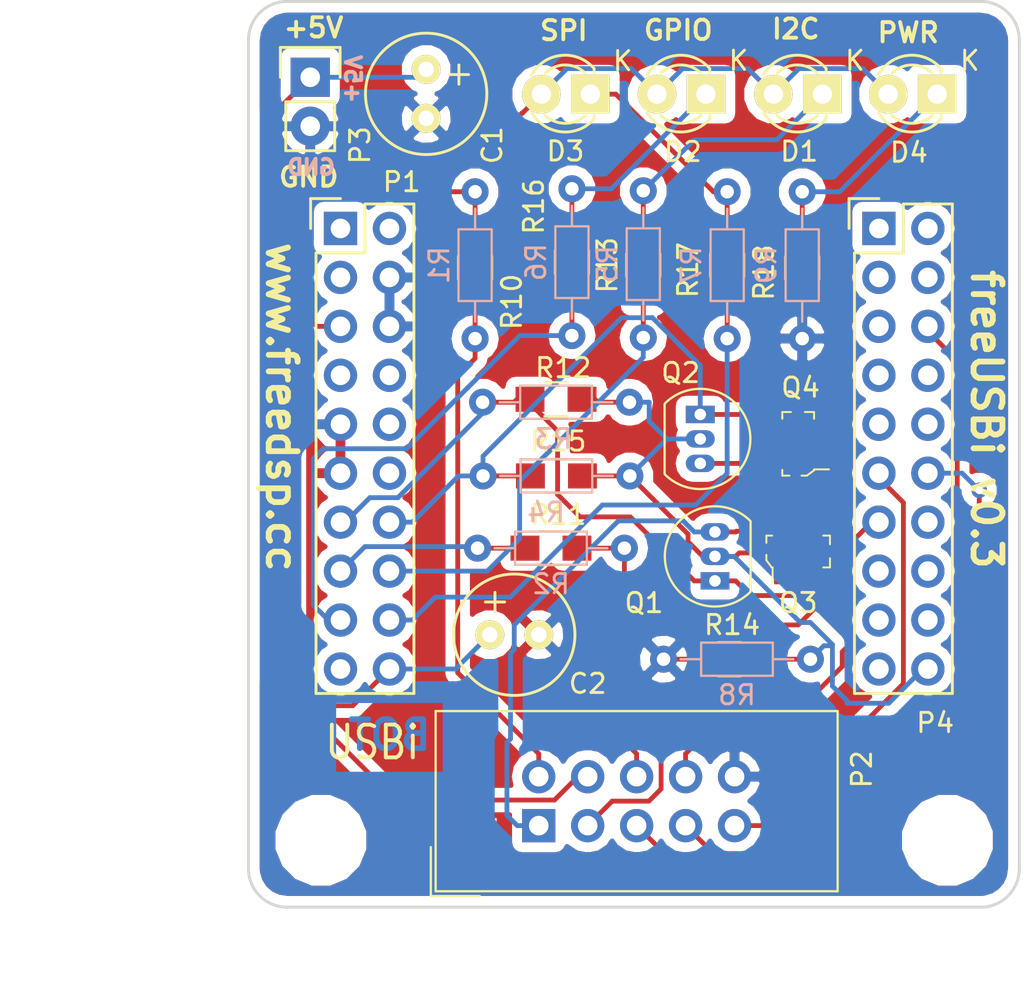
<source format=kicad_pcb>
(kicad_pcb (version 20171130) (host pcbnew "(5.0.0)")

  (general
    (thickness 1.6)
    (drawings 23)
    (tracks 215)
    (zones 0)
    (modules 34)
    (nets 24)
  )

  (page A4)
  (layers
    (0 F.Cu signal)
    (31 B.Cu signal)
    (32 B.Adhes user)
    (33 F.Adhes user)
    (34 B.Paste user)
    (35 F.Paste user)
    (36 B.SilkS user)
    (37 F.SilkS user)
    (38 B.Mask user)
    (39 F.Mask user)
    (40 Dwgs.User user)
    (41 Cmts.User user)
    (42 Eco1.User user)
    (43 Eco2.User user)
    (44 Edge.Cuts user)
    (45 Margin user)
    (46 B.CrtYd user)
    (47 F.CrtYd user)
    (48 B.Fab user)
    (49 F.Fab user)
  )

  (setup
    (last_trace_width 0.25)
    (trace_clearance 0.2)
    (zone_clearance 0.508)
    (zone_45_only no)
    (trace_min 0.2)
    (segment_width 0.2)
    (edge_width 0.15)
    (via_size 0.8)
    (via_drill 0.4)
    (via_min_size 0.8)
    (via_min_drill 0.3)
    (uvia_size 0.3)
    (uvia_drill 0.1)
    (uvias_allowed no)
    (uvia_min_size 0.2)
    (uvia_min_drill 0.1)
    (pcb_text_width 0.3)
    (pcb_text_size 1.5 1.5)
    (mod_edge_width 0.15)
    (mod_text_size 1 1)
    (mod_text_width 0.15)
    (pad_size 1.524 1.524)
    (pad_drill 0.762)
    (pad_to_mask_clearance 0.2)
    (aux_axis_origin 100 180)
    (visible_elements 7FFDFFFF)
    (pcbplotparams
      (layerselection 0x010f0_ffffffff)
      (usegerberextensions true)
      (usegerberattributes false)
      (usegerberadvancedattributes false)
      (creategerberjobfile false)
      (excludeedgelayer true)
      (linewidth 0.150000)
      (plotframeref false)
      (viasonmask false)
      (mode 1)
      (useauxorigin false)
      (hpglpennumber 1)
      (hpglpenspeed 20)
      (hpglpendiameter 15.000000)
      (psnegative false)
      (psa4output false)
      (plotreference true)
      (plotvalue false)
      (plotinvisibletext false)
      (padsonsilk false)
      (subtractmaskfromsilk true)
      (outputformat 1)
      (mirror false)
      (drillshape 0)
      (scaleselection 1)
      (outputdirectory "GERBER/"))
  )

  (net 0 "")
  (net 1 GND)
  (net 2 +5VD)
  (net 3 "Net-(D1-Pad1)")
  (net 4 +3V3)
  (net 5 "Net-(D2-Pad1)")
  (net 6 "Net-(D3-Pad1)")
  (net 7 "Net-(D4-Pad1)")
  (net 8 "Net-(P1-Pad5)")
  (net 9 SCL)
  (net 10 SDA)
  (net 11 "Net-(P1-Pad15)")
  (net 12 LED_1)
  (net 13 LED_2)
  (net 14 LED_3)
  (net 15 "Net-(P2-Pad1)")
  (net 16 USB_CLK)
  (net 17 "Net-(P2-Pad3)")
  (net 18 COUT)
  (net 19 BRD_~RESET)
  (net 20 CCLK)
  (net 21 CDATA)
  (net 22 ~CLATCH1)
  (net 23 USB_PWR_ON)

  (net_class Default "Dies ist die voreingestellte Netzklasse."
    (clearance 0.2)
    (trace_width 0.25)
    (via_dia 0.8)
    (via_drill 0.4)
    (uvia_dia 0.3)
    (uvia_drill 0.1)
    (add_net +3V3)
    (add_net +5VD)
    (add_net BRD_~RESET)
    (add_net CCLK)
    (add_net CDATA)
    (add_net COUT)
    (add_net GND)
    (add_net LED_1)
    (add_net LED_2)
    (add_net LED_3)
    (add_net "Net-(D1-Pad1)")
    (add_net "Net-(D2-Pad1)")
    (add_net "Net-(D3-Pad1)")
    (add_net "Net-(D4-Pad1)")
    (add_net "Net-(P1-Pad15)")
    (add_net "Net-(P1-Pad5)")
    (add_net "Net-(P2-Pad1)")
    (add_net "Net-(P2-Pad3)")
    (add_net SCL)
    (add_net SDA)
    (add_net USB_CLK)
    (add_net USB_PWR_ON)
    (add_net ~CLATCH1)
  )

  (module TO_SOT_Packages_THT:TO-92_Inline_Narrow_Oval (layer F.Cu) (tedit 58CE52AF) (tstamp 5C6D193D)
    (at 124.206 163.068 90)
    (descr "TO-92 leads in-line, narrow, oval pads, drill 0.6mm (see NXP sot054_po.pdf)")
    (tags "to-92 sc-43 sc-43a sot54 PA33 transistor")
    (path /55DD9079)
    (fp_text reference Q1 (at -1.143 -3.683 180) (layer F.SilkS)
      (effects (font (size 1 1) (thickness 0.15)))
    )
    (fp_text value Q_NMOS_DGS (at 1.27 2.79 90) (layer F.Fab)
      (effects (font (size 1 1) (thickness 0.15)))
    )
    (fp_text user %R (at 1.27 -3.56 90) (layer F.Fab)
      (effects (font (size 1 1) (thickness 0.15)))
    )
    (fp_line (start -0.53 1.85) (end 3.07 1.85) (layer F.SilkS) (width 0.12))
    (fp_line (start -0.5 1.75) (end 3 1.75) (layer F.Fab) (width 0.1))
    (fp_line (start -1.46 -2.73) (end 4 -2.73) (layer F.CrtYd) (width 0.05))
    (fp_line (start -1.46 -2.73) (end -1.46 2.01) (layer F.CrtYd) (width 0.05))
    (fp_line (start 4 2.01) (end 4 -2.73) (layer F.CrtYd) (width 0.05))
    (fp_line (start 4 2.01) (end -1.46 2.01) (layer F.CrtYd) (width 0.05))
    (fp_arc (start 1.27 0) (end 1.27 -2.48) (angle 135) (layer F.Fab) (width 0.1))
    (fp_arc (start 1.27 0) (end 1.27 -2.6) (angle -135) (layer F.SilkS) (width 0.12))
    (fp_arc (start 1.27 0) (end 1.27 -2.48) (angle -135) (layer F.Fab) (width 0.1))
    (fp_arc (start 1.27 0) (end 1.27 -2.6) (angle 135) (layer F.SilkS) (width 0.12))
    (pad 2 thru_hole oval (at 1.27 0 270) (size 0.9 1.5) (drill 0.6) (layers *.Cu *.Mask)
      (net 23 USB_PWR_ON))
    (pad 3 thru_hole oval (at 2.54 0 270) (size 0.9 1.5) (drill 0.6) (layers *.Cu *.Mask)
      (net 15 "Net-(P2-Pad1)"))
    (pad 1 thru_hole rect (at 0 0 270) (size 0.9 1.5) (drill 0.6) (layers *.Cu *.Mask)
      (net 9 SCL))
    (model ${KISYS3DMOD}/TO_SOT_Packages_THT.3dshapes/TO-92_Inline_Narrow_Oval.wrl
      (offset (xyz 1.269999980926514 0 0))
      (scale (xyz 1 1 1))
      (rotate (xyz 0 0 -90))
    )
  )

  (module Capacitors_Elko_ThroughHole:Elko_vert_11.2x6.3mm_RM2.5_CopperClear (layer F.Cu) (tedit 55E00B2C) (tstamp 55DF03C3)
    (at 109.22 136.525 270)
    (descr "Electrolytic Capacitor, vertical, diameter 6,3mm, RM 2,5mm, CopperClear, radial,")
    (tags "Electrolytic Capacitor, vertical, diameter 6,3mm, RM 2,5mm, Elko, Electrolytkondensator, Kondensator gepolt, Durchmesser 6,3mm, CopperClear, radial,")
    (path /55DD3110)
    (fp_text reference C1 (at 3.937 -3.429 270) (layer F.SilkS)
      (effects (font (size 1 1) (thickness 0.15)))
    )
    (fp_text value 100u (at 1.74244 -4.43992 270) (layer F.Fab) hide
      (effects (font (size 1 1) (thickness 0.15)))
    )
    (fp_line (start 0.26924 -1.69926) (end 0.76962 -1.69926) (layer F.SilkS) (width 0.15))
    (fp_line (start 0.26924 -1.69926) (end 0.26924 -2.19964) (layer F.SilkS) (width 0.15))
    (fp_line (start -0.23114 -1.69926) (end 0.26924 -1.69926) (layer F.SilkS) (width 0.15))
    (fp_line (start 0.26924 -1.69926) (end 0.26924 -1.30048) (layer F.SilkS) (width 0.15))
    (fp_line (start 0.26924 -1.30048) (end 0.26924 -1.19888) (layer F.SilkS) (width 0.15))
    (fp_circle (center 1.27 0) (end 4.4196 0) (layer F.SilkS) (width 0.15))
    (pad 2 thru_hole circle (at 2.54 0 270) (size 1.50114 1.50114) (drill 0.8001) (layers *.Cu *.Mask F.SilkS)
      (net 1 GND))
    (pad 1 thru_hole circle (at 0 0 270) (size 1.50114 1.50114) (drill 0.8001) (layers *.Cu *.Mask F.SilkS)
      (net 2 +5VD))
    (model Capacitors_Elko_ThroughHole.3dshapes/Elko_vert_11.2x6.3mm_RM2.5_CopperClear.wrl
      (at (xyz 0 0 0))
      (scale (xyz 1 1 1))
      (rotate (xyz 0 0 0))
    )
  )

  (module LEDs:LED-3MM (layer F.Cu) (tedit 55E008E3) (tstamp 55DF03C9)
    (at 129.779 137.811 180)
    (descr "LED 3mm round vertical")
    (tags "LED  3mm round vertical")
    (path /55DCA6C7)
    (fp_text reference D1 (at 1.2023 -2.9773 180) (layer F.SilkS)
      (effects (font (size 1 1) (thickness 0.15)))
    )
    (fp_text value LED (at 1.30992 2.98104 180) (layer F.Fab) hide
      (effects (font (size 1 1) (thickness 0.15)))
    )
    (fp_line (start -1.2 2.3) (end 3.8 2.3) (layer F.CrtYd) (width 0.05))
    (fp_line (start 3.8 2.3) (end 3.8 -2.2) (layer F.CrtYd) (width 0.05))
    (fp_line (start 3.8 -2.2) (end -1.2 -2.2) (layer F.CrtYd) (width 0.05))
    (fp_line (start -1.2 -2.2) (end -1.2 2.3) (layer F.CrtYd) (width 0.05))
    (fp_line (start -0.199 1.314) (end -0.199 1.114) (layer F.SilkS) (width 0.15))
    (fp_line (start -0.199 -1.28) (end -0.199 -1.1) (layer F.SilkS) (width 0.15))
    (fp_arc (start 1.301 0.034) (end -0.199 -1.286) (angle 108.5) (layer F.SilkS) (width 0.15))
    (fp_arc (start 1.301 0.034) (end 0.25 -1.1) (angle 85.7) (layer F.SilkS) (width 0.15))
    (fp_arc (start 1.311 0.034) (end 3.051 0.994) (angle 110) (layer F.SilkS) (width 0.15))
    (fp_arc (start 1.301 0.034) (end 2.335 1.094) (angle 87.5) (layer F.SilkS) (width 0.15))
    (fp_text user K (at -1.69 1.74 180) (layer F.SilkS)
      (effects (font (size 1 1) (thickness 0.15)))
    )
    (pad 1 thru_hole rect (at 0 0 270) (size 2 2) (drill 1.00076) (layers *.Cu *.Mask F.SilkS)
      (net 3 "Net-(D1-Pad1)"))
    (pad 2 thru_hole circle (at 2.54 0 180) (size 2 2) (drill 1.00076) (layers *.Cu *.Mask F.SilkS)
      (net 4 +3V3))
    (model LEDs.3dshapes/LED-3MM.wrl
      (offset (xyz 1.269999980926514 0 0))
      (scale (xyz 1 1 1))
      (rotate (xyz 0 0 90))
    )
  )

  (module LEDs:LED-3MM (layer F.Cu) (tedit 55E008FA) (tstamp 55DF03CF)
    (at 123.739 137.811 180)
    (descr "LED 3mm round vertical")
    (tags "LED  3mm round vertical")
    (path /55DCA733)
    (fp_text reference D2 (at 1.2 -2.992 180) (layer F.SilkS)
      (effects (font (size 1 1) (thickness 0.15)))
    )
    (fp_text value LED (at 1.3 -2.9 180) (layer F.Fab) hide
      (effects (font (size 1 1) (thickness 0.15)))
    )
    (fp_line (start -1.2 2.3) (end 3.8 2.3) (layer F.CrtYd) (width 0.05))
    (fp_line (start 3.8 2.3) (end 3.8 -2.2) (layer F.CrtYd) (width 0.05))
    (fp_line (start 3.8 -2.2) (end -1.2 -2.2) (layer F.CrtYd) (width 0.05))
    (fp_line (start -1.2 -2.2) (end -1.2 2.3) (layer F.CrtYd) (width 0.05))
    (fp_line (start -0.199 1.314) (end -0.199 1.114) (layer F.SilkS) (width 0.15))
    (fp_line (start -0.199 -1.28) (end -0.199 -1.1) (layer F.SilkS) (width 0.15))
    (fp_arc (start 1.301 0.034) (end -0.199 -1.286) (angle 108.5) (layer F.SilkS) (width 0.15))
    (fp_arc (start 1.301 0.034) (end 0.25 -1.1) (angle 85.7) (layer F.SilkS) (width 0.15))
    (fp_arc (start 1.311 0.034) (end 3.051 0.994) (angle 110) (layer F.SilkS) (width 0.15))
    (fp_arc (start 1.301 0.034) (end 2.335 1.094) (angle 87.5) (layer F.SilkS) (width 0.15))
    (fp_text user K (at -1.69 1.74 180) (layer F.SilkS)
      (effects (font (size 1 1) (thickness 0.15)))
    )
    (pad 1 thru_hole rect (at 0 0 270) (size 2 2) (drill 1.00076) (layers *.Cu *.Mask F.SilkS)
      (net 5 "Net-(D2-Pad1)"))
    (pad 2 thru_hole circle (at 2.54 0 180) (size 2 2) (drill 1.00076) (layers *.Cu *.Mask F.SilkS)
      (net 4 +3V3))
    (model LEDs.3dshapes/LED-3MM.wrl
      (offset (xyz 1.269999980926514 0 0))
      (scale (xyz 1 1 1))
      (rotate (xyz 0 0 90))
    )
  )

  (module LEDs:LED-3MM (layer F.Cu) (tedit 55E00910) (tstamp 55DF03D5)
    (at 117.739 137.811 180)
    (descr "LED 3mm round vertical")
    (tags "LED  3mm round vertical")
    (path /55DCA7A3)
    (fp_text reference D3 (at 1.2912 -2.9646 180) (layer F.SilkS)
      (effects (font (size 1 1) (thickness 0.15)))
    )
    (fp_text value LED (at -0.66616 3.2714 180) (layer F.Fab) hide
      (effects (font (size 1 1) (thickness 0.15)))
    )
    (fp_line (start -1.2 2.3) (end 3.8 2.3) (layer F.CrtYd) (width 0.05))
    (fp_line (start 3.8 2.3) (end 3.8 -2.2) (layer F.CrtYd) (width 0.05))
    (fp_line (start 3.8 -2.2) (end -1.2 -2.2) (layer F.CrtYd) (width 0.05))
    (fp_line (start -1.2 -2.2) (end -1.2 2.3) (layer F.CrtYd) (width 0.05))
    (fp_line (start -0.199 1.314) (end -0.199 1.114) (layer F.SilkS) (width 0.15))
    (fp_line (start -0.199 -1.28) (end -0.199 -1.1) (layer F.SilkS) (width 0.15))
    (fp_arc (start 1.301 0.034) (end -0.199 -1.286) (angle 108.5) (layer F.SilkS) (width 0.15))
    (fp_arc (start 1.301 0.034) (end 0.25 -1.1) (angle 85.7) (layer F.SilkS) (width 0.15))
    (fp_arc (start 1.311 0.034) (end 3.051 0.994) (angle 110) (layer F.SilkS) (width 0.15))
    (fp_arc (start 1.301 0.034) (end 2.335 1.094) (angle 87.5) (layer F.SilkS) (width 0.15))
    (fp_text user K (at -1.68 1.72 180) (layer F.SilkS)
      (effects (font (size 1 1) (thickness 0.15)))
    )
    (pad 1 thru_hole rect (at 0 0 270) (size 2 2) (drill 1.00076) (layers *.Cu *.Mask F.SilkS)
      (net 6 "Net-(D3-Pad1)"))
    (pad 2 thru_hole circle (at 2.54 0 180) (size 2 2) (drill 1.00076) (layers *.Cu *.Mask F.SilkS)
      (net 4 +3V3))
    (model LEDs.3dshapes/LED-3MM.wrl
      (offset (xyz 1.269999980926514 0 0))
      (scale (xyz 1 1 1))
      (rotate (xyz 0 0 90))
    )
  )

  (module LEDs:LED-3MM (layer F.Cu) (tedit 55E0091A) (tstamp 55DF03DB)
    (at 135.739 137.811 180)
    (descr "LED 3mm round vertical")
    (tags "LED  3mm round vertical")
    (path /55DE29FA)
    (fp_text reference D4 (at 1.469 -3.0281 180) (layer F.SilkS)
      (effects (font (size 1 1) (thickness 0.15)))
    )
    (fp_text value LED (at 2.59132 3.3114 180) (layer F.Fab) hide
      (effects (font (size 1 1) (thickness 0.15)))
    )
    (fp_line (start -1.2 2.3) (end 3.8 2.3) (layer F.CrtYd) (width 0.05))
    (fp_line (start 3.8 2.3) (end 3.8 -2.2) (layer F.CrtYd) (width 0.05))
    (fp_line (start 3.8 -2.2) (end -1.2 -2.2) (layer F.CrtYd) (width 0.05))
    (fp_line (start -1.2 -2.2) (end -1.2 2.3) (layer F.CrtYd) (width 0.05))
    (fp_line (start -0.199 1.314) (end -0.199 1.114) (layer F.SilkS) (width 0.15))
    (fp_line (start -0.199 -1.28) (end -0.199 -1.1) (layer F.SilkS) (width 0.15))
    (fp_arc (start 1.301 0.034) (end -0.199 -1.286) (angle 108.5) (layer F.SilkS) (width 0.15))
    (fp_arc (start 1.301 0.034) (end 0.25 -1.1) (angle 85.7) (layer F.SilkS) (width 0.15))
    (fp_arc (start 1.311 0.034) (end 3.051 0.994) (angle 110) (layer F.SilkS) (width 0.15))
    (fp_arc (start 1.301 0.034) (end 2.335 1.094) (angle 87.5) (layer F.SilkS) (width 0.15))
    (fp_text user K (at -1.69 1.74 180) (layer F.SilkS)
      (effects (font (size 1 1) (thickness 0.15)))
    )
    (pad 1 thru_hole rect (at 0 0 270) (size 2 2) (drill 1.00076) (layers *.Cu *.Mask F.SilkS)
      (net 7 "Net-(D4-Pad1)"))
    (pad 2 thru_hole circle (at 2.54 0 180) (size 2 2) (drill 1.00076) (layers *.Cu *.Mask F.SilkS)
      (net 4 +3V3))
    (model LEDs.3dshapes/LED-3MM.wrl
      (offset (xyz 1.269999980926514 0 0))
      (scale (xyz 1 1 1))
      (rotate (xyz 0 0 90))
    )
  )

  (module Capacitors_Elko_ThroughHole:Elko_vert_11.2x6.3mm_RM2.5_CopperClear (layer F.Cu) (tedit 5454A12B) (tstamp 55E03597)
    (at 112.522 165.862)
    (descr "Electrolytic Capacitor, vertical, diameter 6,3mm, RM 2,5mm, CopperClear, radial,")
    (tags "Electrolytic Capacitor, vertical, diameter 6,3mm, RM 2,5mm, Elko, Electrolytkondensator, Kondensator gepolt, Durchmesser 6,3mm, CopperClear, radial,")
    (path /55E0371F)
    (fp_text reference C2 (at 5.08 2.54) (layer F.SilkS)
      (effects (font (size 1 1) (thickness 0.15)))
    )
    (fp_text value 100u (at 1.27 5.08) (layer F.Fab)
      (effects (font (size 1 1) (thickness 0.15)))
    )
    (fp_line (start 0.26924 -1.69926) (end 0.76962 -1.69926) (layer F.SilkS) (width 0.15))
    (fp_line (start 0.26924 -1.69926) (end 0.26924 -2.19964) (layer F.SilkS) (width 0.15))
    (fp_line (start -0.23114 -1.69926) (end 0.26924 -1.69926) (layer F.SilkS) (width 0.15))
    (fp_line (start 0.26924 -1.69926) (end 0.26924 -1.30048) (layer F.SilkS) (width 0.15))
    (fp_line (start 0.26924 -1.30048) (end 0.26924 -1.19888) (layer F.SilkS) (width 0.15))
    (fp_circle (center 1.27 0) (end 4.4196 0) (layer F.SilkS) (width 0.15))
    (pad 2 thru_hole circle (at 2.54 0) (size 1.50114 1.50114) (drill 0.8001) (layers *.Cu *.Mask F.SilkS)
      (net 1 GND))
    (pad 1 thru_hole circle (at 0 0) (size 1.50114 1.50114) (drill 0.8001) (layers *.Cu *.Mask F.SilkS)
      (net 4 +3V3))
    (model Capacitors_Elko_ThroughHole.3dshapes/Elko_vert_11.2x6.3mm_RM2.5_CopperClear.wrl
      (at (xyz 0 0 0))
      (scale (xyz 1 1 1))
      (rotate (xyz 0 0 0))
    )
  )

  (module fdsp_pinheader:Pin_Header_Straight_2x10 locked (layer F.Cu) (tedit 0) (tstamp 5C6D18C0)
    (at 104.775 144.78)
    (descr "Through hole pin header")
    (tags "pin header")
    (path /55DC68F9)
    (fp_text reference P1 (at 3.175 -2.413) (layer F.SilkS)
      (effects (font (size 1 1) (thickness 0.15)))
    )
    (fp_text value CONN_02X10 (at 0 -3.1) (layer F.Fab)
      (effects (font (size 1 1) (thickness 0.15)))
    )
    (fp_line (start -1.55 -1.55) (end -1.55 0) (layer F.SilkS) (width 0.15))
    (fp_line (start 1.27 1.27) (end -1.27 1.27) (layer F.SilkS) (width 0.15))
    (fp_line (start 1.27 -1.27) (end 1.27 1.27) (layer F.SilkS) (width 0.15))
    (fp_line (start 0 -1.55) (end -1.55 -1.55) (layer F.SilkS) (width 0.15))
    (fp_line (start 3.81 -1.27) (end 1.27 -1.27) (layer F.SilkS) (width 0.15))
    (fp_line (start 3.81 24.13) (end -1.27 24.13) (layer F.SilkS) (width 0.15))
    (fp_line (start -1.27 1.27) (end -1.27 24.13) (layer F.SilkS) (width 0.15))
    (fp_line (start 3.81 24.13) (end 3.81 -1.27) (layer F.SilkS) (width 0.15))
    (fp_line (start -1.75 24.65) (end 4.3 24.65) (layer F.CrtYd) (width 0.05))
    (fp_line (start -1.75 -1.75) (end 4.3 -1.75) (layer F.CrtYd) (width 0.05))
    (fp_line (start 4.3 -1.75) (end 4.3 24.65) (layer F.CrtYd) (width 0.05))
    (fp_line (start -1.75 -1.75) (end -1.75 24.65) (layer F.CrtYd) (width 0.05))
    (pad 20 thru_hole oval (at 2.54 22.86) (size 1.7272 1.7272) (drill 1.016) (layers *.Cu *.Mask)
      (net 4 +3V3))
    (pad 19 thru_hole oval (at 0 22.86) (size 1.7272 1.7272) (drill 1.016) (layers *.Cu *.Mask))
    (pad 18 thru_hole oval (at 2.54 20.32) (size 1.7272 1.7272) (drill 1.016) (layers *.Cu *.Mask)
      (net 14 LED_3))
    (pad 17 thru_hole oval (at 0 20.32) (size 1.7272 1.7272) (drill 1.016) (layers *.Cu *.Mask)
      (net 13 LED_2))
    (pad 16 thru_hole oval (at 2.54 17.78) (size 1.7272 1.7272) (drill 1.016) (layers *.Cu *.Mask)
      (net 12 LED_1))
    (pad 15 thru_hole oval (at 0 17.78) (size 1.7272 1.7272) (drill 1.016) (layers *.Cu *.Mask)
      (net 11 "Net-(P1-Pad15)"))
    (pad 14 thru_hole oval (at 2.54 15.24) (size 1.7272 1.7272) (drill 1.016) (layers *.Cu *.Mask)
      (net 10 SDA))
    (pad 13 thru_hole oval (at 0 15.24) (size 1.7272 1.7272) (drill 1.016) (layers *.Cu *.Mask)
      (net 9 SCL))
    (pad 12 thru_hole oval (at 2.54 12.7) (size 1.7272 1.7272) (drill 1.016) (layers *.Cu *.Mask))
    (pad 11 thru_hole oval (at 0 12.7) (size 1.7272 1.7272) (drill 1.016) (layers *.Cu *.Mask)
      (net 1 GND))
    (pad 10 thru_hole oval (at 2.54 10.16) (size 1.7272 1.7272) (drill 1.016) (layers *.Cu *.Mask))
    (pad 9 thru_hole oval (at 0 10.16) (size 1.7272 1.7272) (drill 1.016) (layers *.Cu *.Mask)
      (net 1 GND))
    (pad 8 thru_hole oval (at 2.54 7.62) (size 1.7272 1.7272) (drill 1.016) (layers *.Cu *.Mask))
    (pad 7 thru_hole oval (at 0 7.62) (size 1.7272 1.7272) (drill 1.016) (layers *.Cu *.Mask))
    (pad 6 thru_hole oval (at 2.54 5.08) (size 1.7272 1.7272) (drill 1.016) (layers *.Cu *.Mask)
      (net 1 GND))
    (pad 5 thru_hole oval (at 0 5.08) (size 1.7272 1.7272) (drill 1.016) (layers *.Cu *.Mask)
      (net 8 "Net-(P1-Pad5)"))
    (pad 4 thru_hole oval (at 2.54 2.54) (size 1.7272 1.7272) (drill 1.016) (layers *.Cu *.Mask)
      (net 1 GND))
    (pad 3 thru_hole oval (at 0 2.54) (size 1.7272 1.7272) (drill 1.016) (layers *.Cu *.Mask))
    (pad 2 thru_hole oval (at 2.54 0) (size 1.7272 1.7272) (drill 1.016) (layers *.Cu *.Mask))
    (pad 1 thru_hole rect (at 0 0) (size 1.7272 1.7272) (drill 1.016) (layers *.Cu *.Mask))
    (model Pin_Headers.3dshapes/Pin_Header_Straight_2x10.wrl
      (offset (xyz 1.269999980926514 -11.42999982833862 0))
      (scale (xyz 1 1 1))
      (rotate (xyz 0 0 90))
    )
  )

  (module Connectors_IDC:IDC-Header_2x05_Pitch2.54mm_Straight (layer F.Cu) (tedit 59DE0611) (tstamp 5C6D18E3)
    (at 115.062 175.768 90)
    (descr "10 pins through hole IDC header")
    (tags "IDC header socket VASCH")
    (path /55DC6F72)
    (fp_text reference P2 (at 2.921 16.764 90) (layer F.SilkS)
      (effects (font (size 1 1) (thickness 0.15)))
    )
    (fp_text value CONN_02X05 (at 1.27 16.764 90) (layer F.Fab)
      (effects (font (size 1 1) (thickness 0.15)))
    )
    (fp_text user %R (at 1.27 5.08 90) (layer F.Fab)
      (effects (font (size 1 1) (thickness 0.15)))
    )
    (fp_line (start 5.695 -5.1) (end 5.695 15.26) (layer F.Fab) (width 0.1))
    (fp_line (start 5.145 -4.56) (end 5.145 14.7) (layer F.Fab) (width 0.1))
    (fp_line (start -3.155 -5.1) (end -3.155 15.26) (layer F.Fab) (width 0.1))
    (fp_line (start -2.605 -4.56) (end -2.605 2.83) (layer F.Fab) (width 0.1))
    (fp_line (start -2.605 7.33) (end -2.605 14.7) (layer F.Fab) (width 0.1))
    (fp_line (start -2.605 2.83) (end -3.155 2.83) (layer F.Fab) (width 0.1))
    (fp_line (start -2.605 7.33) (end -3.155 7.33) (layer F.Fab) (width 0.1))
    (fp_line (start 5.695 -5.1) (end -3.155 -5.1) (layer F.Fab) (width 0.1))
    (fp_line (start 5.145 -4.56) (end -2.605 -4.56) (layer F.Fab) (width 0.1))
    (fp_line (start 5.695 15.26) (end -3.155 15.26) (layer F.Fab) (width 0.1))
    (fp_line (start 5.145 14.7) (end -2.605 14.7) (layer F.Fab) (width 0.1))
    (fp_line (start 5.695 -5.1) (end 5.145 -4.56) (layer F.Fab) (width 0.1))
    (fp_line (start 5.695 15.26) (end 5.145 14.7) (layer F.Fab) (width 0.1))
    (fp_line (start -3.155 -5.1) (end -2.605 -4.56) (layer F.Fab) (width 0.1))
    (fp_line (start -3.155 15.26) (end -2.605 14.7) (layer F.Fab) (width 0.1))
    (fp_line (start 6.2 -5.85) (end 6.2 15.76) (layer F.CrtYd) (width 0.05))
    (fp_line (start 6.2 15.76) (end -3.91 15.76) (layer F.CrtYd) (width 0.05))
    (fp_line (start -3.91 15.76) (end -3.91 -5.85) (layer F.CrtYd) (width 0.05))
    (fp_line (start -3.91 -5.85) (end 6.2 -5.85) (layer F.CrtYd) (width 0.05))
    (fp_line (start 5.945 -5.35) (end 5.945 15.51) (layer F.SilkS) (width 0.12))
    (fp_line (start 5.945 15.51) (end -3.405 15.51) (layer F.SilkS) (width 0.12))
    (fp_line (start -3.405 15.51) (end -3.405 -5.35) (layer F.SilkS) (width 0.12))
    (fp_line (start -3.405 -5.35) (end 5.945 -5.35) (layer F.SilkS) (width 0.12))
    (fp_line (start -3.655 -5.6) (end -3.655 -3.06) (layer F.SilkS) (width 0.12))
    (fp_line (start -3.655 -5.6) (end -1.115 -5.6) (layer F.SilkS) (width 0.12))
    (pad 1 thru_hole rect (at 0 0 90) (size 1.7272 1.7272) (drill 1.016) (layers *.Cu *.Mask)
      (net 15 "Net-(P2-Pad1)"))
    (pad 2 thru_hole oval (at 2.54 0 90) (size 1.7272 1.7272) (drill 1.016) (layers *.Cu *.Mask)
      (net 16 USB_CLK))
    (pad 3 thru_hole oval (at 0 2.54 90) (size 1.7272 1.7272) (drill 1.016) (layers *.Cu *.Mask)
      (net 17 "Net-(P2-Pad3)"))
    (pad 4 thru_hole oval (at 2.54 2.54 90) (size 1.7272 1.7272) (drill 1.016) (layers *.Cu *.Mask)
      (net 2 +5VD))
    (pad 5 thru_hole oval (at 0 5.08 90) (size 1.7272 1.7272) (drill 1.016) (layers *.Cu *.Mask)
      (net 18 COUT))
    (pad 6 thru_hole oval (at 2.54 5.08 90) (size 1.7272 1.7272) (drill 1.016) (layers *.Cu *.Mask)
      (net 19 BRD_~RESET))
    (pad 7 thru_hole oval (at 0 7.62 90) (size 1.7272 1.7272) (drill 1.016) (layers *.Cu *.Mask)
      (net 20 CCLK))
    (pad 8 thru_hole oval (at 2.54 7.62 90) (size 1.7272 1.7272) (drill 1.016) (layers *.Cu *.Mask)
      (net 21 CDATA))
    (pad 9 thru_hole oval (at 0 10.16 90) (size 1.7272 1.7272) (drill 1.016) (layers *.Cu *.Mask)
      (net 22 ~CLATCH1))
    (pad 10 thru_hole oval (at 2.54 10.16 90) (size 1.7272 1.7272) (drill 1.016) (layers *.Cu *.Mask)
      (net 1 GND))
    (model ${KISYS3DMOD}/Connectors_IDC.3dshapes/IDC-Header_2x05_Pitch2.54mm_Straight.wrl
      (at (xyz 0 0 0))
      (scale (xyz 1 1 1))
      (rotate (xyz 0 0 0))
    )
  )

  (module fdsp_pinheader:Pin_Header_Straight_1x02 (layer F.Cu) (tedit 54EA090C) (tstamp 5C6D190A)
    (at 103.205 136.935)
    (descr "Through hole pin header")
    (tags "pin header")
    (path /55E06A13)
    (fp_text reference P3 (at 2.586 3.527 270) (layer F.SilkS)
      (effects (font (size 1 1) (thickness 0.15)))
    )
    (fp_text value CONN_01X02 (at 0 -3.1) (layer F.Fab)
      (effects (font (size 1 1) (thickness 0.15)))
    )
    (fp_line (start 1.27 1.27) (end 1.27 3.81) (layer F.SilkS) (width 0.15))
    (fp_line (start 1.55 -1.55) (end 1.55 0) (layer F.SilkS) (width 0.15))
    (fp_line (start -1.75 -1.75) (end -1.75 4.3) (layer F.CrtYd) (width 0.05))
    (fp_line (start 1.75 -1.75) (end 1.75 4.3) (layer F.CrtYd) (width 0.05))
    (fp_line (start -1.75 -1.75) (end 1.75 -1.75) (layer F.CrtYd) (width 0.05))
    (fp_line (start -1.75 4.3) (end 1.75 4.3) (layer F.CrtYd) (width 0.05))
    (fp_line (start 1.27 1.27) (end -1.27 1.27) (layer F.SilkS) (width 0.15))
    (fp_line (start -1.55 0) (end -1.55 -1.55) (layer F.SilkS) (width 0.15))
    (fp_line (start -1.55 -1.55) (end 1.55 -1.55) (layer F.SilkS) (width 0.15))
    (fp_line (start -1.27 1.27) (end -1.27 3.81) (layer F.SilkS) (width 0.15))
    (fp_line (start -1.27 3.81) (end 1.27 3.81) (layer F.SilkS) (width 0.15))
    (pad 1 thru_hole rect (at 0 0) (size 2.032 2.032) (drill 1.016) (layers *.Cu *.Mask)
      (net 2 +5VD))
    (pad 2 thru_hole oval (at 0 2.54) (size 2.032 2.032) (drill 1.016) (layers *.Cu *.Mask)
      (net 1 GND))
    (model Pin_Headers.3dshapes/Pin_Header_Straight_1x02.wrl
      (offset (xyz 0 -1.269999980926514 0))
      (scale (xyz 1 1 1))
      (rotate (xyz 0 0 90))
    )
  )

  (module fdsp_pinheader:Pin_Header_Straight_2x10 locked (layer F.Cu) (tedit 0) (tstamp 5C6D191A)
    (at 132.715 144.78)
    (descr "Through hole pin header")
    (tags "pin header")
    (path /55DC6A0D)
    (fp_text reference P4 (at 2.921 25.654) (layer F.SilkS)
      (effects (font (size 1 1) (thickness 0.15)))
    )
    (fp_text value CONN_02X10 (at 0 -3.1) (layer F.Fab)
      (effects (font (size 1 1) (thickness 0.15)))
    )
    (fp_line (start -1.75 -1.75) (end -1.75 24.65) (layer F.CrtYd) (width 0.05))
    (fp_line (start 4.3 -1.75) (end 4.3 24.65) (layer F.CrtYd) (width 0.05))
    (fp_line (start -1.75 -1.75) (end 4.3 -1.75) (layer F.CrtYd) (width 0.05))
    (fp_line (start -1.75 24.65) (end 4.3 24.65) (layer F.CrtYd) (width 0.05))
    (fp_line (start 3.81 24.13) (end 3.81 -1.27) (layer F.SilkS) (width 0.15))
    (fp_line (start -1.27 1.27) (end -1.27 24.13) (layer F.SilkS) (width 0.15))
    (fp_line (start 3.81 24.13) (end -1.27 24.13) (layer F.SilkS) (width 0.15))
    (fp_line (start 3.81 -1.27) (end 1.27 -1.27) (layer F.SilkS) (width 0.15))
    (fp_line (start 0 -1.55) (end -1.55 -1.55) (layer F.SilkS) (width 0.15))
    (fp_line (start 1.27 -1.27) (end 1.27 1.27) (layer F.SilkS) (width 0.15))
    (fp_line (start 1.27 1.27) (end -1.27 1.27) (layer F.SilkS) (width 0.15))
    (fp_line (start -1.55 -1.55) (end -1.55 0) (layer F.SilkS) (width 0.15))
    (pad 1 thru_hole rect (at 0 0) (size 1.7272 1.7272) (drill 1.016) (layers *.Cu *.Mask))
    (pad 2 thru_hole oval (at 2.54 0) (size 1.7272 1.7272) (drill 1.016) (layers *.Cu *.Mask))
    (pad 3 thru_hole oval (at 0 2.54) (size 1.7272 1.7272) (drill 1.016) (layers *.Cu *.Mask))
    (pad 4 thru_hole oval (at 2.54 2.54) (size 1.7272 1.7272) (drill 1.016) (layers *.Cu *.Mask))
    (pad 5 thru_hole oval (at 0 5.08) (size 1.7272 1.7272) (drill 1.016) (layers *.Cu *.Mask))
    (pad 6 thru_hole oval (at 2.54 5.08) (size 1.7272 1.7272) (drill 1.016) (layers *.Cu *.Mask)
      (net 20 CCLK))
    (pad 7 thru_hole oval (at 0 7.62) (size 1.7272 1.7272) (drill 1.016) (layers *.Cu *.Mask))
    (pad 8 thru_hole oval (at 2.54 7.62) (size 1.7272 1.7272) (drill 1.016) (layers *.Cu *.Mask))
    (pad 9 thru_hole oval (at 0 10.16) (size 1.7272 1.7272) (drill 1.016) (layers *.Cu *.Mask))
    (pad 10 thru_hole oval (at 2.54 10.16) (size 1.7272 1.7272) (drill 1.016) (layers *.Cu *.Mask))
    (pad 11 thru_hole oval (at 0 12.7) (size 1.7272 1.7272) (drill 1.016) (layers *.Cu *.Mask)
      (net 22 ~CLATCH1))
    (pad 12 thru_hole oval (at 2.54 12.7) (size 1.7272 1.7272) (drill 1.016) (layers *.Cu *.Mask)
      (net 18 COUT))
    (pad 13 thru_hole oval (at 0 15.24) (size 1.7272 1.7272) (drill 1.016) (layers *.Cu *.Mask)
      (net 21 CDATA))
    (pad 14 thru_hole oval (at 2.54 15.24) (size 1.7272 1.7272) (drill 1.016) (layers *.Cu *.Mask))
    (pad 15 thru_hole oval (at 0 17.78) (size 1.7272 1.7272) (drill 1.016) (layers *.Cu *.Mask))
    (pad 16 thru_hole oval (at 2.54 17.78) (size 1.7272 1.7272) (drill 1.016) (layers *.Cu *.Mask))
    (pad 17 thru_hole oval (at 0 20.32) (size 1.7272 1.7272) (drill 1.016) (layers *.Cu *.Mask))
    (pad 18 thru_hole oval (at 2.54 20.32) (size 1.7272 1.7272) (drill 1.016) (layers *.Cu *.Mask))
    (pad 19 thru_hole oval (at 0 22.86) (size 1.7272 1.7272) (drill 1.016) (layers *.Cu *.Mask))
    (pad 20 thru_hole oval (at 2.54 22.86) (size 1.7272 1.7272) (drill 1.016) (layers *.Cu *.Mask)
      (net 23 USB_PWR_ON))
    (model Pin_Headers.3dshapes/Pin_Header_Straight_2x10.wrl
      (offset (xyz 1.269999980926514 -11.42999982833862 0))
      (scale (xyz 1 1 1))
      (rotate (xyz 0 0 90))
    )
  )

  (module digikey-footprints:SOT-23-3 (layer F.Cu) (tedit 59D275F3) (tstamp 5C72747D)
    (at 128.524 161.544 90)
    (path /5C64FC9A)
    (fp_text reference Q3 (at -2.667 0 180) (layer F.SilkS)
      (effects (font (size 1 1) (thickness 0.15)))
    )
    (fp_text value 2N7002 (at 0.025 3.25 90) (layer F.Fab)
      (effects (font (size 1 1) (thickness 0.15)))
    )
    (fp_line (start 0.7 1.52) (end 0.7 -1.52) (layer F.Fab) (width 0.1))
    (fp_line (start -0.7 1.52) (end 0.7 1.52) (layer F.Fab) (width 0.1))
    (fp_text user %R (at -0.125 0.15 90) (layer F.Fab)
      (effects (font (size 0.25 0.25) (thickness 0.05)))
    )
    (fp_line (start 0.825 -1.65) (end 0.825 -1.35) (layer F.SilkS) (width 0.1))
    (fp_line (start 0.45 -1.65) (end 0.825 -1.65) (layer F.SilkS) (width 0.1))
    (fp_line (start 0.825 1.65) (end 0.375 1.65) (layer F.SilkS) (width 0.1))
    (fp_line (start 0.825 1.35) (end 0.825 1.65) (layer F.SilkS) (width 0.1))
    (fp_line (start 0.825 1.425) (end 0.825 1.3) (layer F.SilkS) (width 0.1))
    (fp_line (start -0.825 1.65) (end -0.825 1.3) (layer F.SilkS) (width 0.1))
    (fp_line (start -0.35 1.65) (end -0.825 1.65) (layer F.SilkS) (width 0.1))
    (fp_line (start -0.425 -1.525) (end -0.7 -1.325) (layer F.Fab) (width 0.1))
    (fp_line (start -0.425 -1.525) (end 0.7 -1.525) (layer F.Fab) (width 0.1))
    (fp_line (start -0.7 -1.325) (end -0.7 1.525) (layer F.Fab) (width 0.1))
    (fp_line (start -0.825 -1.325) (end -1.6 -1.325) (layer F.SilkS) (width 0.1))
    (fp_line (start -0.825 -1.375) (end -0.825 -1.325) (layer F.SilkS) (width 0.1))
    (fp_line (start -0.45 -1.65) (end -0.825 -1.375) (layer F.SilkS) (width 0.1))
    (fp_line (start -0.175 -1.65) (end -0.45 -1.65) (layer F.SilkS) (width 0.1))
    (fp_line (start 1.825 -1.95) (end 1.825 1.95) (layer F.CrtYd) (width 0.05))
    (fp_line (start 1.825 1.95) (end -1.825 1.95) (layer F.CrtYd) (width 0.05))
    (fp_line (start -1.825 -1.95) (end -1.825 1.95) (layer F.CrtYd) (width 0.05))
    (fp_line (start -1.825 -1.95) (end 1.825 -1.95) (layer F.CrtYd) (width 0.05))
    (pad 1 smd rect (at -1.05 -0.95 90) (size 1.3 0.6) (layers F.Cu F.Paste F.Mask)
      (net 23 USB_PWR_ON) (solder_mask_margin 0.07))
    (pad 2 smd rect (at -1.05 0.95 90) (size 1.3 0.6) (layers F.Cu F.Paste F.Mask)
      (net 9 SCL) (solder_mask_margin 0.07))
    (pad 3 smd rect (at 1.05 0 90) (size 1.3 0.6) (layers F.Cu F.Paste F.Mask)
      (net 15 "Net-(P2-Pad1)") (solder_mask_margin 0.07))
  )

  (module digikey-footprints:SOT-23-3 (layer F.Cu) (tedit 59D275F3) (tstamp 5C727499)
    (at 128.524 155.956 180)
    (path /5C64FE99)
    (fp_text reference Q4 (at -0.127 2.921 180) (layer F.SilkS)
      (effects (font (size 1 1) (thickness 0.15)))
    )
    (fp_text value 2N7002 (at 0.025 3.25 180) (layer F.Fab)
      (effects (font (size 1 1) (thickness 0.15)))
    )
    (fp_line (start -1.825 -1.95) (end 1.825 -1.95) (layer F.CrtYd) (width 0.05))
    (fp_line (start -1.825 -1.95) (end -1.825 1.95) (layer F.CrtYd) (width 0.05))
    (fp_line (start 1.825 1.95) (end -1.825 1.95) (layer F.CrtYd) (width 0.05))
    (fp_line (start 1.825 -1.95) (end 1.825 1.95) (layer F.CrtYd) (width 0.05))
    (fp_line (start -0.175 -1.65) (end -0.45 -1.65) (layer F.SilkS) (width 0.1))
    (fp_line (start -0.45 -1.65) (end -0.825 -1.375) (layer F.SilkS) (width 0.1))
    (fp_line (start -0.825 -1.375) (end -0.825 -1.325) (layer F.SilkS) (width 0.1))
    (fp_line (start -0.825 -1.325) (end -1.6 -1.325) (layer F.SilkS) (width 0.1))
    (fp_line (start -0.7 -1.325) (end -0.7 1.525) (layer F.Fab) (width 0.1))
    (fp_line (start -0.425 -1.525) (end 0.7 -1.525) (layer F.Fab) (width 0.1))
    (fp_line (start -0.425 -1.525) (end -0.7 -1.325) (layer F.Fab) (width 0.1))
    (fp_line (start -0.35 1.65) (end -0.825 1.65) (layer F.SilkS) (width 0.1))
    (fp_line (start -0.825 1.65) (end -0.825 1.3) (layer F.SilkS) (width 0.1))
    (fp_line (start 0.825 1.425) (end 0.825 1.3) (layer F.SilkS) (width 0.1))
    (fp_line (start 0.825 1.35) (end 0.825 1.65) (layer F.SilkS) (width 0.1))
    (fp_line (start 0.825 1.65) (end 0.375 1.65) (layer F.SilkS) (width 0.1))
    (fp_line (start 0.45 -1.65) (end 0.825 -1.65) (layer F.SilkS) (width 0.1))
    (fp_line (start 0.825 -1.65) (end 0.825 -1.35) (layer F.SilkS) (width 0.1))
    (fp_text user %R (at -0.125 0.15 180) (layer F.Fab)
      (effects (font (size 0.25 0.25) (thickness 0.05)))
    )
    (fp_line (start -0.7 1.52) (end 0.7 1.52) (layer F.Fab) (width 0.1))
    (fp_line (start 0.7 1.52) (end 0.7 -1.52) (layer F.Fab) (width 0.1))
    (pad 3 smd rect (at 1.05 0 180) (size 1.3 0.6) (layers F.Cu F.Paste F.Mask)
      (net 17 "Net-(P2-Pad3)") (solder_mask_margin 0.07))
    (pad 2 smd rect (at -1.05 0.95 180) (size 1.3 0.6) (layers F.Cu F.Paste F.Mask)
      (net 10 SDA) (solder_mask_margin 0.07))
    (pad 1 smd rect (at -1.05 -0.95 180) (size 1.3 0.6) (layers F.Cu F.Paste F.Mask)
      (net 23 USB_PWR_ON) (solder_mask_margin 0.07))
  )

  (module Resistors_THT:R_Axial_DIN0204_L3.6mm_D1.6mm_P7.62mm_Horizontal (layer B.Cu) (tedit 5874F706) (tstamp 5C74D52C)
    (at 111.76 142.875 270)
    (descr "Resistor, Axial_DIN0204 series, Axial, Horizontal, pin pitch=7.62mm, 0.16666666666666666W = 1/6W, length*diameter=3.6*1.6mm^2, http://cdn-reichelt.de/documents/datenblatt/B400/1_4W%23YAG.pdf")
    (tags "Resistor Axial_DIN0204 series Axial Horizontal pin pitch 7.62mm 0.16666666666666666W = 1/6W length 3.6mm diameter 1.6mm")
    (path /55DC7A7D)
    (fp_text reference R1 (at 3.81 1.86 270) (layer B.SilkS)
      (effects (font (size 1 1) (thickness 0.15)) (justify mirror))
    )
    (fp_text value 49R9 (at 3.81 -1.86 270) (layer B.Fab)
      (effects (font (size 1 1) (thickness 0.15)) (justify mirror))
    )
    (fp_line (start 8.6 1.15) (end -0.95 1.15) (layer B.CrtYd) (width 0.05))
    (fp_line (start 8.6 -1.15) (end 8.6 1.15) (layer B.CrtYd) (width 0.05))
    (fp_line (start -0.95 -1.15) (end 8.6 -1.15) (layer B.CrtYd) (width 0.05))
    (fp_line (start -0.95 1.15) (end -0.95 -1.15) (layer B.CrtYd) (width 0.05))
    (fp_line (start 6.74 0) (end 5.67 0) (layer B.SilkS) (width 0.12))
    (fp_line (start 0.88 0) (end 1.95 0) (layer B.SilkS) (width 0.12))
    (fp_line (start 5.67 0.86) (end 1.95 0.86) (layer B.SilkS) (width 0.12))
    (fp_line (start 5.67 -0.86) (end 5.67 0.86) (layer B.SilkS) (width 0.12))
    (fp_line (start 1.95 -0.86) (end 5.67 -0.86) (layer B.SilkS) (width 0.12))
    (fp_line (start 1.95 0.86) (end 1.95 -0.86) (layer B.SilkS) (width 0.12))
    (fp_line (start 7.62 0) (end 5.61 0) (layer B.Fab) (width 0.1))
    (fp_line (start 0 0) (end 2.01 0) (layer B.Fab) (width 0.1))
    (fp_line (start 5.61 0.8) (end 2.01 0.8) (layer B.Fab) (width 0.1))
    (fp_line (start 5.61 -0.8) (end 5.61 0.8) (layer B.Fab) (width 0.1))
    (fp_line (start 2.01 -0.8) (end 5.61 -0.8) (layer B.Fab) (width 0.1))
    (fp_line (start 2.01 0.8) (end 2.01 -0.8) (layer B.Fab) (width 0.1))
    (pad 2 thru_hole oval (at 7.62 0 270) (size 1.4 1.4) (drill 0.7) (layers *.Cu *.Mask)
      (net 16 USB_CLK))
    (pad 1 thru_hole circle (at 0 0 270) (size 1.4 1.4) (drill 0.7) (layers *.Cu *.Mask)
      (net 8 "Net-(P1-Pad5)"))
    (model ${KISYS3DMOD}/Resistors_THT.3dshapes/R_Axial_DIN0204_L3.6mm_D1.6mm_P7.62mm_Horizontal.wrl
      (at (xyz 0 0 0))
      (scale (xyz 0.393701 0.393701 0.393701))
      (rotate (xyz 0 0 0))
    )
  )

  (module Resistors_THT:R_Axial_DIN0204_L3.6mm_D1.6mm_P7.62mm_Horizontal (layer B.Cu) (tedit 5874F706) (tstamp 5C774C13)
    (at 111.887 161.37)
    (descr "Resistor, Axial_DIN0204 series, Axial, Horizontal, pin pitch=7.62mm, 0.16666666666666666W = 1/6W, length*diameter=3.6*1.6mm^2, http://cdn-reichelt.de/documents/datenblatt/B400/1_4W%23YAG.pdf")
    (tags "Resistor Axial_DIN0204 series Axial Horizontal pin pitch 7.62mm 0.16666666666666666W = 1/6W length 3.6mm diameter 1.6mm")
    (path /55DC842C)
    (fp_text reference R2 (at 3.81 1.86) (layer B.SilkS)
      (effects (font (size 1 1) (thickness 0.15)) (justify mirror))
    )
    (fp_text value 470R (at 3.81 -1.86) (layer B.Fab)
      (effects (font (size 1 1) (thickness 0.15)) (justify mirror))
    )
    (fp_line (start 2.01 0.8) (end 2.01 -0.8) (layer B.Fab) (width 0.1))
    (fp_line (start 2.01 -0.8) (end 5.61 -0.8) (layer B.Fab) (width 0.1))
    (fp_line (start 5.61 -0.8) (end 5.61 0.8) (layer B.Fab) (width 0.1))
    (fp_line (start 5.61 0.8) (end 2.01 0.8) (layer B.Fab) (width 0.1))
    (fp_line (start 0 0) (end 2.01 0) (layer B.Fab) (width 0.1))
    (fp_line (start 7.62 0) (end 5.61 0) (layer B.Fab) (width 0.1))
    (fp_line (start 1.95 0.86) (end 1.95 -0.86) (layer B.SilkS) (width 0.12))
    (fp_line (start 1.95 -0.86) (end 5.67 -0.86) (layer B.SilkS) (width 0.12))
    (fp_line (start 5.67 -0.86) (end 5.67 0.86) (layer B.SilkS) (width 0.12))
    (fp_line (start 5.67 0.86) (end 1.95 0.86) (layer B.SilkS) (width 0.12))
    (fp_line (start 0.88 0) (end 1.95 0) (layer B.SilkS) (width 0.12))
    (fp_line (start 6.74 0) (end 5.67 0) (layer B.SilkS) (width 0.12))
    (fp_line (start -0.95 1.15) (end -0.95 -1.15) (layer B.CrtYd) (width 0.05))
    (fp_line (start -0.95 -1.15) (end 8.6 -1.15) (layer B.CrtYd) (width 0.05))
    (fp_line (start 8.6 -1.15) (end 8.6 1.15) (layer B.CrtYd) (width 0.05))
    (fp_line (start 8.6 1.15) (end -0.95 1.15) (layer B.CrtYd) (width 0.05))
    (pad 1 thru_hole circle (at 0 0) (size 1.4 1.4) (drill 0.7) (layers *.Cu *.Mask)
      (net 11 "Net-(P1-Pad15)"))
    (pad 2 thru_hole oval (at 7.62 0) (size 1.4 1.4) (drill 0.7) (layers *.Cu *.Mask)
      (net 19 BRD_~RESET))
    (model ${KISYS3DMOD}/Resistors_THT.3dshapes/R_Axial_DIN0204_L3.6mm_D1.6mm_P7.62mm_Horizontal.wrl
      (at (xyz 0 0 0))
      (scale (xyz 0.393701 0.393701 0.393701))
      (rotate (xyz 0 0 0))
    )
  )

  (module Resistors_THT:R_Axial_DIN0204_L3.6mm_D1.6mm_P7.62mm_Horizontal (layer B.Cu) (tedit 5874F706) (tstamp 5C774C28)
    (at 112.149 153.797)
    (descr "Resistor, Axial_DIN0204 series, Axial, Horizontal, pin pitch=7.62mm, 0.16666666666666666W = 1/6W, length*diameter=3.6*1.6mm^2, http://cdn-reichelt.de/documents/datenblatt/B400/1_4W%23YAG.pdf")
    (tags "Resistor Axial_DIN0204 series Axial Horizontal pin pitch 7.62mm 0.16666666666666666W = 1/6W length 3.6mm diameter 1.6mm")
    (path /55DD963C)
    (fp_text reference R3 (at 3.675 1.905) (layer B.SilkS)
      (effects (font (size 1 1) (thickness 0.15)) (justify mirror))
    )
    (fp_text value 10k (at 3.81 -1.86) (layer B.Fab)
      (effects (font (size 1 1) (thickness 0.15)) (justify mirror))
    )
    (fp_line (start 2.01 0.8) (end 2.01 -0.8) (layer B.Fab) (width 0.1))
    (fp_line (start 2.01 -0.8) (end 5.61 -0.8) (layer B.Fab) (width 0.1))
    (fp_line (start 5.61 -0.8) (end 5.61 0.8) (layer B.Fab) (width 0.1))
    (fp_line (start 5.61 0.8) (end 2.01 0.8) (layer B.Fab) (width 0.1))
    (fp_line (start 0 0) (end 2.01 0) (layer B.Fab) (width 0.1))
    (fp_line (start 7.62 0) (end 5.61 0) (layer B.Fab) (width 0.1))
    (fp_line (start 1.95 0.86) (end 1.95 -0.86) (layer B.SilkS) (width 0.12))
    (fp_line (start 1.95 -0.86) (end 5.67 -0.86) (layer B.SilkS) (width 0.12))
    (fp_line (start 5.67 -0.86) (end 5.67 0.86) (layer B.SilkS) (width 0.12))
    (fp_line (start 5.67 0.86) (end 1.95 0.86) (layer B.SilkS) (width 0.12))
    (fp_line (start 0.88 0) (end 1.95 0) (layer B.SilkS) (width 0.12))
    (fp_line (start 6.74 0) (end 5.67 0) (layer B.SilkS) (width 0.12))
    (fp_line (start -0.95 1.15) (end -0.95 -1.15) (layer B.CrtYd) (width 0.05))
    (fp_line (start -0.95 -1.15) (end 8.6 -1.15) (layer B.CrtYd) (width 0.05))
    (fp_line (start 8.6 -1.15) (end 8.6 1.15) (layer B.CrtYd) (width 0.05))
    (fp_line (start 8.6 1.15) (end -0.95 1.15) (layer B.CrtYd) (width 0.05))
    (pad 1 thru_hole circle (at 0 0) (size 1.4 1.4) (drill 0.7) (layers *.Cu *.Mask)
      (net 9 SCL))
    (pad 2 thru_hole oval (at 7.62 0) (size 1.4 1.4) (drill 0.7) (layers *.Cu *.Mask)
      (net 23 USB_PWR_ON))
    (model ${KISYS3DMOD}/Resistors_THT.3dshapes/R_Axial_DIN0204_L3.6mm_D1.6mm_P7.62mm_Horizontal.wrl
      (at (xyz 0 0 0))
      (scale (xyz 0.393701 0.393701 0.393701))
      (rotate (xyz 0 0 0))
    )
  )

  (module Resistors_THT:R_Axial_DIN0204_L3.6mm_D1.6mm_P7.62mm_Horizontal (layer B.Cu) (tedit 5874F706) (tstamp 5C774C3D)
    (at 119.791 157.622 180)
    (descr "Resistor, Axial_DIN0204 series, Axial, Horizontal, pin pitch=7.62mm, 0.16666666666666666W = 1/6W, length*diameter=3.6*1.6mm^2, http://cdn-reichelt.de/documents/datenblatt/B400/1_4W%23YAG.pdf")
    (tags "Resistor Axial_DIN0204 series Axial Horizontal pin pitch 7.62mm 0.16666666666666666W = 1/6W length 3.6mm diameter 1.6mm")
    (path /55DD9B84)
    (fp_text reference R4 (at 4.348 -1.89 180) (layer B.SilkS)
      (effects (font (size 1 1) (thickness 0.15)) (justify mirror))
    )
    (fp_text value 10k (at 3.81 -1.86 180) (layer B.Fab)
      (effects (font (size 1 1) (thickness 0.15)) (justify mirror))
    )
    (fp_line (start 8.6 1.15) (end -0.95 1.15) (layer B.CrtYd) (width 0.05))
    (fp_line (start 8.6 -1.15) (end 8.6 1.15) (layer B.CrtYd) (width 0.05))
    (fp_line (start -0.95 -1.15) (end 8.6 -1.15) (layer B.CrtYd) (width 0.05))
    (fp_line (start -0.95 1.15) (end -0.95 -1.15) (layer B.CrtYd) (width 0.05))
    (fp_line (start 6.74 0) (end 5.67 0) (layer B.SilkS) (width 0.12))
    (fp_line (start 0.88 0) (end 1.95 0) (layer B.SilkS) (width 0.12))
    (fp_line (start 5.67 0.86) (end 1.95 0.86) (layer B.SilkS) (width 0.12))
    (fp_line (start 5.67 -0.86) (end 5.67 0.86) (layer B.SilkS) (width 0.12))
    (fp_line (start 1.95 -0.86) (end 5.67 -0.86) (layer B.SilkS) (width 0.12))
    (fp_line (start 1.95 0.86) (end 1.95 -0.86) (layer B.SilkS) (width 0.12))
    (fp_line (start 7.62 0) (end 5.61 0) (layer B.Fab) (width 0.1))
    (fp_line (start 0 0) (end 2.01 0) (layer B.Fab) (width 0.1))
    (fp_line (start 5.61 0.8) (end 2.01 0.8) (layer B.Fab) (width 0.1))
    (fp_line (start 5.61 -0.8) (end 5.61 0.8) (layer B.Fab) (width 0.1))
    (fp_line (start 2.01 -0.8) (end 5.61 -0.8) (layer B.Fab) (width 0.1))
    (fp_line (start 2.01 0.8) (end 2.01 -0.8) (layer B.Fab) (width 0.1))
    (pad 2 thru_hole oval (at 7.62 0 180) (size 1.4 1.4) (drill 0.7) (layers *.Cu *.Mask)
      (net 10 SDA))
    (pad 1 thru_hole circle (at 0 0 180) (size 1.4 1.4) (drill 0.7) (layers *.Cu *.Mask)
      (net 23 USB_PWR_ON))
    (model ${KISYS3DMOD}/Resistors_THT.3dshapes/R_Axial_DIN0204_L3.6mm_D1.6mm_P7.62mm_Horizontal.wrl
      (at (xyz 0 0 0))
      (scale (xyz 0.393701 0.393701 0.393701))
      (rotate (xyz 0 0 0))
    )
  )

  (module Resistors_THT:R_Axial_DIN0204_L3.6mm_D1.6mm_P7.62mm_Horizontal (layer B.Cu) (tedit 5874F706) (tstamp 5C774C52)
    (at 120.487 142.824 270)
    (descr "Resistor, Axial_DIN0204 series, Axial, Horizontal, pin pitch=7.62mm, 0.16666666666666666W = 1/6W, length*diameter=3.6*1.6mm^2, http://cdn-reichelt.de/documents/datenblatt/B400/1_4W%23YAG.pdf")
    (tags "Resistor Axial_DIN0204 series Axial Horizontal pin pitch 7.62mm 0.16666666666666666W = 1/6W length 3.6mm diameter 1.6mm")
    (path /55DCA80B)
    (fp_text reference R5 (at 3.81 1.86 270) (layer B.SilkS)
      (effects (font (size 1 1) (thickness 0.15)) (justify mirror))
    )
    (fp_text value 470R (at 3.81 -1.86 270) (layer B.Fab)
      (effects (font (size 1 1) (thickness 0.15)) (justify mirror))
    )
    (fp_line (start 8.6 1.15) (end -0.95 1.15) (layer B.CrtYd) (width 0.05))
    (fp_line (start 8.6 -1.15) (end 8.6 1.15) (layer B.CrtYd) (width 0.05))
    (fp_line (start -0.95 -1.15) (end 8.6 -1.15) (layer B.CrtYd) (width 0.05))
    (fp_line (start -0.95 1.15) (end -0.95 -1.15) (layer B.CrtYd) (width 0.05))
    (fp_line (start 6.74 0) (end 5.67 0) (layer B.SilkS) (width 0.12))
    (fp_line (start 0.88 0) (end 1.95 0) (layer B.SilkS) (width 0.12))
    (fp_line (start 5.67 0.86) (end 1.95 0.86) (layer B.SilkS) (width 0.12))
    (fp_line (start 5.67 -0.86) (end 5.67 0.86) (layer B.SilkS) (width 0.12))
    (fp_line (start 1.95 -0.86) (end 5.67 -0.86) (layer B.SilkS) (width 0.12))
    (fp_line (start 1.95 0.86) (end 1.95 -0.86) (layer B.SilkS) (width 0.12))
    (fp_line (start 7.62 0) (end 5.61 0) (layer B.Fab) (width 0.1))
    (fp_line (start 0 0) (end 2.01 0) (layer B.Fab) (width 0.1))
    (fp_line (start 5.61 0.8) (end 2.01 0.8) (layer B.Fab) (width 0.1))
    (fp_line (start 5.61 -0.8) (end 5.61 0.8) (layer B.Fab) (width 0.1))
    (fp_line (start 2.01 -0.8) (end 5.61 -0.8) (layer B.Fab) (width 0.1))
    (fp_line (start 2.01 0.8) (end 2.01 -0.8) (layer B.Fab) (width 0.1))
    (pad 2 thru_hole oval (at 7.62 0 270) (size 1.4 1.4) (drill 0.7) (layers *.Cu *.Mask)
      (net 12 LED_1))
    (pad 1 thru_hole circle (at 0 0 270) (size 1.4 1.4) (drill 0.7) (layers *.Cu *.Mask)
      (net 3 "Net-(D1-Pad1)"))
    (model ${KISYS3DMOD}/Resistors_THT.3dshapes/R_Axial_DIN0204_L3.6mm_D1.6mm_P7.62mm_Horizontal.wrl
      (at (xyz 0 0 0))
      (scale (xyz 0.393701 0.393701 0.393701))
      (rotate (xyz 0 0 0))
    )
  )

  (module Resistors_THT:R_Axial_DIN0204_L3.6mm_D1.6mm_P7.62mm_Horizontal (layer B.Cu) (tedit 5874F706) (tstamp 5C774C67)
    (at 116.784 142.72 270)
    (descr "Resistor, Axial_DIN0204 series, Axial, Horizontal, pin pitch=7.62mm, 0.16666666666666666W = 1/6W, length*diameter=3.6*1.6mm^2, http://cdn-reichelt.de/documents/datenblatt/B400/1_4W%23YAG.pdf")
    (tags "Resistor Axial_DIN0204 series Axial Horizontal pin pitch 7.62mm 0.16666666666666666W = 1/6W length 3.6mm diameter 1.6mm")
    (path /55DCB6ED)
    (fp_text reference R6 (at 3.81 1.86 270) (layer B.SilkS)
      (effects (font (size 1 1) (thickness 0.15)) (justify mirror))
    )
    (fp_text value 470R (at 3.81 -1.86 270) (layer B.Fab)
      (effects (font (size 1 1) (thickness 0.15)) (justify mirror))
    )
    (fp_line (start 8.6 1.15) (end -0.95 1.15) (layer B.CrtYd) (width 0.05))
    (fp_line (start 8.6 -1.15) (end 8.6 1.15) (layer B.CrtYd) (width 0.05))
    (fp_line (start -0.95 -1.15) (end 8.6 -1.15) (layer B.CrtYd) (width 0.05))
    (fp_line (start -0.95 1.15) (end -0.95 -1.15) (layer B.CrtYd) (width 0.05))
    (fp_line (start 6.74 0) (end 5.67 0) (layer B.SilkS) (width 0.12))
    (fp_line (start 0.88 0) (end 1.95 0) (layer B.SilkS) (width 0.12))
    (fp_line (start 5.67 0.86) (end 1.95 0.86) (layer B.SilkS) (width 0.12))
    (fp_line (start 5.67 -0.86) (end 5.67 0.86) (layer B.SilkS) (width 0.12))
    (fp_line (start 1.95 -0.86) (end 5.67 -0.86) (layer B.SilkS) (width 0.12))
    (fp_line (start 1.95 0.86) (end 1.95 -0.86) (layer B.SilkS) (width 0.12))
    (fp_line (start 7.62 0) (end 5.61 0) (layer B.Fab) (width 0.1))
    (fp_line (start 0 0) (end 2.01 0) (layer B.Fab) (width 0.1))
    (fp_line (start 5.61 0.8) (end 2.01 0.8) (layer B.Fab) (width 0.1))
    (fp_line (start 5.61 -0.8) (end 5.61 0.8) (layer B.Fab) (width 0.1))
    (fp_line (start 2.01 -0.8) (end 5.61 -0.8) (layer B.Fab) (width 0.1))
    (fp_line (start 2.01 0.8) (end 2.01 -0.8) (layer B.Fab) (width 0.1))
    (pad 2 thru_hole oval (at 7.62 0 270) (size 1.4 1.4) (drill 0.7) (layers *.Cu *.Mask)
      (net 13 LED_2))
    (pad 1 thru_hole circle (at 0 0 270) (size 1.4 1.4) (drill 0.7) (layers *.Cu *.Mask)
      (net 5 "Net-(D2-Pad1)"))
    (model ${KISYS3DMOD}/Resistors_THT.3dshapes/R_Axial_DIN0204_L3.6mm_D1.6mm_P7.62mm_Horizontal.wrl
      (at (xyz 0 0 0))
      (scale (xyz 0.393701 0.393701 0.393701))
      (rotate (xyz 0 0 0))
    )
  )

  (module Resistors_THT:R_Axial_DIN0204_L3.6mm_D1.6mm_P7.62mm_Horizontal (layer B.Cu) (tedit 5874F706) (tstamp 5C774C7C)
    (at 124.841 142.875 270)
    (descr "Resistor, Axial_DIN0204 series, Axial, Horizontal, pin pitch=7.62mm, 0.16666666666666666W = 1/6W, length*diameter=3.6*1.6mm^2, http://cdn-reichelt.de/documents/datenblatt/B400/1_4W%23YAG.pdf")
    (tags "Resistor Axial_DIN0204 series Axial Horizontal pin pitch 7.62mm 0.16666666666666666W = 1/6W length 3.6mm diameter 1.6mm")
    (path /55DCB761)
    (fp_text reference R7 (at 3.81 1.86 270) (layer B.SilkS)
      (effects (font (size 1 1) (thickness 0.15)) (justify mirror))
    )
    (fp_text value 470R (at 3.81 -1.86 270) (layer B.Fab)
      (effects (font (size 1 1) (thickness 0.15)) (justify mirror))
    )
    (fp_line (start 2.01 0.8) (end 2.01 -0.8) (layer B.Fab) (width 0.1))
    (fp_line (start 2.01 -0.8) (end 5.61 -0.8) (layer B.Fab) (width 0.1))
    (fp_line (start 5.61 -0.8) (end 5.61 0.8) (layer B.Fab) (width 0.1))
    (fp_line (start 5.61 0.8) (end 2.01 0.8) (layer B.Fab) (width 0.1))
    (fp_line (start 0 0) (end 2.01 0) (layer B.Fab) (width 0.1))
    (fp_line (start 7.62 0) (end 5.61 0) (layer B.Fab) (width 0.1))
    (fp_line (start 1.95 0.86) (end 1.95 -0.86) (layer B.SilkS) (width 0.12))
    (fp_line (start 1.95 -0.86) (end 5.67 -0.86) (layer B.SilkS) (width 0.12))
    (fp_line (start 5.67 -0.86) (end 5.67 0.86) (layer B.SilkS) (width 0.12))
    (fp_line (start 5.67 0.86) (end 1.95 0.86) (layer B.SilkS) (width 0.12))
    (fp_line (start 0.88 0) (end 1.95 0) (layer B.SilkS) (width 0.12))
    (fp_line (start 6.74 0) (end 5.67 0) (layer B.SilkS) (width 0.12))
    (fp_line (start -0.95 1.15) (end -0.95 -1.15) (layer B.CrtYd) (width 0.05))
    (fp_line (start -0.95 -1.15) (end 8.6 -1.15) (layer B.CrtYd) (width 0.05))
    (fp_line (start 8.6 -1.15) (end 8.6 1.15) (layer B.CrtYd) (width 0.05))
    (fp_line (start 8.6 1.15) (end -0.95 1.15) (layer B.CrtYd) (width 0.05))
    (pad 1 thru_hole circle (at 0 0 270) (size 1.4 1.4) (drill 0.7) (layers *.Cu *.Mask)
      (net 6 "Net-(D3-Pad1)"))
    (pad 2 thru_hole oval (at 7.62 0 270) (size 1.4 1.4) (drill 0.7) (layers *.Cu *.Mask)
      (net 14 LED_3))
    (model ${KISYS3DMOD}/Resistors_THT.3dshapes/R_Axial_DIN0204_L3.6mm_D1.6mm_P7.62mm_Horizontal.wrl
      (at (xyz 0 0 0))
      (scale (xyz 0.393701 0.393701 0.393701))
      (rotate (xyz 0 0 0))
    )
  )

  (module Resistors_THT:R_Axial_DIN0204_L3.6mm_D1.6mm_P7.62mm_Horizontal (layer B.Cu) (tedit 5874F706) (tstamp 5C774C91)
    (at 121.539 167.132)
    (descr "Resistor, Axial_DIN0204 series, Axial, Horizontal, pin pitch=7.62mm, 0.16666666666666666W = 1/6W, length*diameter=3.6*1.6mm^2, http://cdn-reichelt.de/documents/datenblatt/B400/1_4W%23YAG.pdf")
    (tags "Resistor Axial_DIN0204 series Axial Horizontal pin pitch 7.62mm 0.16666666666666666W = 1/6W length 3.6mm diameter 1.6mm")
    (path /55DF0FD6)
    (fp_text reference R8 (at 3.81 1.86) (layer B.SilkS)
      (effects (font (size 1 1) (thickness 0.15)) (justify mirror))
    )
    (fp_text value 1M (at 3.81 -1.86) (layer B.Fab)
      (effects (font (size 1 1) (thickness 0.15)) (justify mirror))
    )
    (fp_line (start 2.01 0.8) (end 2.01 -0.8) (layer B.Fab) (width 0.1))
    (fp_line (start 2.01 -0.8) (end 5.61 -0.8) (layer B.Fab) (width 0.1))
    (fp_line (start 5.61 -0.8) (end 5.61 0.8) (layer B.Fab) (width 0.1))
    (fp_line (start 5.61 0.8) (end 2.01 0.8) (layer B.Fab) (width 0.1))
    (fp_line (start 0 0) (end 2.01 0) (layer B.Fab) (width 0.1))
    (fp_line (start 7.62 0) (end 5.61 0) (layer B.Fab) (width 0.1))
    (fp_line (start 1.95 0.86) (end 1.95 -0.86) (layer B.SilkS) (width 0.12))
    (fp_line (start 1.95 -0.86) (end 5.67 -0.86) (layer B.SilkS) (width 0.12))
    (fp_line (start 5.67 -0.86) (end 5.67 0.86) (layer B.SilkS) (width 0.12))
    (fp_line (start 5.67 0.86) (end 1.95 0.86) (layer B.SilkS) (width 0.12))
    (fp_line (start 0.88 0) (end 1.95 0) (layer B.SilkS) (width 0.12))
    (fp_line (start 6.74 0) (end 5.67 0) (layer B.SilkS) (width 0.12))
    (fp_line (start -0.95 1.15) (end -0.95 -1.15) (layer B.CrtYd) (width 0.05))
    (fp_line (start -0.95 -1.15) (end 8.6 -1.15) (layer B.CrtYd) (width 0.05))
    (fp_line (start 8.6 -1.15) (end 8.6 1.15) (layer B.CrtYd) (width 0.05))
    (fp_line (start 8.6 1.15) (end -0.95 1.15) (layer B.CrtYd) (width 0.05))
    (pad 1 thru_hole circle (at 0 0) (size 1.4 1.4) (drill 0.7) (layers *.Cu *.Mask)
      (net 1 GND))
    (pad 2 thru_hole oval (at 7.62 0) (size 1.4 1.4) (drill 0.7) (layers *.Cu *.Mask)
      (net 23 USB_PWR_ON))
    (model ${KISYS3DMOD}/Resistors_THT.3dshapes/R_Axial_DIN0204_L3.6mm_D1.6mm_P7.62mm_Horizontal.wrl
      (at (xyz 0 0 0))
      (scale (xyz 0.393701 0.393701 0.393701))
      (rotate (xyz 0 0 0))
    )
  )

  (module Resistors_THT:R_Axial_DIN0204_L3.6mm_D1.6mm_P7.62mm_Horizontal (layer B.Cu) (tedit 5874F706) (tstamp 5C774CA6)
    (at 128.735 142.875 270)
    (descr "Resistor, Axial_DIN0204 series, Axial, Horizontal, pin pitch=7.62mm, 0.16666666666666666W = 1/6W, length*diameter=3.6*1.6mm^2, http://cdn-reichelt.de/documents/datenblatt/B400/1_4W%23YAG.pdf")
    (tags "Resistor Axial_DIN0204 series Axial Horizontal pin pitch 7.62mm 0.16666666666666666W = 1/6W length 3.6mm diameter 1.6mm")
    (path /55DE295D)
    (fp_text reference R9 (at 3.81 1.86 270) (layer B.SilkS)
      (effects (font (size 1 1) (thickness 0.15)) (justify mirror))
    )
    (fp_text value 470R (at 3.81 -1.86 270) (layer B.Fab)
      (effects (font (size 1 1) (thickness 0.15)) (justify mirror))
    )
    (fp_line (start 8.6 1.15) (end -0.95 1.15) (layer B.CrtYd) (width 0.05))
    (fp_line (start 8.6 -1.15) (end 8.6 1.15) (layer B.CrtYd) (width 0.05))
    (fp_line (start -0.95 -1.15) (end 8.6 -1.15) (layer B.CrtYd) (width 0.05))
    (fp_line (start -0.95 1.15) (end -0.95 -1.15) (layer B.CrtYd) (width 0.05))
    (fp_line (start 6.74 0) (end 5.67 0) (layer B.SilkS) (width 0.12))
    (fp_line (start 0.88 0) (end 1.95 0) (layer B.SilkS) (width 0.12))
    (fp_line (start 5.67 0.86) (end 1.95 0.86) (layer B.SilkS) (width 0.12))
    (fp_line (start 5.67 -0.86) (end 5.67 0.86) (layer B.SilkS) (width 0.12))
    (fp_line (start 1.95 -0.86) (end 5.67 -0.86) (layer B.SilkS) (width 0.12))
    (fp_line (start 1.95 0.86) (end 1.95 -0.86) (layer B.SilkS) (width 0.12))
    (fp_line (start 7.62 0) (end 5.61 0) (layer B.Fab) (width 0.1))
    (fp_line (start 0 0) (end 2.01 0) (layer B.Fab) (width 0.1))
    (fp_line (start 5.61 0.8) (end 2.01 0.8) (layer B.Fab) (width 0.1))
    (fp_line (start 5.61 -0.8) (end 5.61 0.8) (layer B.Fab) (width 0.1))
    (fp_line (start 2.01 -0.8) (end 5.61 -0.8) (layer B.Fab) (width 0.1))
    (fp_line (start 2.01 0.8) (end 2.01 -0.8) (layer B.Fab) (width 0.1))
    (pad 2 thru_hole oval (at 7.62 0 270) (size 1.4 1.4) (drill 0.7) (layers *.Cu *.Mask)
      (net 1 GND))
    (pad 1 thru_hole circle (at 0 0 270) (size 1.4 1.4) (drill 0.7) (layers *.Cu *.Mask)
      (net 7 "Net-(D4-Pad1)"))
    (model ${KISYS3DMOD}/Resistors_THT.3dshapes/R_Axial_DIN0204_L3.6mm_D1.6mm_P7.62mm_Horizontal.wrl
      (at (xyz 0 0 0))
      (scale (xyz 0.393701 0.393701 0.393701))
      (rotate (xyz 0 0 0))
    )
  )

  (module TO_SOT_Packages_THT:TO-92_Inline_Narrow_Oval (layer F.Cu) (tedit 58CE52AF) (tstamp 5C79AEC9)
    (at 123.444 154.432 270)
    (descr "TO-92 leads in-line, narrow, oval pads, drill 0.6mm (see NXP sot054_po.pdf)")
    (tags "to-92 sc-43 sc-43a sot54 PA33 transistor")
    (path /55DD9A11)
    (fp_text reference Q2 (at -2.159 1.016) (layer F.SilkS)
      (effects (font (size 1 1) (thickness 0.15)))
    )
    (fp_text value Q_NMOS_DGS (at 1.27 2.79 270) (layer F.Fab)
      (effects (font (size 1 1) (thickness 0.15)))
    )
    (fp_arc (start 1.27 0) (end 1.27 -2.6) (angle 135) (layer F.SilkS) (width 0.12))
    (fp_arc (start 1.27 0) (end 1.27 -2.48) (angle -135) (layer F.Fab) (width 0.1))
    (fp_arc (start 1.27 0) (end 1.27 -2.6) (angle -135) (layer F.SilkS) (width 0.12))
    (fp_arc (start 1.27 0) (end 1.27 -2.48) (angle 135) (layer F.Fab) (width 0.1))
    (fp_line (start 4 2.01) (end -1.46 2.01) (layer F.CrtYd) (width 0.05))
    (fp_line (start 4 2.01) (end 4 -2.73) (layer F.CrtYd) (width 0.05))
    (fp_line (start -1.46 -2.73) (end -1.46 2.01) (layer F.CrtYd) (width 0.05))
    (fp_line (start -1.46 -2.73) (end 4 -2.73) (layer F.CrtYd) (width 0.05))
    (fp_line (start -0.5 1.75) (end 3 1.75) (layer F.Fab) (width 0.1))
    (fp_line (start -0.53 1.85) (end 3.07 1.85) (layer F.SilkS) (width 0.12))
    (fp_text user %R (at 1.27 -3.56 270) (layer F.Fab)
      (effects (font (size 1 1) (thickness 0.15)))
    )
    (pad 1 thru_hole rect (at 0 0 90) (size 0.9 1.5) (drill 0.6) (layers *.Cu *.Mask)
      (net 10 SDA))
    (pad 3 thru_hole oval (at 2.54 0 90) (size 0.9 1.5) (drill 0.6) (layers *.Cu *.Mask)
      (net 17 "Net-(P2-Pad3)"))
    (pad 2 thru_hole oval (at 1.27 0 90) (size 0.9 1.5) (drill 0.6) (layers *.Cu *.Mask)
      (net 23 USB_PWR_ON))
    (model ${KISYS3DMOD}/TO_SOT_Packages_THT.3dshapes/TO-92_Inline_Narrow_Oval.wrl
      (offset (xyz 1.269999980926514 0 0))
      (scale (xyz 1 1 1))
      (rotate (xyz 0 0 -90))
    )
  )

  (module fdsp_drillhole:MountingHole_3.7mm locked (layer F.Cu) (tedit 5C63C38A) (tstamp 5C7E753F)
    (at 103.759 176.53)
    (descr "Mounting Hole 3.7mm, no annular")
    (tags "mounting hole 3.7mm no annular")
    (fp_text reference REF** (at 0 -4.7) (layer F.SilkS) hide
      (effects (font (size 1 1) (thickness 0.15)))
    )
    (fp_text value MountingHole_3.7mm (at 0 4.7) (layer F.Fab)
      (effects (font (size 1 1) (thickness 0.15)))
    )
    (fp_circle (center 0 0) (end 3.95 0) (layer F.CrtYd) (width 0.05))
    (fp_circle (center 0 0) (end 3.7 0) (layer Cmts.User) (width 0.15))
    (pad 1 np_thru_hole circle (at 0 0) (size 3.7 3.7) (drill 3.7) (layers *.Cu *.Mask))
  )

  (module fdsp_drillhole:MountingHole_3.7mm locked (layer F.Cu) (tedit 5C63D3D3) (tstamp 5C7E754C)
    (at 136.271 176.53)
    (descr "Mounting Hole 3.7mm, no annular")
    (tags "mounting hole 3.7mm no annular")
    (fp_text reference REF**1 (at 0 -4.7) (layer F.SilkS) hide
      (effects (font (size 1 1) (thickness 0.15)))
    )
    (fp_text value MountingHole_3.7mm (at 0 4.7) (layer F.Fab)
      (effects (font (size 1 1) (thickness 0.15)))
    )
    (fp_circle (center 0 0) (end 3.95 0) (layer F.CrtYd) (width 0.05))
    (fp_circle (center 0 0) (end 3.7 0) (layer Cmts.User) (width 0.15))
    (pad 1 np_thru_hole circle (at 0 0) (size 3.7 3.7) (drill 3.7) (layers *.Cu *.Mask))
  )

  (module Resistors_SMD:R_0805_HandSoldering (layer F.Cu) (tedit 58E0A804) (tstamp 5C6D5E6B)
    (at 111.76 146.812 270)
    (descr "Resistor SMD 0805, hand soldering")
    (tags "resistor 0805")
    (path /5C66F81D)
    (attr smd)
    (fp_text reference R10 (at 1.778 -1.905 270) (layer F.SilkS)
      (effects (font (size 1 1) (thickness 0.15)))
    )
    (fp_text value 49R9 (at 0 1.75 270) (layer F.Fab)
      (effects (font (size 1 1) (thickness 0.15)))
    )
    (fp_line (start 2.35 0.9) (end -2.35 0.9) (layer F.CrtYd) (width 0.05))
    (fp_line (start 2.35 0.9) (end 2.35 -0.9) (layer F.CrtYd) (width 0.05))
    (fp_line (start -2.35 -0.9) (end -2.35 0.9) (layer F.CrtYd) (width 0.05))
    (fp_line (start -2.35 -0.9) (end 2.35 -0.9) (layer F.CrtYd) (width 0.05))
    (fp_line (start -0.6 -0.88) (end 0.6 -0.88) (layer F.SilkS) (width 0.12))
    (fp_line (start 0.6 0.88) (end -0.6 0.88) (layer F.SilkS) (width 0.12))
    (fp_line (start -1 -0.62) (end 1 -0.62) (layer F.Fab) (width 0.1))
    (fp_line (start 1 -0.62) (end 1 0.62) (layer F.Fab) (width 0.1))
    (fp_line (start 1 0.62) (end -1 0.62) (layer F.Fab) (width 0.1))
    (fp_line (start -1 0.62) (end -1 -0.62) (layer F.Fab) (width 0.1))
    (fp_text user %R (at 0 0 270) (layer F.Fab)
      (effects (font (size 0.5 0.5) (thickness 0.075)))
    )
    (pad 2 smd rect (at 1.35 0 270) (size 1.5 1.3) (layers F.Cu F.Paste F.Mask)
      (net 16 USB_CLK))
    (pad 1 smd rect (at -1.35 0 270) (size 1.5 1.3) (layers F.Cu F.Paste F.Mask)
      (net 8 "Net-(P1-Pad5)"))
    (model ${KISYS3DMOD}/Resistors_SMD.3dshapes/R_0805.wrl
      (at (xyz 0 0 0))
      (scale (xyz 1 1 1))
      (rotate (xyz 0 0 0))
    )
  )

  (module Resistors_SMD:R_0805_HandSoldering (layer F.Cu) (tedit 58E0A804) (tstamp 5C6D5E7B)
    (at 115.697 161.37)
    (descr "Resistor SMD 0805, hand soldering")
    (tags "resistor 0805")
    (path /5C677246)
    (attr smd)
    (fp_text reference R11 (at 0.381 -1.731) (layer F.SilkS)
      (effects (font (size 1 1) (thickness 0.15)))
    )
    (fp_text value 470R (at 0 1.75) (layer F.Fab)
      (effects (font (size 1 1) (thickness 0.15)))
    )
    (fp_text user %R (at 0 0) (layer F.Fab)
      (effects (font (size 0.5 0.5) (thickness 0.075)))
    )
    (fp_line (start -1 0.62) (end -1 -0.62) (layer F.Fab) (width 0.1))
    (fp_line (start 1 0.62) (end -1 0.62) (layer F.Fab) (width 0.1))
    (fp_line (start 1 -0.62) (end 1 0.62) (layer F.Fab) (width 0.1))
    (fp_line (start -1 -0.62) (end 1 -0.62) (layer F.Fab) (width 0.1))
    (fp_line (start 0.6 0.88) (end -0.6 0.88) (layer F.SilkS) (width 0.12))
    (fp_line (start -0.6 -0.88) (end 0.6 -0.88) (layer F.SilkS) (width 0.12))
    (fp_line (start -2.35 -0.9) (end 2.35 -0.9) (layer F.CrtYd) (width 0.05))
    (fp_line (start -2.35 -0.9) (end -2.35 0.9) (layer F.CrtYd) (width 0.05))
    (fp_line (start 2.35 0.9) (end 2.35 -0.9) (layer F.CrtYd) (width 0.05))
    (fp_line (start 2.35 0.9) (end -2.35 0.9) (layer F.CrtYd) (width 0.05))
    (pad 1 smd rect (at -1.35 0) (size 1.5 1.3) (layers F.Cu F.Paste F.Mask)
      (net 11 "Net-(P1-Pad15)"))
    (pad 2 smd rect (at 1.35 0) (size 1.5 1.3) (layers F.Cu F.Paste F.Mask)
      (net 19 BRD_~RESET))
    (model ${KISYS3DMOD}/Resistors_SMD.3dshapes/R_0805.wrl
      (at (xyz 0 0 0))
      (scale (xyz 1 1 1))
      (rotate (xyz 0 0 0))
    )
  )

  (module Resistors_SMD:R_0805_HandSoldering (layer F.Cu) (tedit 58E0A804) (tstamp 5C6D5E8B)
    (at 115.959 153.645)
    (descr "Resistor SMD 0805, hand soldering")
    (tags "resistor 0805")
    (path /5C66F6CD)
    (attr smd)
    (fp_text reference R12 (at 0.373 -1.626) (layer F.SilkS)
      (effects (font (size 1 1) (thickness 0.15)))
    )
    (fp_text value 10k (at 0 1.75) (layer F.Fab)
      (effects (font (size 1 1) (thickness 0.15)))
    )
    (fp_text user %R (at 0 0) (layer F.Fab)
      (effects (font (size 0.5 0.5) (thickness 0.075)))
    )
    (fp_line (start -1 0.62) (end -1 -0.62) (layer F.Fab) (width 0.1))
    (fp_line (start 1 0.62) (end -1 0.62) (layer F.Fab) (width 0.1))
    (fp_line (start 1 -0.62) (end 1 0.62) (layer F.Fab) (width 0.1))
    (fp_line (start -1 -0.62) (end 1 -0.62) (layer F.Fab) (width 0.1))
    (fp_line (start 0.6 0.88) (end -0.6 0.88) (layer F.SilkS) (width 0.12))
    (fp_line (start -0.6 -0.88) (end 0.6 -0.88) (layer F.SilkS) (width 0.12))
    (fp_line (start -2.35 -0.9) (end 2.35 -0.9) (layer F.CrtYd) (width 0.05))
    (fp_line (start -2.35 -0.9) (end -2.35 0.9) (layer F.CrtYd) (width 0.05))
    (fp_line (start 2.35 0.9) (end 2.35 -0.9) (layer F.CrtYd) (width 0.05))
    (fp_line (start 2.35 0.9) (end -2.35 0.9) (layer F.CrtYd) (width 0.05))
    (pad 1 smd rect (at -1.35 0) (size 1.5 1.3) (layers F.Cu F.Paste F.Mask)
      (net 9 SCL))
    (pad 2 smd rect (at 1.35 0) (size 1.5 1.3) (layers F.Cu F.Paste F.Mask)
      (net 23 USB_PWR_ON))
    (model ${KISYS3DMOD}/Resistors_SMD.3dshapes/R_0805.wrl
      (at (xyz 0 0 0))
      (scale (xyz 1 1 1))
      (rotate (xyz 0 0 0))
    )
  )

  (module Resistors_SMD:R_0805_HandSoldering (layer F.Cu) (tedit 58E0A804) (tstamp 5C6D5E9B)
    (at 120.487 146.685 270)
    (descr "Resistor SMD 0805, hand soldering")
    (tags "resistor 0805")
    (path /5C6A91C9)
    (attr smd)
    (fp_text reference R13 (at 0 1.869 270) (layer F.SilkS)
      (effects (font (size 1 1) (thickness 0.15)))
    )
    (fp_text value 470R (at 0 1.75 270) (layer F.Fab)
      (effects (font (size 1 1) (thickness 0.15)))
    )
    (fp_line (start 2.35 0.9) (end -2.35 0.9) (layer F.CrtYd) (width 0.05))
    (fp_line (start 2.35 0.9) (end 2.35 -0.9) (layer F.CrtYd) (width 0.05))
    (fp_line (start -2.35 -0.9) (end -2.35 0.9) (layer F.CrtYd) (width 0.05))
    (fp_line (start -2.35 -0.9) (end 2.35 -0.9) (layer F.CrtYd) (width 0.05))
    (fp_line (start -0.6 -0.88) (end 0.6 -0.88) (layer F.SilkS) (width 0.12))
    (fp_line (start 0.6 0.88) (end -0.6 0.88) (layer F.SilkS) (width 0.12))
    (fp_line (start -1 -0.62) (end 1 -0.62) (layer F.Fab) (width 0.1))
    (fp_line (start 1 -0.62) (end 1 0.62) (layer F.Fab) (width 0.1))
    (fp_line (start 1 0.62) (end -1 0.62) (layer F.Fab) (width 0.1))
    (fp_line (start -1 0.62) (end -1 -0.62) (layer F.Fab) (width 0.1))
    (fp_text user %R (at 0 0 270) (layer F.Fab)
      (effects (font (size 0.5 0.5) (thickness 0.075)))
    )
    (pad 2 smd rect (at 1.35 0 270) (size 1.5 1.3) (layers F.Cu F.Paste F.Mask)
      (net 12 LED_1))
    (pad 1 smd rect (at -1.35 0 270) (size 1.5 1.3) (layers F.Cu F.Paste F.Mask)
      (net 3 "Net-(D1-Pad1)"))
    (model ${KISYS3DMOD}/Resistors_SMD.3dshapes/R_0805.wrl
      (at (xyz 0 0 0))
      (scale (xyz 1 1 1))
      (rotate (xyz 0 0 0))
    )
  )

  (module Resistors_SMD:R_0805_HandSoldering (layer F.Cu) (tedit 58E0A804) (tstamp 5C6D5EAB)
    (at 124.968 167.132)
    (descr "Resistor SMD 0805, hand soldering")
    (tags "resistor 0805")
    (path /5C662838)
    (attr smd)
    (fp_text reference R14 (at 0.127 -1.778) (layer F.SilkS)
      (effects (font (size 1 1) (thickness 0.15)))
    )
    (fp_text value 1M (at 0 1.75) (layer F.Fab)
      (effects (font (size 1 1) (thickness 0.15)))
    )
    (fp_line (start 2.35 0.9) (end -2.35 0.9) (layer F.CrtYd) (width 0.05))
    (fp_line (start 2.35 0.9) (end 2.35 -0.9) (layer F.CrtYd) (width 0.05))
    (fp_line (start -2.35 -0.9) (end -2.35 0.9) (layer F.CrtYd) (width 0.05))
    (fp_line (start -2.35 -0.9) (end 2.35 -0.9) (layer F.CrtYd) (width 0.05))
    (fp_line (start -0.6 -0.88) (end 0.6 -0.88) (layer F.SilkS) (width 0.12))
    (fp_line (start 0.6 0.88) (end -0.6 0.88) (layer F.SilkS) (width 0.12))
    (fp_line (start -1 -0.62) (end 1 -0.62) (layer F.Fab) (width 0.1))
    (fp_line (start 1 -0.62) (end 1 0.62) (layer F.Fab) (width 0.1))
    (fp_line (start 1 0.62) (end -1 0.62) (layer F.Fab) (width 0.1))
    (fp_line (start -1 0.62) (end -1 -0.62) (layer F.Fab) (width 0.1))
    (fp_text user %R (at 0 0) (layer F.Fab)
      (effects (font (size 0.5 0.5) (thickness 0.075)))
    )
    (pad 2 smd rect (at 1.35 0) (size 1.5 1.3) (layers F.Cu F.Paste F.Mask)
      (net 23 USB_PWR_ON))
    (pad 1 smd rect (at -1.35 0) (size 1.5 1.3) (layers F.Cu F.Paste F.Mask)
      (net 1 GND))
    (model ${KISYS3DMOD}/Resistors_SMD.3dshapes/R_0805.wrl
      (at (xyz 0 0 0))
      (scale (xyz 1 1 1))
      (rotate (xyz 0 0 0))
    )
  )

  (module Resistors_SMD:R_0805_HandSoldering (layer F.Cu) (tedit 58E0A804) (tstamp 5C6D5EBB)
    (at 115.981 157.622 180)
    (descr "Resistor SMD 0805, hand soldering")
    (tags "resistor 0805")
    (path /5C66BEB7)
    (attr smd)
    (fp_text reference R15 (at -0.097 1.793 180) (layer F.SilkS)
      (effects (font (size 1 1) (thickness 0.15)))
    )
    (fp_text value 10k (at 0 1.75 180) (layer F.Fab)
      (effects (font (size 1 1) (thickness 0.15)))
    )
    (fp_line (start 2.35 0.9) (end -2.35 0.9) (layer F.CrtYd) (width 0.05))
    (fp_line (start 2.35 0.9) (end 2.35 -0.9) (layer F.CrtYd) (width 0.05))
    (fp_line (start -2.35 -0.9) (end -2.35 0.9) (layer F.CrtYd) (width 0.05))
    (fp_line (start -2.35 -0.9) (end 2.35 -0.9) (layer F.CrtYd) (width 0.05))
    (fp_line (start -0.6 -0.88) (end 0.6 -0.88) (layer F.SilkS) (width 0.12))
    (fp_line (start 0.6 0.88) (end -0.6 0.88) (layer F.SilkS) (width 0.12))
    (fp_line (start -1 -0.62) (end 1 -0.62) (layer F.Fab) (width 0.1))
    (fp_line (start 1 -0.62) (end 1 0.62) (layer F.Fab) (width 0.1))
    (fp_line (start 1 0.62) (end -1 0.62) (layer F.Fab) (width 0.1))
    (fp_line (start -1 0.62) (end -1 -0.62) (layer F.Fab) (width 0.1))
    (fp_text user %R (at 0 0 180) (layer F.Fab)
      (effects (font (size 0.5 0.5) (thickness 0.075)))
    )
    (pad 2 smd rect (at 1.35 0 180) (size 1.5 1.3) (layers F.Cu F.Paste F.Mask)
      (net 10 SDA))
    (pad 1 smd rect (at -1.35 0 180) (size 1.5 1.3) (layers F.Cu F.Paste F.Mask)
      (net 23 USB_PWR_ON))
    (model ${KISYS3DMOD}/Resistors_SMD.3dshapes/R_0805.wrl
      (at (xyz 0 0 0))
      (scale (xyz 1 1 1))
      (rotate (xyz 0 0 0))
    )
  )

  (module Resistors_SMD:R_0805_HandSoldering (layer F.Cu) (tedit 58E0A804) (tstamp 5C6D5ECB)
    (at 116.784 146.53 270)
    (descr "Resistor SMD 0805, hand soldering")
    (tags "resistor 0805")
    (path /5C6BC7CE)
    (attr smd)
    (fp_text reference R16 (at -2.893 1.976 270) (layer F.SilkS)
      (effects (font (size 1 1) (thickness 0.15)))
    )
    (fp_text value 470R (at 0 1.75 270) (layer F.Fab)
      (effects (font (size 1 1) (thickness 0.15)))
    )
    (fp_text user %R (at 0 0 270) (layer F.Fab)
      (effects (font (size 0.5 0.5) (thickness 0.075)))
    )
    (fp_line (start -1 0.62) (end -1 -0.62) (layer F.Fab) (width 0.1))
    (fp_line (start 1 0.62) (end -1 0.62) (layer F.Fab) (width 0.1))
    (fp_line (start 1 -0.62) (end 1 0.62) (layer F.Fab) (width 0.1))
    (fp_line (start -1 -0.62) (end 1 -0.62) (layer F.Fab) (width 0.1))
    (fp_line (start 0.6 0.88) (end -0.6 0.88) (layer F.SilkS) (width 0.12))
    (fp_line (start -0.6 -0.88) (end 0.6 -0.88) (layer F.SilkS) (width 0.12))
    (fp_line (start -2.35 -0.9) (end 2.35 -0.9) (layer F.CrtYd) (width 0.05))
    (fp_line (start -2.35 -0.9) (end -2.35 0.9) (layer F.CrtYd) (width 0.05))
    (fp_line (start 2.35 0.9) (end 2.35 -0.9) (layer F.CrtYd) (width 0.05))
    (fp_line (start 2.35 0.9) (end -2.35 0.9) (layer F.CrtYd) (width 0.05))
    (pad 1 smd rect (at -1.35 0 270) (size 1.5 1.3) (layers F.Cu F.Paste F.Mask)
      (net 5 "Net-(D2-Pad1)"))
    (pad 2 smd rect (at 1.35 0 270) (size 1.5 1.3) (layers F.Cu F.Paste F.Mask)
      (net 13 LED_2))
    (model ${KISYS3DMOD}/Resistors_SMD.3dshapes/R_0805.wrl
      (at (xyz 0 0 0))
      (scale (xyz 1 1 1))
      (rotate (xyz 0 0 0))
    )
  )

  (module Resistors_SMD:R_0805_HandSoldering (layer F.Cu) (tedit 58E0A804) (tstamp 5C6D5EDB)
    (at 124.841 146.685 270)
    (descr "Resistor SMD 0805, hand soldering")
    (tags "resistor 0805")
    (path /5C6C2442)
    (attr smd)
    (fp_text reference R17 (at 0.254 2.032 270) (layer F.SilkS)
      (effects (font (size 1 1) (thickness 0.15)))
    )
    (fp_text value 470R (at 0 1.75 270) (layer F.Fab)
      (effects (font (size 1 1) (thickness 0.15)))
    )
    (fp_line (start 2.35 0.9) (end -2.35 0.9) (layer F.CrtYd) (width 0.05))
    (fp_line (start 2.35 0.9) (end 2.35 -0.9) (layer F.CrtYd) (width 0.05))
    (fp_line (start -2.35 -0.9) (end -2.35 0.9) (layer F.CrtYd) (width 0.05))
    (fp_line (start -2.35 -0.9) (end 2.35 -0.9) (layer F.CrtYd) (width 0.05))
    (fp_line (start -0.6 -0.88) (end 0.6 -0.88) (layer F.SilkS) (width 0.12))
    (fp_line (start 0.6 0.88) (end -0.6 0.88) (layer F.SilkS) (width 0.12))
    (fp_line (start -1 -0.62) (end 1 -0.62) (layer F.Fab) (width 0.1))
    (fp_line (start 1 -0.62) (end 1 0.62) (layer F.Fab) (width 0.1))
    (fp_line (start 1 0.62) (end -1 0.62) (layer F.Fab) (width 0.1))
    (fp_line (start -1 0.62) (end -1 -0.62) (layer F.Fab) (width 0.1))
    (fp_text user %R (at 0 0 270) (layer F.Fab)
      (effects (font (size 0.5 0.5) (thickness 0.075)))
    )
    (pad 2 smd rect (at 1.35 0 270) (size 1.5 1.3) (layers F.Cu F.Paste F.Mask)
      (net 14 LED_3))
    (pad 1 smd rect (at -1.35 0 270) (size 1.5 1.3) (layers F.Cu F.Paste F.Mask)
      (net 6 "Net-(D3-Pad1)"))
    (model ${KISYS3DMOD}/Resistors_SMD.3dshapes/R_0805.wrl
      (at (xyz 0 0 0))
      (scale (xyz 1 1 1))
      (rotate (xyz 0 0 0))
    )
  )

  (module Resistors_SMD:R_0805_HandSoldering (layer F.Cu) (tedit 58E0A804) (tstamp 5C6D5EEB)
    (at 128.735 146.812 270)
    (descr "Resistor SMD 0805, hand soldering")
    (tags "resistor 0805")
    (path /5C6CEF01)
    (attr smd)
    (fp_text reference R18 (at 0.254 1.989 270) (layer F.SilkS)
      (effects (font (size 1 1) (thickness 0.15)))
    )
    (fp_text value 470R (at 0 1.75 270) (layer F.Fab)
      (effects (font (size 1 1) (thickness 0.15)))
    )
    (fp_text user %R (at 0 0 270) (layer F.Fab)
      (effects (font (size 0.5 0.5) (thickness 0.075)))
    )
    (fp_line (start -1 0.62) (end -1 -0.62) (layer F.Fab) (width 0.1))
    (fp_line (start 1 0.62) (end -1 0.62) (layer F.Fab) (width 0.1))
    (fp_line (start 1 -0.62) (end 1 0.62) (layer F.Fab) (width 0.1))
    (fp_line (start -1 -0.62) (end 1 -0.62) (layer F.Fab) (width 0.1))
    (fp_line (start 0.6 0.88) (end -0.6 0.88) (layer F.SilkS) (width 0.12))
    (fp_line (start -0.6 -0.88) (end 0.6 -0.88) (layer F.SilkS) (width 0.12))
    (fp_line (start -2.35 -0.9) (end 2.35 -0.9) (layer F.CrtYd) (width 0.05))
    (fp_line (start -2.35 -0.9) (end -2.35 0.9) (layer F.CrtYd) (width 0.05))
    (fp_line (start 2.35 0.9) (end 2.35 -0.9) (layer F.CrtYd) (width 0.05))
    (fp_line (start 2.35 0.9) (end -2.35 0.9) (layer F.CrtYd) (width 0.05))
    (pad 1 smd rect (at -1.35 0 270) (size 1.5 1.3) (layers F.Cu F.Paste F.Mask)
      (net 7 "Net-(D4-Pad1)"))
    (pad 2 smd rect (at 1.35 0 270) (size 1.5 1.3) (layers F.Cu F.Paste F.Mask)
      (net 1 GND))
    (model ${KISYS3DMOD}/Resistors_SMD.3dshapes/R_0805.wrl
      (at (xyz 0 0 0))
      (scale (xyz 1 1 1))
      (rotate (xyz 0 0 0))
    )
  )

  (gr_text GND (at 103.124 142.113) (layer F.SilkS) (tstamp 5C7E8BA9)
    (effects (font (size 1 1) (thickness 0.2)))
  )
  (dimension 46.863 (width 0.3) (layer F.CrtYd)
    (gr_text "46.863 mm" (at 92.642 156.5275 90) (layer F.CrtYd)
      (effects (font (size 1.5 1.5) (thickness 0.3)))
    )
    (feature1 (pts (xy 99.949 133.096) (xy 94.155579 133.096)))
    (feature2 (pts (xy 99.949 179.959) (xy 94.155579 179.959)))
    (crossbar (pts (xy 94.742 179.959) (xy 94.742 133.096)))
    (arrow1a (pts (xy 94.742 133.096) (xy 95.328421 134.222504)))
    (arrow1b (pts (xy 94.742 133.096) (xy 94.155579 134.222504)))
    (arrow2a (pts (xy 94.742 179.959) (xy 95.328421 178.832496)))
    (arrow2b (pts (xy 94.742 179.959) (xy 94.155579 178.832496)))
  )
  (dimension 40.005 (width 0.3) (layer F.CrtYd)
    (gr_text "40.005 mm" (at 119.9515 185.614999) (layer F.CrtYd)
      (effects (font (size 1.5 1.5) (thickness 0.3)))
    )
    (feature1 (pts (xy 139.954 178.054) (xy 139.954 184.10142)))
    (feature2 (pts (xy 99.949 178.054) (xy 99.949 184.10142)))
    (crossbar (pts (xy 99.949 183.514999) (xy 139.954 183.514999)))
    (arrow1a (pts (xy 139.954 183.514999) (xy 138.827496 184.10142)))
    (arrow1b (pts (xy 139.954 183.514999) (xy 138.827496 182.928578)))
    (arrow2a (pts (xy 99.949 183.514999) (xy 101.075504 184.10142)))
    (arrow2b (pts (xy 99.949 183.514999) (xy 101.075504 182.928578)))
  )
  (gr_text +5V (at 103.378 134.366) (layer F.SilkS)
    (effects (font (size 1 1) (thickness 0.2)))
  )
  (gr_text "freeUSBi v0.3" (at 138.303 154.686 270) (layer F.SilkS)
    (effects (font (size 1.5 1.5) (thickness 0.3)))
  )
  (gr_text www.freedsp.cc (at 101.727 154.051 270) (layer F.SilkS)
    (effects (font (size 1.5 1.5) (thickness 0.3)))
  )
  (gr_text BOT (at 107.315 171.069) (layer B.Cu)
    (effects (font (size 1.5 1.5) (thickness 0.3)) (justify mirror))
  )
  (gr_text TOP (at 110.109 177.038) (layer F.Cu)
    (effects (font (size 1.5 1.5) (thickness 0.3)))
  )
  (gr_text GND (at 103.251 141.605) (layer B.SilkS)
    (effects (font (size 0.8 0.8) (thickness 0.2)) (justify mirror))
  )
  (gr_text +5V (at 105.41 137.033 270) (layer B.SilkS)
    (effects (font (size 0.8 0.8) (thickness 0.2)) (justify mirror))
  )
  (gr_text USBi (at 106.426 171.45) (layer F.SilkS)
    (effects (font (size 1.7 1.4) (thickness 0.2)))
  )
  (gr_arc (start 102 178) (end 102 180) (angle 90) (layer Edge.Cuts) (width 0.15))
  (gr_arc (start 138 178) (end 140 178) (angle 90) (layer Edge.Cuts) (width 0.15))
  (gr_arc (start 138 135) (end 138 133) (angle 90) (layer Edge.Cuts) (width 0.15))
  (gr_arc (start 102 135.001) (end 100 135.001) (angle 90) (layer Edge.Cuts) (width 0.15))
  (gr_line (start 138 133) (end 102 133) (layer Edge.Cuts) (width 0.15))
  (gr_line (start 140 178) (end 140 135.001) (layer Edge.Cuts) (width 0.15))
  (gr_line (start 102 180) (end 138 180) (layer Edge.Cuts) (width 0.15))
  (gr_line (start 100 135.001) (end 100 178) (layer Edge.Cuts) (width 0.15))
  (gr_text I2C (at 128.397 134.4295) (layer F.SilkS) (tstamp 55E054FC)
    (effects (font (size 1 1) (thickness 0.2)))
  )
  (gr_text GPIO (at 122.301 134.493) (layer F.SilkS) (tstamp 55E054F9)
    (effects (font (size 1 1) (thickness 0.2)))
  )
  (gr_text SPI (at 116.362 134.511) (layer F.SilkS) (tstamp 55E054F6)
    (effects (font (size 1 1) (thickness 0.2)))
  )
  (gr_text PWR (at 134.239 134.62) (layer F.SilkS)
    (effects (font (size 1 1) (thickness 0.2)))
  )

  (segment (start 123.868 167.132) (end 121.539 167.132) (width 0.25) (layer F.Cu) (net 1))
  (segment (start 103.205 136.935) (end 108.81 136.935) (width 0.25) (layer B.Cu) (net 2))
  (segment (start 108.81 136.935) (end 109.22 136.525) (width 0.25) (layer B.Cu) (net 2))
  (segment (start 117.094 173.228) (end 117.602 173.228) (width 0.25) (layer F.Cu) (net 2))
  (segment (start 115.8806 174.4414) (end 117.094 173.228) (width 0.25) (layer F.Cu) (net 2))
  (segment (start 107.6394 174.4414) (end 115.8806 174.4414) (width 0.25) (layer F.Cu) (net 2))
  (segment (start 101.473 168.275) (end 107.6394 174.4414) (width 0.25) (layer F.Cu) (net 2))
  (segment (start 103.205 136.935) (end 101.473 138.667) (width 0.25) (layer F.Cu) (net 2))
  (segment (start 101.473 138.667) (end 101.473 168.275) (width 0.25) (layer F.Cu) (net 2))
  (segment (start 120.487 142.824) (end 123.132 140.179) (width 0.25) (layer B.Cu) (net 3))
  (segment (start 123.132 140.179) (end 127.411 140.179) (width 0.25) (layer B.Cu) (net 3))
  (segment (start 127.411 140.179) (end 129.779 137.811) (width 0.25) (layer B.Cu) (net 3))
  (segment (start 120.487 145.379) (end 120.523 145.415) (width 0.25) (layer F.Cu) (net 3))
  (segment (start 120.487 142.824) (end 120.487 145.379) (width 0.25) (layer F.Cu) (net 3))
  (segment (start 127.239 137.811) (end 125.9136 136.4856) (width 0.25) (layer B.Cu) (net 4))
  (segment (start 125.9136 136.4856) (end 122.5244 136.4856) (width 0.25) (layer B.Cu) (net 4))
  (segment (start 122.5244 136.4856) (end 121.199 137.811) (width 0.25) (layer B.Cu) (net 4))
  (segment (start 133.199 137.811) (end 131.8736 136.4856) (width 0.25) (layer B.Cu) (net 4))
  (segment (start 131.8736 136.4856) (end 128.5644 136.4856) (width 0.25) (layer B.Cu) (net 4))
  (segment (start 128.5644 136.4856) (end 127.239 137.811) (width 0.25) (layer B.Cu) (net 4))
  (segment (start 115.199 137.811) (end 116.5244 136.4856) (width 0.25) (layer B.Cu) (net 4))
  (segment (start 116.5244 136.4856) (end 119.8736 136.4856) (width 0.25) (layer B.Cu) (net 4))
  (segment (start 119.8736 136.4856) (end 121.199 137.811) (width 0.25) (layer B.Cu) (net 4))
  (segment (start 107.315 167.64) (end 110.744 167.64) (width 0.25) (layer B.Cu) (net 4))
  (segment (start 110.744 167.64) (end 112.522 165.862) (width 0.25) (layer B.Cu) (net 4))
  (segment (start 114.199001 138.810999) (end 114.173001 138.810999) (width 0.25) (layer F.Cu) (net 4))
  (segment (start 115.199 137.811) (end 114.199001 138.810999) (width 0.25) (layer F.Cu) (net 4))
  (segment (start 114.173001 138.810999) (end 112.522 140.462) (width 0.25) (layer F.Cu) (net 4))
  (segment (start 112.522 140.462) (end 105.156 140.462) (width 0.25) (layer F.Cu) (net 4))
  (segment (start 105.156 140.462) (end 102.362 143.256) (width 0.25) (layer F.Cu) (net 4))
  (segment (start 102.362 143.256) (end 102.362 167.513) (width 0.25) (layer F.Cu) (net 4))
  (segment (start 102.362 167.513) (end 104.394 169.545) (width 0.25) (layer F.Cu) (net 4))
  (segment (start 105.41 169.545) (end 107.315 167.64) (width 0.25) (layer F.Cu) (net 4))
  (segment (start 104.394 169.545) (end 105.41 169.545) (width 0.25) (layer F.Cu) (net 4))
  (segment (start 116.784 142.72) (end 118.83 142.72) (width 0.25) (layer B.Cu) (net 5))
  (segment (start 118.83 142.72) (end 123.739 137.811) (width 0.25) (layer B.Cu) (net 5))
  (segment (start 116.784 142.72) (end 116.784 145.43) (width 0.25) (layer F.Cu) (net 5))
  (segment (start 124.841 142.875) (end 124.1283 142.875) (width 0.25) (layer F.Cu) (net 6))
  (segment (start 124.1283 142.875) (end 119.0643 137.811) (width 0.25) (layer F.Cu) (net 6))
  (segment (start 124.841 142.875) (end 124.841 145.585) (width 0.25) (layer F.Cu) (net 6))
  (segment (start 117.739 137.811) (end 119.0643 137.811) (width 0.25) (layer F.Cu) (net 6))
  (segment (start 128.735 142.875) (end 130.675 142.875) (width 0.25) (layer B.Cu) (net 7))
  (segment (start 130.675 142.875) (end 135.739 137.811) (width 0.25) (layer B.Cu) (net 7))
  (segment (start 128.735 145.499) (end 128.778 145.542) (width 0.25) (layer F.Cu) (net 7))
  (segment (start 128.735 142.875) (end 128.735 145.499) (width 0.25) (layer F.Cu) (net 7))
  (segment (start 111.76 142.875) (end 111.76 145.712) (width 0.25) (layer F.Cu) (net 8))
  (segment (start 110.770051 142.875) (end 111.76 142.875) (width 0.25) (layer F.Cu) (net 8))
  (segment (start 103.759 142.875) (end 110.770051 142.875) (width 0.25) (layer F.Cu) (net 8))
  (segment (start 103.124 143.51) (end 103.759 142.875) (width 0.25) (layer F.Cu) (net 8))
  (segment (start 103.124 149.430314) (end 103.124 143.51) (width 0.25) (layer F.Cu) (net 8))
  (segment (start 104.775 149.86) (end 103.553686 149.86) (width 0.25) (layer F.Cu) (net 8))
  (segment (start 103.553686 149.86) (end 103.124 149.430314) (width 0.25) (layer F.Cu) (net 8))
  (segment (start 114.3964 153.645) (end 113.9337 153.645) (width 0.25) (layer F.Cu) (net 9))
  (segment (start 114.859 153.645) (end 114.3964 153.645) (width 0.25) (layer F.Cu) (net 9))
  (segment (start 112.149 153.797) (end 113.7817 153.797) (width 0.25) (layer F.Cu) (net 9))
  (segment (start 113.7817 153.797) (end 113.9337 153.645) (width 0.25) (layer F.Cu) (net 9))
  (segment (start 125.2813 163.068) (end 124.206 163.068) (width 0.25) (layer F.Cu) (net 9))
  (segment (start 126.0433 163.83) (end 125.2813 163.068) (width 0.25) (layer F.Cu) (net 9))
  (segment (start 128.778 163.83) (end 126.0433 163.83) (width 0.25) (layer F.Cu) (net 9))
  (segment (start 128.8487 163.7593) (end 128.778 163.83) (width 0.25) (layer F.Cu) (net 9))
  (segment (start 129.474 162.594) (end 128.8487 162.594) (width 0.25) (layer F.Cu) (net 9))
  (segment (start 128.8487 162.594) (end 128.8487 163.7593) (width 0.25) (layer F.Cu) (net 9))
  (segment (start 123.1307 163.068) (end 124.206 163.068) (width 0.25) (layer F.Cu) (net 9))
  (segment (start 119.8102 159.7475) (end 123.1307 163.068) (width 0.25) (layer F.Cu) (net 9))
  (segment (start 117.2025 159.7475) (end 119.8102 159.7475) (width 0.25) (layer F.Cu) (net 9))
  (segment (start 116.0407 158.5857) (end 117.2025 159.7475) (width 0.25) (layer F.Cu) (net 9))
  (segment (start 114.3964 153.645) (end 116.0407 155.2893) (width 0.25) (layer F.Cu) (net 9))
  (segment (start 116.0407 155.2893) (end 116.0407 158.5857) (width 0.25) (layer F.Cu) (net 9))
  (segment (start 105.029 160.02) (end 104.775 160.02) (width 0.25) (layer B.Cu) (net 9))
  (segment (start 106.299 158.75) (end 105.029 160.02) (width 0.25) (layer B.Cu) (net 9))
  (segment (start 107.7533 158.75) (end 106.299 158.75) (width 0.25) (layer B.Cu) (net 9))
  (segment (start 112.149 153.797) (end 112.149 154.3543) (width 0.25) (layer B.Cu) (net 9))
  (segment (start 112.149 154.3543) (end 107.7533 158.75) (width 0.25) (layer B.Cu) (net 9))
  (segment (start 112.171 157.622) (end 112.171 156.5967) (width 0.25) (layer B.Cu) (net 10))
  (segment (start 123.444 154.432) (end 123.444 151.892) (width 0.25) (layer B.Cu) (net 10))
  (segment (start 123.444 151.892) (end 120.9626 149.4106) (width 0.25) (layer B.Cu) (net 10))
  (segment (start 120.9626 149.4106) (end 119.3571 149.4106) (width 0.25) (layer B.Cu) (net 10))
  (segment (start 119.3571 149.4106) (end 112.171 156.5967) (width 0.25) (layer B.Cu) (net 10))
  (segment (start 107.315 160.02) (end 108.5039 160.02) (width 0.25) (layer B.Cu) (net 10))
  (segment (start 112.171 157.622) (end 110.9019 157.622) (width 0.25) (layer B.Cu) (net 10))
  (segment (start 110.9019 157.622) (end 108.5039 160.02) (width 0.25) (layer B.Cu) (net 10))
  (segment (start 129.574 155.006) (end 128.5987 155.006) (width 0.25) (layer F.Cu) (net 10))
  (segment (start 128.5987 155.006) (end 128.0247 154.432) (width 0.25) (layer F.Cu) (net 10))
  (segment (start 128.0247 154.432) (end 123.444 154.432) (width 0.25) (layer F.Cu) (net 10))
  (segment (start 114.881 157.622) (end 112.171 157.622) (width 0.25) (layer F.Cu) (net 10))
  (segment (start 114.597 161.37) (end 111.887 161.37) (width 0.25) (layer F.Cu) (net 11))
  (segment (start 106.045 161.29) (end 104.775 162.56) (width 0.25) (layer B.Cu) (net 11))
  (segment (start 111.887 161.37) (end 111.807 161.29) (width 0.25) (layer B.Cu) (net 11))
  (segment (start 111.807 161.29) (end 106.045 161.29) (width 0.25) (layer B.Cu) (net 11))
  (segment (start 120.487 150.444) (end 120.487 147.564) (width 0.25) (layer F.Cu) (net 12))
  (segment (start 112.395 162.56) (end 107.315 162.56) (width 0.25) (layer B.Cu) (net 12))
  (segment (start 114.0704 160.8846) (end 112.395 162.56) (width 0.25) (layer B.Cu) (net 12))
  (segment (start 114.0704 157.8859) (end 114.0704 160.8846) (width 0.25) (layer B.Cu) (net 12))
  (segment (start 120.487 150.444) (end 120.487 151.4693) (width 0.25) (layer B.Cu) (net 12))
  (segment (start 120.487 151.4693) (end 114.0704 157.8859) (width 0.25) (layer B.Cu) (net 12))
  (segment (start 116.784 150.34) (end 116.784 147.63) (width 0.25) (layer F.Cu) (net 13))
  (segment (start 114.0791 150.34) (end 116.784 150.34) (width 0.25) (layer B.Cu) (net 13))
  (segment (start 104.14 165.1) (end 103.378 164.338) (width 0.25) (layer B.Cu) (net 13))
  (segment (start 104.775 165.1) (end 104.14 165.1) (width 0.25) (layer B.Cu) (net 13))
  (segment (start 103.378 164.338) (end 103.378 156.718) (width 0.25) (layer B.Cu) (net 13))
  (segment (start 103.378 156.718) (end 103.886 156.21) (width 0.25) (layer B.Cu) (net 13))
  (segment (start 103.886 156.21) (end 108.2091 156.21) (width 0.25) (layer B.Cu) (net 13))
  (segment (start 108.2091 156.21) (end 114.0791 150.34) (width 0.25) (layer B.Cu) (net 13))
  (segment (start 124.841 150.495) (end 124.841 147.785) (width 0.25) (layer F.Cu) (net 14))
  (segment (start 124.841 157.4928) (end 124.841 150.495) (width 0.25) (layer B.Cu) (net 14))
  (segment (start 108.5039 165.1) (end 109.6928 163.9111) (width 0.25) (layer B.Cu) (net 14))
  (segment (start 107.315 165.1) (end 108.5039 165.1) (width 0.25) (layer B.Cu) (net 14))
  (segment (start 109.6928 163.9111) (end 113.5839 163.9111) (width 0.25) (layer B.Cu) (net 14))
  (segment (start 113.5839 163.9111) (end 118.364 159.131) (width 0.25) (layer B.Cu) (net 14))
  (segment (start 118.364 159.131) (end 123.2028 159.131) (width 0.25) (layer B.Cu) (net 14))
  (segment (start 123.2028 159.131) (end 124.841 157.4928) (width 0.25) (layer B.Cu) (net 14))
  (segment (start 124.206 160.528) (end 125.2813 160.528) (width 0.25) (layer F.Cu) (net 15))
  (segment (start 128.524 160.494) (end 125.3153 160.494) (width 0.25) (layer F.Cu) (net 15))
  (segment (start 125.3153 160.494) (end 125.2813 160.528) (width 0.25) (layer F.Cu) (net 15))
  (segment (start 122.554854 159.952154) (end 123.1307 160.528) (width 0.25) (layer B.Cu) (net 15))
  (segment (start 119.193846 159.952154) (end 122.554854 159.952154) (width 0.25) (layer B.Cu) (net 15))
  (segment (start 113.792 165.354) (end 119.193846 159.952154) (width 0.25) (layer B.Cu) (net 15))
  (segment (start 123.1307 160.528) (end 124.206 160.528) (width 0.25) (layer B.Cu) (net 15))
  (segment (start 113.792 166.624) (end 113.792 165.354) (width 0.25) (layer B.Cu) (net 15))
  (segment (start 113.9484 175.768) (end 113.411 175.2306) (width 0.25) (layer B.Cu) (net 15))
  (segment (start 113.411 175.2306) (end 113.411 171.45) (width 0.25) (layer B.Cu) (net 15))
  (segment (start 115.062 175.768) (end 113.9484 175.768) (width 0.25) (layer B.Cu) (net 15))
  (segment (start 113.411 171.45) (end 113.597571 171.263429) (width 0.25) (layer B.Cu) (net 15))
  (segment (start 113.597571 171.263429) (end 113.597571 166.818429) (width 0.25) (layer B.Cu) (net 15))
  (segment (start 113.597571 166.818429) (end 113.792 166.624) (width 0.25) (layer B.Cu) (net 15))
  (segment (start 115.062 173.228) (end 115.062 172.0391) (width 0.25) (layer F.Cu) (net 16))
  (segment (start 111.76 150.495) (end 111.76 151.5203) (width 0.25) (layer F.Cu) (net 16))
  (segment (start 111.76 151.5203) (end 110.8582 152.4221) (width 0.25) (layer F.Cu) (net 16))
  (segment (start 110.8582 152.4221) (end 110.8582 167.8353) (width 0.25) (layer F.Cu) (net 16))
  (segment (start 110.8582 167.8353) (end 115.062 172.0391) (width 0.25) (layer F.Cu) (net 16))
  (segment (start 111.76 147.912) (end 111.76 150.495) (width 0.25) (layer F.Cu) (net 16))
  (segment (start 123.444 156.972) (end 126.7329 156.972) (width 0.25) (layer F.Cu) (net 17))
  (segment (start 126.7329 156.972) (end 127.474 156.2309) (width 0.25) (layer F.Cu) (net 17))
  (segment (start 127.474 155.956) (end 127.474 156.2309) (width 0.25) (layer F.Cu) (net 17))
  (segment (start 118.872 174.498) (end 118.465599 174.904401) (width 0.25) (layer F.Cu) (net 17))
  (segment (start 120.777 174.498) (end 118.872 174.498) (width 0.25) (layer F.Cu) (net 17))
  (segment (start 121.412 171.704) (end 121.412 173.863) (width 0.25) (layer F.Cu) (net 17))
  (segment (start 124.968 165.862) (end 124.968 168.148) (width 0.25) (layer F.Cu) (net 17))
  (segment (start 118.465599 174.904401) (end 117.602 175.768) (width 0.25) (layer F.Cu) (net 17))
  (segment (start 121.412 173.863) (end 120.777 174.498) (width 0.25) (layer F.Cu) (net 17))
  (segment (start 125.476 165.354) (end 124.968 165.862) (width 0.25) (layer F.Cu) (net 17))
  (segment (start 128.524 165.354) (end 125.476 165.354) (width 0.25) (layer F.Cu) (net 17))
  (segment (start 130.486989 163.391011) (end 128.524 165.354) (width 0.25) (layer F.Cu) (net 17))
  (segment (start 127.7489 155.956) (end 130.429 155.956) (width 0.25) (layer F.Cu) (net 17))
  (segment (start 127.474 156.2309) (end 127.7489 155.956) (width 0.25) (layer F.Cu) (net 17))
  (segment (start 130.429 155.956) (end 130.683 156.21) (width 0.25) (layer F.Cu) (net 17))
  (segment (start 124.968 168.148) (end 121.412 171.704) (width 0.25) (layer F.Cu) (net 17))
  (segment (start 130.683 156.21) (end 130.683 158.877) (width 0.25) (layer F.Cu) (net 17))
  (segment (start 130.683 158.877) (end 130.486989 159.073011) (width 0.25) (layer F.Cu) (net 17))
  (segment (start 130.486989 159.073011) (end 130.486989 163.391011) (width 0.25) (layer F.Cu) (net 17))
  (via (at 137.922 158.369) (size 0.8) (drill 0.4) (layers F.Cu B.Cu) (net 18))
  (segment (start 137.033 157.48) (end 135.001 157.48) (width 0.25) (layer B.Cu) (net 18))
  (segment (start 137.922 158.369) (end 137.033 157.48) (width 0.25) (layer B.Cu) (net 18))
  (segment (start 137.922 168.656) (end 137.922 158.369) (width 0.25) (layer F.Cu) (net 18))
  (segment (start 128.778 177.8) (end 137.922 168.656) (width 0.25) (layer F.Cu) (net 18))
  (segment (start 120.142 175.768) (end 122.174 177.8) (width 0.25) (layer F.Cu) (net 18))
  (segment (start 122.174 177.8) (end 128.778 177.8) (width 0.25) (layer F.Cu) (net 18))
  (segment (start 119.507 161.37) (end 119.507 171.4041) (width 0.25) (layer F.Cu) (net 19))
  (segment (start 119.507 171.4041) (end 120.142 172.0391) (width 0.25) (layer F.Cu) (net 19))
  (segment (start 120.142 173.228) (end 120.142 172.0391) (width 0.25) (layer F.Cu) (net 19))
  (segment (start 119.507 161.37) (end 116.797 161.37) (width 0.25) (layer F.Cu) (net 19))
  (segment (start 135.864599 150.723599) (end 135.001 149.86) (width 0.25) (layer F.Cu) (net 20))
  (segment (start 136.779 151.638) (end 135.864599 150.723599) (width 0.25) (layer F.Cu) (net 20))
  (segment (start 136.779 168.783) (end 136.779 151.638) (width 0.25) (layer F.Cu) (net 20))
  (segment (start 128.339011 177.222989) (end 136.779 168.783) (width 0.25) (layer F.Cu) (net 20))
  (segment (start 122.682 175.768) (end 124.136989 177.222989) (width 0.25) (layer F.Cu) (net 20))
  (segment (start 124.136989 177.222989) (end 128.339011 177.222989) (width 0.25) (layer F.Cu) (net 20))
  (segment (start 122.682 172.0391) (end 122.682 173.228) (width 0.25) (layer F.Cu) (net 21))
  (segment (start 124.2871 170.434) (end 122.682 172.0391) (width 0.25) (layer F.Cu) (net 21))
  (segment (start 127.889 170.434) (end 124.2871 170.434) (width 0.25) (layer F.Cu) (net 21))
  (segment (start 132.334 160.02) (end 131.064 161.29) (width 0.25) (layer F.Cu) (net 21))
  (segment (start 131.064 161.29) (end 131.064 166.497) (width 0.25) (layer F.Cu) (net 21))
  (segment (start 131.064 166.497) (end 130.81 166.751) (width 0.25) (layer F.Cu) (net 21))
  (segment (start 132.461 160.02) (end 132.334 160.02) (width 0.25) (layer F.Cu) (net 21))
  (segment (start 130.81 166.751) (end 130.81 167.513) (width 0.25) (layer F.Cu) (net 21))
  (segment (start 130.81 167.513) (end 127.889 170.434) (width 0.25) (layer F.Cu) (net 21))
  (segment (start 133.985 159.004) (end 132.461 157.48) (width 0.25) (layer F.Cu) (net 22))
  (segment (start 133.985 168.402) (end 133.985 159.004) (width 0.25) (layer F.Cu) (net 22))
  (segment (start 125.222 175.768) (end 126.619 175.768) (width 0.25) (layer F.Cu) (net 22))
  (segment (start 126.619 175.768) (end 133.985 168.402) (width 0.25) (layer F.Cu) (net 22))
  (segment (start 117.059 153.645) (end 117.9843 153.645) (width 0.25) (layer F.Cu) (net 23))
  (segment (start 119.769 153.797) (end 118.1363 153.797) (width 0.25) (layer F.Cu) (net 23))
  (segment (start 118.1363 153.797) (end 117.9843 153.645) (width 0.25) (layer F.Cu) (net 23))
  (segment (start 121.711 155.702) (end 119.791 157.622) (width 0.25) (layer B.Cu) (net 23))
  (segment (start 123.444 155.702) (end 121.711 155.702) (width 0.25) (layer B.Cu) (net 23))
  (segment (start 121.711 155.702) (end 120.7943 154.7853) (width 0.25) (layer B.Cu) (net 23))
  (segment (start 120.7943 154.7853) (end 120.7943 153.797) (width 0.25) (layer B.Cu) (net 23))
  (segment (start 119.769 153.797) (end 120.7943 153.797) (width 0.25) (layer B.Cu) (net 23))
  (segment (start 128.778 167.132) (end 126.068 167.132) (width 0.25) (layer F.Cu) (net 23))
  (segment (start 119.791 157.622) (end 118.0063 157.622) (width 0.25) (layer F.Cu) (net 23))
  (segment (start 117.081 157.622) (end 118.0063 157.622) (width 0.25) (layer F.Cu) (net 23))
  (segment (start 127.574 161.8498) (end 127.574 161.6187) (width 0.25) (layer F.Cu) (net 23))
  (segment (start 127.574 162.594) (end 127.574 161.8498) (width 0.25) (layer F.Cu) (net 23))
  (segment (start 124.206 161.798) (end 125.2813 161.798) (width 0.25) (layer F.Cu) (net 23))
  (segment (start 125.4606 161.6187) (end 127.574 161.6187) (width 0.25) (layer F.Cu) (net 23))
  (segment (start 125.2813 161.798) (end 125.4606 161.6187) (width 0.25) (layer F.Cu) (net 23))
  (segment (start 128.7262 161.8498) (end 127.574 161.8498) (width 0.25) (layer F.Cu) (net 23))
  (segment (start 129.574 156.906) (end 129.574 161.002) (width 0.25) (layer F.Cu) (net 23))
  (segment (start 129.574 161.002) (end 128.7262 161.8498) (width 0.25) (layer F.Cu) (net 23))
  (segment (start 133.223 169.418) (end 135.001 167.64) (width 0.25) (layer B.Cu) (net 23))
  (segment (start 131.064 169.291) (end 131.064 169.418) (width 0.25) (layer B.Cu) (net 23))
  (segment (start 131.064 169.418) (end 133.223 169.418) (width 0.25) (layer B.Cu) (net 23))
  (segment (start 130.302 166.37) (end 130.302 168.529) (width 0.25) (layer B.Cu) (net 23))
  (segment (start 130.302 168.529) (end 131.064 169.291) (width 0.25) (layer B.Cu) (net 23))
  (segment (start 129.159 165.227) (end 130.302 166.37) (width 0.25) (layer B.Cu) (net 23))
  (segment (start 130.239999 166.432001) (end 130.302 166.37) (width 0.25) (layer B.Cu) (net 23))
  (segment (start 129.858999 166.432001) (end 130.239999 166.432001) (width 0.25) (layer B.Cu) (net 23))
  (segment (start 129.159 167.132) (end 129.858999 166.432001) (width 0.25) (layer B.Cu) (net 23))
  (segment (start 128.635 165.227) (end 129.159 165.227) (width 0.25) (layer B.Cu) (net 23))
  (segment (start 125.206 161.798) (end 128.635 165.227) (width 0.25) (layer B.Cu) (net 23))
  (segment (start 124.206 161.798) (end 125.206 161.798) (width 0.25) (layer B.Cu) (net 23))
  (segment (start 123.571 161.798) (end 124.206 161.798) (width 0.25) (layer F.Cu) (net 23))
  (segment (start 122.809 161.036) (end 123.571 161.798) (width 0.25) (layer F.Cu) (net 23))
  (segment (start 119.791 157.622) (end 122.809 160.64) (width 0.25) (layer F.Cu) (net 23))
  (segment (start 122.809 160.64) (end 122.809 161.036) (width 0.25) (layer F.Cu) (net 23))

  (zone (net 1) (net_name GND) (layer B.Cu) (tstamp 5CBD6D4F) (hatch edge 0.508)
    (connect_pads (clearance 0.508))
    (min_thickness 0.254)
    (fill yes (arc_segments 16) (thermal_gap 0.508) (thermal_bridge_width 0.508))
    (polygon
      (pts
        (xy 100.279 133.055) (xy 139.827 133.223) (xy 139.7 179.705) (xy 100.152 179.664)
      )
    )
    (filled_polygon
      (pts
        (xy 138.360027 133.768803) (xy 138.69111 133.919338) (xy 138.966639 134.156749) (xy 139.164456 134.461944) (xy 139.2757 134.833917)
        (xy 139.290001 135.026362) (xy 139.29 177.94942) (xy 139.231197 178.360027) (xy 139.080661 178.691112) (xy 138.843251 178.966639)
        (xy 138.538056 179.164456) (xy 138.166083 179.2757) (xy 137.973652 179.29) (xy 102.05058 179.29) (xy 101.639973 179.231197)
        (xy 101.308888 179.080661) (xy 101.033361 178.843251) (xy 100.835544 178.538056) (xy 100.7243 178.166083) (xy 100.71 177.973652)
        (xy 100.71 176.035703) (xy 101.274 176.035703) (xy 101.274 177.024297) (xy 101.652319 177.937639) (xy 102.351361 178.636681)
        (xy 103.264703 179.015) (xy 104.253297 179.015) (xy 105.166639 178.636681) (xy 105.865681 177.937639) (xy 106.244 177.024297)
        (xy 106.244 176.035703) (xy 105.865681 175.122361) (xy 105.166639 174.423319) (xy 104.253297 174.045) (xy 103.264703 174.045)
        (xy 102.351361 174.423319) (xy 101.652319 175.122361) (xy 101.274 176.035703) (xy 100.71 176.035703) (xy 100.71 169.279)
        (xy 104.422857 169.279) (xy 104.422857 173.099) (xy 110.207143 173.099) (xy 110.207143 169.279) (xy 104.422857 169.279)
        (xy 100.71 169.279) (xy 100.71 156.718) (xy 102.603112 156.718) (xy 102.618001 156.792852) (xy 102.618 164.263153)
        (xy 102.603112 164.338) (xy 102.618 164.412847) (xy 102.618 164.412851) (xy 102.662096 164.634536) (xy 102.830071 164.885929)
        (xy 102.89353 164.928331) (xy 103.292193 165.326995) (xy 103.36335 165.684725) (xy 103.69457 166.18043) (xy 103.978281 166.37)
        (xy 103.69457 166.55957) (xy 103.36335 167.055275) (xy 103.247041 167.64) (xy 103.36335 168.224725) (xy 103.69457 168.72043)
        (xy 104.190275 169.05165) (xy 104.627402 169.1386) (xy 104.922598 169.1386) (xy 105.359725 169.05165) (xy 105.85543 168.72043)
        (xy 106.045 168.436719) (xy 106.23457 168.72043) (xy 106.730275 169.05165) (xy 107.167402 169.1386) (xy 107.462598 169.1386)
        (xy 107.899725 169.05165) (xy 108.39543 168.72043) (xy 108.609535 168.4) (xy 110.669153 168.4) (xy 110.744 168.414888)
        (xy 110.818847 168.4) (xy 110.818852 168.4) (xy 111.040537 168.355904) (xy 111.291929 168.187929) (xy 111.334331 168.12447)
        (xy 112.22153 167.237271) (xy 112.246393 167.24757) (xy 112.797607 167.24757) (xy 112.837572 167.231016) (xy 112.837571 170.940236)
        (xy 112.820672 170.965527) (xy 112.820671 170.965528) (xy 112.695097 171.153463) (xy 112.636112 171.45) (xy 112.651001 171.524852)
        (xy 112.651 175.155753) (xy 112.636112 175.2306) (xy 112.651 175.305447) (xy 112.651 175.305451) (xy 112.695096 175.527136)
        (xy 112.863071 175.778529) (xy 112.926529 175.82093) (xy 113.358072 176.252475) (xy 113.400471 176.315929) (xy 113.463924 176.358327)
        (xy 113.463926 176.358329) (xy 113.55096 176.416483) (xy 113.55096 176.6316) (xy 113.600243 176.879365) (xy 113.740591 177.089409)
        (xy 113.950635 177.229757) (xy 114.1984 177.27904) (xy 115.9256 177.27904) (xy 116.173365 177.229757) (xy 116.383409 177.089409)
        (xy 116.523757 176.879365) (xy 116.528932 176.853349) (xy 117.017275 177.17965) (xy 117.454402 177.2666) (xy 117.749598 177.2666)
        (xy 118.186725 177.17965) (xy 118.68243 176.84843) (xy 118.872 176.564719) (xy 119.06157 176.84843) (xy 119.557275 177.17965)
        (xy 119.994402 177.2666) (xy 120.289598 177.2666) (xy 120.726725 177.17965) (xy 121.22243 176.84843) (xy 121.412 176.564719)
        (xy 121.60157 176.84843) (xy 122.097275 177.17965) (xy 122.534402 177.2666) (xy 122.829598 177.2666) (xy 123.266725 177.17965)
        (xy 123.76243 176.84843) (xy 123.952 176.564719) (xy 124.14157 176.84843) (xy 124.637275 177.17965) (xy 125.074402 177.2666)
        (xy 125.369598 177.2666) (xy 125.806725 177.17965) (xy 126.30243 176.84843) (xy 126.63365 176.352725) (xy 126.696709 176.035703)
        (xy 133.786 176.035703) (xy 133.786 177.024297) (xy 134.164319 177.937639) (xy 134.863361 178.636681) (xy 135.776703 179.015)
        (xy 136.765297 179.015) (xy 137.678639 178.636681) (xy 138.377681 177.937639) (xy 138.756 177.024297) (xy 138.756 176.035703)
        (xy 138.377681 175.122361) (xy 137.678639 174.423319) (xy 136.765297 174.045) (xy 135.776703 174.045) (xy 134.863361 174.423319)
        (xy 134.164319 175.122361) (xy 133.786 176.035703) (xy 126.696709 176.035703) (xy 126.749959 175.768) (xy 126.63365 175.183275)
        (xy 126.30243 174.68757) (xy 126.014174 174.494963) (xy 126.428821 174.11649) (xy 126.676968 173.587027) (xy 126.556469 173.355)
        (xy 125.349 173.355) (xy 125.349 173.375) (xy 125.095 173.375) (xy 125.095 173.355) (xy 125.075 173.355)
        (xy 125.075 173.101) (xy 125.095 173.101) (xy 125.095 171.894183) (xy 125.349 171.894183) (xy 125.349 173.101)
        (xy 126.556469 173.101) (xy 126.676968 172.868973) (xy 126.428821 172.33951) (xy 125.996947 171.945312) (xy 125.581026 171.773042)
        (xy 125.349 171.894183) (xy 125.095 171.894183) (xy 124.862974 171.773042) (xy 124.447053 171.945312) (xy 124.015179 172.33951)
        (xy 123.963854 172.449021) (xy 123.76243 172.14757) (xy 123.266725 171.81635) (xy 122.829598 171.7294) (xy 122.534402 171.7294)
        (xy 122.097275 171.81635) (xy 121.60157 172.14757) (xy 121.412 172.431281) (xy 121.22243 172.14757) (xy 120.726725 171.81635)
        (xy 120.289598 171.7294) (xy 119.994402 171.7294) (xy 119.557275 171.81635) (xy 119.06157 172.14757) (xy 118.872 172.431281)
        (xy 118.68243 172.14757) (xy 118.186725 171.81635) (xy 117.749598 171.7294) (xy 117.454402 171.7294) (xy 117.017275 171.81635)
        (xy 116.52157 172.14757) (xy 116.332 172.431281) (xy 116.14243 172.14757) (xy 115.646725 171.81635) (xy 115.209598 171.7294)
        (xy 114.914402 171.7294) (xy 114.477275 171.81635) (xy 114.171 172.020997) (xy 114.171 171.773195) (xy 114.313475 171.559966)
        (xy 114.357571 171.338281) (xy 114.357571 171.338277) (xy 114.372459 171.26343) (xy 114.357571 171.188583) (xy 114.357571 168.067275)
        (xy 120.783331 168.067275) (xy 120.845169 168.303042) (xy 121.346122 168.479419) (xy 121.87644 168.450664) (xy 122.232831 168.303042)
        (xy 122.294669 168.067275) (xy 121.539 167.311605) (xy 120.783331 168.067275) (xy 114.357571 168.067275) (xy 114.357571 167.145526)
        (xy 114.391867 167.094198) (xy 114.857034 167.259767) (xy 115.407538 167.231805) (xy 115.786265 167.074931) (xy 115.824618 166.939122)
        (xy 120.191581 166.939122) (xy 120.220336 167.46944) (xy 120.367958 167.825831) (xy 120.603725 167.887669) (xy 121.359395 167.132)
        (xy 121.718605 167.132) (xy 122.474275 167.887669) (xy 122.710042 167.825831) (xy 122.886419 167.324878) (xy 122.857664 166.79456)
        (xy 122.710042 166.438169) (xy 122.474275 166.376331) (xy 121.718605 167.132) (xy 121.359395 167.132) (xy 120.603725 166.376331)
        (xy 120.367958 166.438169) (xy 120.191581 166.939122) (xy 115.824618 166.939122) (xy 115.854325 166.83393) (xy 115.062 166.041605)
        (xy 115.047858 166.055748) (xy 114.868253 165.876143) (xy 114.882395 165.862) (xy 115.241605 165.862) (xy 116.03393 166.654325)
        (xy 116.274931 166.586265) (xy 116.413581 166.196725) (xy 120.783331 166.196725) (xy 121.539 166.952395) (xy 122.294669 166.196725)
        (xy 122.232831 165.960958) (xy 121.731878 165.784581) (xy 121.20156 165.813336) (xy 120.845169 165.960958) (xy 120.783331 166.196725)
        (xy 116.413581 166.196725) (xy 116.459767 166.066966) (xy 116.431805 165.516462) (xy 116.274931 165.137735) (xy 116.03393 165.069675)
        (xy 115.241605 165.862) (xy 114.882395 165.862) (xy 114.868253 165.847858) (xy 115.047858 165.668253) (xy 115.062 165.682395)
        (xy 115.854325 164.89007) (xy 115.786265 164.649069) (xy 115.628047 164.592754) (xy 118.281683 161.939119) (xy 118.544519 162.332481)
        (xy 118.986109 162.627542) (xy 119.375515 162.705) (xy 119.638485 162.705) (xy 120.027891 162.627542) (xy 120.469481 162.332481)
        (xy 120.764542 161.890891) (xy 120.868154 161.37) (xy 120.764542 160.849109) (xy 120.673032 160.712154) (xy 122.240053 160.712154)
        (xy 122.540371 161.012473) (xy 122.582771 161.075929) (xy 122.834163 161.243904) (xy 122.955227 161.267985) (xy 122.883953 161.374654)
        (xy 122.799744 161.798) (xy 122.883953 162.221346) (xy 122.92064 162.276253) (xy 122.857843 162.370235) (xy 122.80856 162.618)
        (xy 122.80856 163.518) (xy 122.857843 163.765765) (xy 122.998191 163.975809) (xy 123.208235 164.116157) (xy 123.456 164.16544)
        (xy 124.956 164.16544) (xy 125.203765 164.116157) (xy 125.413809 163.975809) (xy 125.554157 163.765765) (xy 125.60344 163.518)
        (xy 125.60344 163.270242) (xy 128.044673 165.711476) (xy 128.087071 165.774929) (xy 128.150524 165.817327) (xy 128.150526 165.817329)
        (xy 128.236026 165.874458) (xy 128.338463 165.942904) (xy 128.490432 165.973133) (xy 128.196519 166.169519) (xy 127.901458 166.611109)
        (xy 127.797846 167.132) (xy 127.901458 167.652891) (xy 128.196519 168.094481) (xy 128.638109 168.389542) (xy 129.027515 168.467)
        (xy 129.290485 168.467) (xy 129.542001 168.41697) (xy 129.542001 168.454148) (xy 129.527112 168.529) (xy 129.586097 168.825537)
        (xy 129.698971 168.994464) (xy 129.754072 169.076929) (xy 129.817528 169.119329) (xy 130.332046 169.633848) (xy 130.348096 169.714537)
        (xy 130.516071 169.965929) (xy 130.767463 170.133904) (xy 130.989148 170.178) (xy 131.064 170.192889) (xy 131.138852 170.178)
        (xy 133.148153 170.178) (xy 133.223 170.192888) (xy 133.297847 170.178) (xy 133.297852 170.178) (xy 133.519537 170.133904)
        (xy 133.770929 169.965929) (xy 133.813331 169.90247) (xy 134.666604 169.049197) (xy 134.670275 169.05165) (xy 135.107402 169.1386)
        (xy 135.402598 169.1386) (xy 135.839725 169.05165) (xy 136.33543 168.72043) (xy 136.66665 168.224725) (xy 136.782959 167.64)
        (xy 136.66665 167.055275) (xy 136.33543 166.55957) (xy 136.051719 166.37) (xy 136.33543 166.18043) (xy 136.66665 165.684725)
        (xy 136.782959 165.1) (xy 136.66665 164.515275) (xy 136.33543 164.01957) (xy 136.051719 163.83) (xy 136.33543 163.64043)
        (xy 136.66665 163.144725) (xy 136.782959 162.56) (xy 136.66665 161.975275) (xy 136.33543 161.47957) (xy 136.051719 161.29)
        (xy 136.33543 161.10043) (xy 136.66665 160.604725) (xy 136.782959 160.02) (xy 136.66665 159.435275) (xy 136.33543 158.93957)
        (xy 136.051719 158.75) (xy 136.33543 158.56043) (xy 136.549535 158.24) (xy 136.718199 158.24) (xy 136.887 158.408801)
        (xy 136.887 158.574874) (xy 137.044569 158.95528) (xy 137.33572 159.246431) (xy 137.716126 159.404) (xy 138.127874 159.404)
        (xy 138.50828 159.246431) (xy 138.799431 158.95528) (xy 138.957 158.574874) (xy 138.957 158.163126) (xy 138.799431 157.78272)
        (xy 138.50828 157.491569) (xy 138.127874 157.334) (xy 137.961801 157.334) (xy 137.623331 156.99553) (xy 137.580929 156.932071)
        (xy 137.329537 156.764096) (xy 137.107852 156.72) (xy 137.107847 156.72) (xy 137.033 156.705112) (xy 136.958153 156.72)
        (xy 136.549535 156.72) (xy 136.33543 156.39957) (xy 136.051719 156.21) (xy 136.33543 156.02043) (xy 136.66665 155.524725)
        (xy 136.782959 154.94) (xy 136.66665 154.355275) (xy 136.33543 153.85957) (xy 136.051719 153.67) (xy 136.33543 153.48043)
        (xy 136.66665 152.984725) (xy 136.782959 152.4) (xy 136.66665 151.815275) (xy 136.33543 151.31957) (xy 136.051719 151.13)
        (xy 136.33543 150.94043) (xy 136.66665 150.444725) (xy 136.782959 149.86) (xy 136.66665 149.275275) (xy 136.33543 148.77957)
        (xy 136.051719 148.59) (xy 136.33543 148.40043) (xy 136.66665 147.904725) (xy 136.782959 147.32) (xy 136.66665 146.735275)
        (xy 136.33543 146.23957) (xy 136.051719 146.05) (xy 136.33543 145.86043) (xy 136.66665 145.364725) (xy 136.782959 144.78)
        (xy 136.66665 144.195275) (xy 136.33543 143.69957) (xy 135.839725 143.36835) (xy 135.402598 143.2814) (xy 135.107402 143.2814)
        (xy 134.670275 143.36835) (xy 134.181932 143.694651) (xy 134.176757 143.668635) (xy 134.036409 143.458591) (xy 133.826365 143.318243)
        (xy 133.5786 143.26896) (xy 131.8514 143.26896) (xy 131.603635 143.318243) (xy 131.393591 143.458591) (xy 131.253243 143.668635)
        (xy 131.20396 143.9164) (xy 131.20396 145.6436) (xy 131.253243 145.891365) (xy 131.393591 146.101409) (xy 131.603635 146.241757)
        (xy 131.629651 146.246932) (xy 131.30335 146.735275) (xy 131.187041 147.32) (xy 131.30335 147.904725) (xy 131.63457 148.40043)
        (xy 131.918281 148.59) (xy 131.63457 148.77957) (xy 131.30335 149.275275) (xy 131.187041 149.86) (xy 131.30335 150.444725)
        (xy 131.63457 150.94043) (xy 131.918281 151.13) (xy 131.63457 151.31957) (xy 131.30335 151.815275) (xy 131.187041 152.4)
        (xy 131.30335 152.984725) (xy 131.63457 153.48043) (xy 131.918281 153.67) (xy 131.63457 153.85957) (xy 131.30335 154.355275)
        (xy 131.187041 154.94) (xy 131.30335 155.524725) (xy 131.63457 156.02043) (xy 131.918281 156.21) (xy 131.63457 156.39957)
        (xy 131.30335 156.895275) (xy 131.187041 157.48) (xy 131.30335 158.064725) (xy 131.63457 158.56043) (xy 131.918281 158.75)
        (xy 131.63457 158.93957) (xy 131.30335 159.435275) (xy 131.187041 160.02) (xy 131.30335 160.604725) (xy 131.63457 161.10043)
        (xy 131.918281 161.29) (xy 131.63457 161.47957) (xy 131.30335 161.975275) (xy 131.187041 162.56) (xy 131.30335 163.144725)
        (xy 131.63457 163.64043) (xy 131.918281 163.83) (xy 131.63457 164.01957) (xy 131.30335 164.515275) (xy 131.187041 165.1)
        (xy 131.30335 165.684725) (xy 131.63457 166.18043) (xy 131.918281 166.37) (xy 131.63457 166.55957) (xy 131.30335 167.055275)
        (xy 131.187041 167.64) (xy 131.30335 168.224725) (xy 131.592856 168.658) (xy 131.505802 168.658) (xy 131.062 168.214199)
        (xy 131.062 166.444848) (xy 131.076888 166.37) (xy 131.062 166.295152) (xy 131.062 166.295148) (xy 131.017904 166.073463)
        (xy 130.849929 165.822071) (xy 130.786473 165.779671) (xy 129.749331 164.74253) (xy 129.706929 164.679071) (xy 129.455537 164.511096)
        (xy 129.233852 164.467) (xy 129.233847 164.467) (xy 129.159 164.452112) (xy 129.084153 164.467) (xy 128.949803 164.467)
        (xy 125.796331 161.31353) (xy 125.753929 161.250071) (xy 125.502537 161.082096) (xy 125.447939 161.071236) (xy 125.528047 160.951346)
        (xy 125.612256 160.528) (xy 125.528047 160.104654) (xy 125.288241 159.745759) (xy 124.929346 159.505953) (xy 124.612861 159.443)
        (xy 123.965601 159.443) (xy 125.325473 158.083129) (xy 125.388929 158.040729) (xy 125.470576 157.918536) (xy 125.556904 157.789338)
        (xy 125.5753 157.696852) (xy 125.601 157.567652) (xy 125.601 157.567648) (xy 125.615888 157.4928) (xy 125.601 157.417952)
        (xy 125.601 151.592774) (xy 125.803481 151.457481) (xy 126.098542 151.015891) (xy 126.13585 150.828331) (xy 127.442273 150.828331)
        (xy 127.668236 151.297663) (xy 128.056604 151.644797) (xy 128.401671 151.787716) (xy 128.608 151.664374) (xy 128.608 150.622)
        (xy 128.862 150.622) (xy 128.862 151.664374) (xy 129.068329 151.787716) (xy 129.413396 151.644797) (xy 129.801764 151.297663)
        (xy 130.027727 150.828331) (xy 129.905206 150.622) (xy 128.862 150.622) (xy 128.608 150.622) (xy 127.564794 150.622)
        (xy 127.442273 150.828331) (xy 126.13585 150.828331) (xy 126.202154 150.495) (xy 126.135851 150.161669) (xy 127.442273 150.161669)
        (xy 127.564794 150.368) (xy 128.608 150.368) (xy 128.608 149.325626) (xy 128.862 149.325626) (xy 128.862 150.368)
        (xy 129.905206 150.368) (xy 130.027727 150.161669) (xy 129.801764 149.692337) (xy 129.413396 149.345203) (xy 129.068329 149.202284)
        (xy 128.862 149.325626) (xy 128.608 149.325626) (xy 128.401671 149.202284) (xy 128.056604 149.345203) (xy 127.668236 149.692337)
        (xy 127.442273 150.161669) (xy 126.135851 150.161669) (xy 126.098542 149.974109) (xy 125.803481 149.532519) (xy 125.361891 149.237458)
        (xy 124.972485 149.16) (xy 124.709515 149.16) (xy 124.320109 149.237458) (xy 123.878519 149.532519) (xy 123.583458 149.974109)
        (xy 123.479846 150.495) (xy 123.56875 150.941948) (xy 121.552931 148.92613) (xy 121.510529 148.862671) (xy 121.259137 148.694696)
        (xy 121.037452 148.6506) (xy 121.037447 148.6506) (xy 120.9626 148.635712) (xy 120.887753 148.6506) (xy 119.431946 148.6506)
        (xy 119.357099 148.635712) (xy 119.282252 148.6506) (xy 119.282248 148.6506) (xy 119.060563 148.694696) (xy 118.809171 148.862671)
        (xy 118.766771 148.926127) (xy 117.97435 149.718549) (xy 117.746481 149.377519) (xy 117.304891 149.082458) (xy 116.915485 149.005)
        (xy 116.652515 149.005) (xy 116.263109 149.082458) (xy 115.821519 149.377519) (xy 115.686226 149.58) (xy 114.153948 149.58)
        (xy 114.0791 149.565112) (xy 114.004252 149.58) (xy 114.004248 149.58) (xy 113.782563 149.624096) (xy 113.531171 149.792071)
        (xy 113.488771 149.855527) (xy 113.07605 150.268248) (xy 113.017542 149.974109) (xy 112.722481 149.532519) (xy 112.280891 149.237458)
        (xy 111.891485 149.16) (xy 111.628515 149.16) (xy 111.239109 149.237458) (xy 110.797519 149.532519) (xy 110.502458 149.974109)
        (xy 110.398846 150.495) (xy 110.502458 151.015891) (xy 110.797519 151.457481) (xy 111.239109 151.752542) (xy 111.533248 151.81105)
        (xy 108.770181 154.574118) (xy 108.72665 154.355275) (xy 108.39543 153.85957) (xy 108.111719 153.67) (xy 108.39543 153.48043)
        (xy 108.72665 152.984725) (xy 108.842959 152.4) (xy 108.72665 151.815275) (xy 108.39543 151.31957) (xy 108.093979 151.118146)
        (xy 108.20349 151.066821) (xy 108.597688 150.634947) (xy 108.769958 150.219026) (xy 108.648817 149.987) (xy 107.442 149.987)
        (xy 107.442 150.007) (xy 107.188 150.007) (xy 107.188 149.987) (xy 107.168 149.987) (xy 107.168 149.733)
        (xy 107.188 149.733) (xy 107.188 147.447) (xy 107.442 147.447) (xy 107.442 149.733) (xy 108.648817 149.733)
        (xy 108.769958 149.500974) (xy 108.597688 149.085053) (xy 108.20349 148.653179) (xy 108.068687 148.59) (xy 108.20349 148.526821)
        (xy 108.597688 148.094947) (xy 108.769958 147.679026) (xy 108.648817 147.447) (xy 107.442 147.447) (xy 107.188 147.447)
        (xy 107.168 147.447) (xy 107.168 147.193) (xy 107.188 147.193) (xy 107.188 147.173) (xy 107.442 147.173)
        (xy 107.442 147.193) (xy 108.648817 147.193) (xy 108.769958 146.960974) (xy 108.597688 146.545053) (xy 108.20349 146.113179)
        (xy 108.093979 146.061854) (xy 108.39543 145.86043) (xy 108.72665 145.364725) (xy 108.842959 144.78) (xy 108.72665 144.195275)
        (xy 108.39543 143.69957) (xy 107.899725 143.36835) (xy 107.462598 143.2814) (xy 107.167402 143.2814) (xy 106.730275 143.36835)
        (xy 106.241932 143.694651) (xy 106.236757 143.668635) (xy 106.096409 143.458591) (xy 105.886365 143.318243) (xy 105.6386 143.26896)
        (xy 103.9114 143.26896) (xy 103.663635 143.318243) (xy 103.453591 143.458591) (xy 103.313243 143.668635) (xy 103.26396 143.9164)
        (xy 103.26396 145.6436) (xy 103.313243 145.891365) (xy 103.453591 146.101409) (xy 103.663635 146.241757) (xy 103.689651 146.246932)
        (xy 103.36335 146.735275) (xy 103.247041 147.32) (xy 103.36335 147.904725) (xy 103.69457 148.40043) (xy 103.978281 148.59)
        (xy 103.69457 148.77957) (xy 103.36335 149.275275) (xy 103.247041 149.86) (xy 103.36335 150.444725) (xy 103.69457 150.94043)
        (xy 103.978281 151.13) (xy 103.69457 151.31957) (xy 103.36335 151.815275) (xy 103.247041 152.4) (xy 103.36335 152.984725)
        (xy 103.69457 153.48043) (xy 103.996021 153.681854) (xy 103.88651 153.733179) (xy 103.492312 154.165053) (xy 103.320042 154.580974)
        (xy 103.441183 154.813) (xy 104.648 154.813) (xy 104.648 154.793) (xy 104.902 154.793) (xy 104.902 154.813)
        (xy 104.922 154.813) (xy 104.922 155.067) (xy 104.902 155.067) (xy 104.902 155.087) (xy 104.648 155.087)
        (xy 104.648 155.067) (xy 103.441183 155.067) (xy 103.320042 155.299026) (xy 103.441725 155.592811) (xy 103.401526 155.619671)
        (xy 103.401524 155.619673) (xy 103.338071 155.662071) (xy 103.295672 155.725525) (xy 102.893527 156.127672) (xy 102.830072 156.170071)
        (xy 102.787672 156.233527) (xy 102.787671 156.233528) (xy 102.662097 156.421463) (xy 102.603112 156.718) (xy 100.71 156.718)
        (xy 100.71 142.609452) (xy 110.425 142.609452) (xy 110.425 143.140548) (xy 110.628242 143.631217) (xy 111.003783 144.006758)
        (xy 111.494452 144.21) (xy 112.025548 144.21) (xy 112.516217 144.006758) (xy 112.891758 143.631217) (xy 113.095 143.140548)
        (xy 113.095 142.609452) (xy 112.891758 142.118783) (xy 112.516217 141.743242) (xy 112.025548 141.54) (xy 111.494452 141.54)
        (xy 111.003783 141.743242) (xy 110.628242 142.118783) (xy 110.425 142.609452) (xy 100.71 142.609452) (xy 100.71 139.857944)
        (xy 101.599025 139.857944) (xy 101.798615 140.339818) (xy 102.236621 140.812188) (xy 102.822054 141.080983) (xy 103.078 140.962367)
        (xy 103.078 139.602) (xy 103.332 139.602) (xy 103.332 140.962367) (xy 103.587946 141.080983) (xy 104.173379 140.812188)
        (xy 104.611385 140.339818) (xy 104.736839 140.03693) (xy 108.427675 140.03693) (xy 108.495735 140.277931) (xy 109.015034 140.462767)
        (xy 109.565538 140.434805) (xy 109.944265 140.277931) (xy 110.012325 140.03693) (xy 109.22 139.244605) (xy 108.427675 140.03693)
        (xy 104.736839 140.03693) (xy 104.810975 139.857944) (xy 104.691836 139.602) (xy 103.332 139.602) (xy 103.078 139.602)
        (xy 101.718164 139.602) (xy 101.599025 139.857944) (xy 100.71 139.857944) (xy 100.71 135.919) (xy 101.54156 135.919)
        (xy 101.54156 137.951) (xy 101.590843 138.198765) (xy 101.731191 138.408809) (xy 101.888113 138.513662) (xy 101.798615 138.610182)
        (xy 101.599025 139.092056) (xy 101.718164 139.348) (xy 103.078 139.348) (xy 103.078 139.328) (xy 103.332 139.328)
        (xy 103.332 139.348) (xy 104.691836 139.348) (xy 104.810975 139.092056) (xy 104.714873 138.860034) (xy 107.822233 138.860034)
        (xy 107.850195 139.410538) (xy 108.007069 139.789265) (xy 108.24807 139.857325) (xy 109.040395 139.065) (xy 109.399605 139.065)
        (xy 110.19193 139.857325) (xy 110.432931 139.789265) (xy 110.617767 139.269966) (xy 110.589805 138.719462) (xy 110.432931 138.340735)
        (xy 110.19193 138.272675) (xy 109.399605 139.065) (xy 109.040395 139.065) (xy 108.24807 138.272675) (xy 108.007069 138.340735)
        (xy 107.822233 138.860034) (xy 104.714873 138.860034) (xy 104.611385 138.610182) (xy 104.521887 138.513662) (xy 104.678809 138.408809)
        (xy 104.819157 138.198765) (xy 104.86844 137.951) (xy 104.86844 137.695) (xy 108.430508 137.695) (xy 108.435138 137.69963)
        (xy 108.649447 137.788399) (xy 108.495735 137.852069) (xy 108.427675 138.09307) (xy 109.22 138.885395) (xy 110.012325 138.09307)
        (xy 109.944265 137.852069) (xy 109.778921 137.793218) (xy 110.004862 137.69963) (xy 110.218714 137.485778) (xy 113.564 137.485778)
        (xy 113.564 138.136222) (xy 113.812914 138.737153) (xy 114.272847 139.197086) (xy 114.873778 139.446) (xy 115.524222 139.446)
        (xy 116.125153 139.197086) (xy 116.189962 139.132277) (xy 116.281191 139.268809) (xy 116.491235 139.409157) (xy 116.739 139.45844)
        (xy 118.739 139.45844) (xy 118.986765 139.409157) (xy 119.196809 139.268809) (xy 119.337157 139.058765) (xy 119.38644 138.811)
        (xy 119.38644 137.2456) (xy 119.558799 137.2456) (xy 119.632823 137.319624) (xy 119.564 137.485778) (xy 119.564 138.136222)
        (xy 119.812914 138.737153) (xy 120.272847 139.197086) (xy 120.873778 139.446) (xy 121.029198 139.446) (xy 118.515199 141.96)
        (xy 117.911975 141.96) (xy 117.540217 141.588242) (xy 117.049548 141.385) (xy 116.518452 141.385) (xy 116.027783 141.588242)
        (xy 115.652242 141.963783) (xy 115.449 142.454452) (xy 115.449 142.985548) (xy 115.652242 143.476217) (xy 116.027783 143.851758)
        (xy 116.518452 144.055) (xy 117.049548 144.055) (xy 117.540217 143.851758) (xy 117.911975 143.48) (xy 118.755153 143.48)
        (xy 118.83 143.494888) (xy 118.904847 143.48) (xy 118.904852 143.48) (xy 119.126537 143.435904) (xy 119.258846 143.347498)
        (xy 119.355242 143.580217) (xy 119.730783 143.955758) (xy 120.221452 144.159) (xy 120.752548 144.159) (xy 121.243217 143.955758)
        (xy 121.618758 143.580217) (xy 121.822 143.089548) (xy 121.822 142.609452) (xy 123.506 142.609452) (xy 123.506 143.140548)
        (xy 123.709242 143.631217) (xy 124.084783 144.006758) (xy 124.575452 144.21) (xy 125.106548 144.21) (xy 125.597217 144.006758)
        (xy 125.972758 143.631217) (xy 126.176 143.140548) (xy 126.176 142.609452) (xy 125.972758 142.118783) (xy 125.597217 141.743242)
        (xy 125.106548 141.54) (xy 124.575452 141.54) (xy 124.084783 141.743242) (xy 123.709242 142.118783) (xy 123.506 142.609452)
        (xy 121.822 142.609452) (xy 121.822 142.563801) (xy 123.446802 140.939) (xy 127.336153 140.939) (xy 127.411 140.953888)
        (xy 127.485847 140.939) (xy 127.485852 140.939) (xy 127.707537 140.894904) (xy 127.958929 140.726929) (xy 128.001331 140.66347)
        (xy 129.206362 139.45844) (xy 130.779 139.45844) (xy 131.026765 139.409157) (xy 131.236809 139.268809) (xy 131.377157 139.058765)
        (xy 131.42644 138.811) (xy 131.42644 137.2456) (xy 131.558799 137.2456) (xy 131.632823 137.319624) (xy 131.564 137.485778)
        (xy 131.564 138.136222) (xy 131.812914 138.737153) (xy 132.272847 139.197086) (xy 132.873778 139.446) (xy 133.029198 139.446)
        (xy 130.360199 142.115) (xy 129.862975 142.115) (xy 129.491217 141.743242) (xy 129.000548 141.54) (xy 128.469452 141.54)
        (xy 127.978783 141.743242) (xy 127.603242 142.118783) (xy 127.4 142.609452) (xy 127.4 143.140548) (xy 127.603242 143.631217)
        (xy 127.978783 144.006758) (xy 128.469452 144.21) (xy 129.000548 144.21) (xy 129.491217 144.006758) (xy 129.862975 143.635)
        (xy 130.600153 143.635) (xy 130.675 143.649888) (xy 130.749847 143.635) (xy 130.749852 143.635) (xy 130.971537 143.590904)
        (xy 131.222929 143.422929) (xy 131.265331 143.35947) (xy 135.166363 139.45844) (xy 136.739 139.45844) (xy 136.986765 139.409157)
        (xy 137.196809 139.268809) (xy 137.337157 139.058765) (xy 137.38644 138.811) (xy 137.38644 136.811) (xy 137.337157 136.563235)
        (xy 137.196809 136.353191) (xy 136.986765 136.212843) (xy 136.739 136.16356) (xy 134.739 136.16356) (xy 134.491235 136.212843)
        (xy 134.281191 136.353191) (xy 134.189962 136.489723) (xy 134.125153 136.424914) (xy 133.524222 136.176) (xy 132.873778 136.176)
        (xy 132.707624 136.244823) (xy 132.463931 136.00113) (xy 132.421529 135.937671) (xy 132.170137 135.769696) (xy 131.948452 135.7256)
        (xy 131.948447 135.7256) (xy 131.8736 135.710712) (xy 131.798753 135.7256) (xy 128.639248 135.7256) (xy 128.5644 135.710712)
        (xy 128.489552 135.7256) (xy 128.489548 135.7256) (xy 128.316005 135.76012) (xy 128.267862 135.769696) (xy 128.080818 135.894676)
        (xy 128.016471 135.937671) (xy 127.974071 136.001127) (xy 127.730375 136.244823) (xy 127.564222 136.176) (xy 126.913778 136.176)
        (xy 126.747624 136.244823) (xy 126.503931 136.00113) (xy 126.461529 135.937671) (xy 126.210137 135.769696) (xy 125.988452 135.7256)
        (xy 125.988447 135.7256) (xy 125.9136 135.710712) (xy 125.838753 135.7256) (xy 122.599248 135.7256) (xy 122.5244 135.710712)
        (xy 122.449552 135.7256) (xy 122.449548 135.7256) (xy 122.276005 135.76012) (xy 122.227862 135.769696) (xy 122.040818 135.894676)
        (xy 121.976471 135.937671) (xy 121.934071 136.001127) (xy 121.690375 136.244823) (xy 121.524222 136.176) (xy 120.873778 136.176)
        (xy 120.707624 136.244823) (xy 120.463931 136.00113) (xy 120.421529 135.937671) (xy 120.170137 135.769696) (xy 119.948452 135.7256)
        (xy 119.948447 135.7256) (xy 119.8736 135.710712) (xy 119.798753 135.7256) (xy 116.599248 135.7256) (xy 116.5244 135.710712)
        (xy 116.449552 135.7256) (xy 116.449548 135.7256) (xy 116.276005 135.76012) (xy 116.227862 135.769696) (xy 116.040818 135.894676)
        (xy 115.976471 135.937671) (xy 115.934071 136.001127) (xy 115.690375 136.244823) (xy 115.524222 136.176) (xy 114.873778 136.176)
        (xy 114.272847 136.424914) (xy 113.812914 136.884847) (xy 113.564 137.485778) (xy 110.218714 137.485778) (xy 110.39463 137.309862)
        (xy 110.60557 136.800607) (xy 110.60557 136.249393) (xy 110.39463 135.740138) (xy 110.004862 135.35037) (xy 109.495607 135.13943)
        (xy 108.944393 135.13943) (xy 108.435138 135.35037) (xy 108.04537 135.740138) (xy 107.865245 136.175) (xy 104.86844 136.175)
        (xy 104.86844 135.919) (xy 104.819157 135.671235) (xy 104.678809 135.461191) (xy 104.468765 135.320843) (xy 104.221 135.27156)
        (xy 102.189 135.27156) (xy 101.941235 135.320843) (xy 101.731191 135.461191) (xy 101.590843 135.671235) (xy 101.54156 135.919)
        (xy 100.71 135.919) (xy 100.71 135.05158) (xy 100.768803 134.640973) (xy 100.919338 134.30989) (xy 101.156749 134.034361)
        (xy 101.461944 133.836544) (xy 101.833917 133.7253) (xy 102.039805 133.71) (xy 137.94942 133.71)
      )
    )
    (filled_polygon
      (pts
        (xy 104.902 157.353) (xy 104.922 157.353) (xy 104.922 157.607) (xy 104.902 157.607) (xy 104.902 157.627)
        (xy 104.648 157.627) (xy 104.648 157.607) (xy 104.628 157.607) (xy 104.628 157.353) (xy 104.648 157.353)
        (xy 104.648 157.333) (xy 104.902 157.333)
      )
    )
  )
  (zone (net 1) (net_name GND) (layer F.Cu) (tstamp 5CBD6D4C) (hatch edge 0.508)
    (connect_pads (clearance 0.508))
    (min_thickness 0.254)
    (fill yes (arc_segments 16) (thermal_gap 0.508) (thermal_bridge_width 0.508))
    (polygon
      (pts
        (xy 100.279 133.182) (xy 139.827 133.223) (xy 139.7 179.705) (xy 100.152 179.664)
      )
    )
    (filled_polygon
      (pts
        (xy 138.360027 133.768803) (xy 138.69111 133.919338) (xy 138.966639 134.156749) (xy 139.164456 134.461944) (xy 139.2757 134.833917)
        (xy 139.290001 135.026362) (xy 139.29 177.94942) (xy 139.231197 178.360027) (xy 139.080661 178.691112) (xy 138.843251 178.966639)
        (xy 138.538056 179.164456) (xy 138.166083 179.2757) (xy 137.973652 179.29) (xy 102.05058 179.29) (xy 101.639973 179.231197)
        (xy 101.308888 179.080661) (xy 101.033361 178.843251) (xy 100.835544 178.538056) (xy 100.7243 178.166083) (xy 100.71 177.973652)
        (xy 100.71 176.035703) (xy 101.274 176.035703) (xy 101.274 177.024297) (xy 101.652319 177.937639) (xy 102.351361 178.636681)
        (xy 103.264703 179.015) (xy 104.253297 179.015) (xy 105.166639 178.636681) (xy 105.865681 177.937639) (xy 106.244 177.024297)
        (xy 106.244 176.035703) (xy 105.917723 175.248) (xy 107.216857 175.248) (xy 107.216857 179.068) (xy 113.001143 179.068)
        (xy 113.001143 175.248) (xy 107.216857 175.248) (xy 105.917723 175.248) (xy 105.865681 175.122361) (xy 105.166639 174.423319)
        (xy 104.253297 174.045) (xy 103.264703 174.045) (xy 102.351361 174.423319) (xy 101.652319 175.122361) (xy 101.274 176.035703)
        (xy 100.71 176.035703) (xy 100.71 168.334765) (xy 100.713001 168.349852) (xy 100.757097 168.571537) (xy 100.925072 168.822929)
        (xy 100.988528 168.865329) (xy 107.049071 174.925873) (xy 107.091471 174.989329) (xy 107.342863 175.157304) (xy 107.564548 175.2014)
        (xy 107.564552 175.2014) (xy 107.6394 175.216288) (xy 107.714248 175.2014) (xy 113.55096 175.2014) (xy 113.55096 176.6316)
        (xy 113.600243 176.879365) (xy 113.740591 177.089409) (xy 113.950635 177.229757) (xy 114.1984 177.27904) (xy 115.9256 177.27904)
        (xy 116.173365 177.229757) (xy 116.383409 177.089409) (xy 116.523757 176.879365) (xy 116.528932 176.853349) (xy 117.017275 177.17965)
        (xy 117.454402 177.2666) (xy 117.749598 177.2666) (xy 118.186725 177.17965) (xy 118.68243 176.84843) (xy 118.872 176.564719)
        (xy 119.06157 176.84843) (xy 119.557275 177.17965) (xy 119.994402 177.2666) (xy 120.289598 177.2666) (xy 120.519974 177.220775)
        (xy 121.583671 178.284473) (xy 121.626071 178.347929) (xy 121.877463 178.515904) (xy 122.099148 178.56) (xy 122.099153 178.56)
        (xy 122.174 178.574888) (xy 122.248847 178.56) (xy 128.703153 178.56) (xy 128.778 178.574888) (xy 128.852847 178.56)
        (xy 128.852852 178.56) (xy 129.074537 178.515904) (xy 129.325929 178.347929) (xy 129.368331 178.28447) (xy 131.617098 176.035703)
        (xy 133.786 176.035703) (xy 133.786 177.024297) (xy 134.164319 177.937639) (xy 134.863361 178.636681) (xy 135.776703 179.015)
        (xy 136.765297 179.015) (xy 137.678639 178.636681) (xy 138.377681 177.937639) (xy 138.756 177.024297) (xy 138.756 176.035703)
        (xy 138.377681 175.122361) (xy 137.678639 174.423319) (xy 136.765297 174.045) (xy 135.776703 174.045) (xy 134.863361 174.423319)
        (xy 134.164319 175.122361) (xy 133.786 176.035703) (xy 131.617098 176.035703) (xy 138.406473 169.246329) (xy 138.469929 169.203929)
        (xy 138.565747 169.060528) (xy 138.637904 168.952538) (xy 138.662458 168.829096) (xy 138.682 168.730852) (xy 138.682 168.730848)
        (xy 138.696888 168.656) (xy 138.682 168.581152) (xy 138.682 159.072711) (xy 138.799431 158.95528) (xy 138.957 158.574874)
        (xy 138.957 158.163126) (xy 138.799431 157.78272) (xy 138.50828 157.491569) (xy 138.127874 157.334) (xy 137.716126 157.334)
        (xy 137.539 157.407368) (xy 137.539 151.712846) (xy 137.553888 151.637999) (xy 137.539 151.563152) (xy 137.539 151.563148)
        (xy 137.494904 151.341463) (xy 137.44708 151.269889) (xy 137.369329 151.153526) (xy 137.369327 151.153524) (xy 137.326929 151.090071)
        (xy 137.263475 151.047673) (xy 136.664197 150.448396) (xy 136.66665 150.444725) (xy 136.782959 149.86) (xy 136.66665 149.275275)
        (xy 136.33543 148.77957) (xy 136.051719 148.59) (xy 136.33543 148.40043) (xy 136.66665 147.904725) (xy 136.782959 147.32)
        (xy 136.66665 146.735275) (xy 136.33543 146.23957) (xy 136.051719 146.05) (xy 136.33543 145.86043) (xy 136.66665 145.364725)
        (xy 136.782959 144.78) (xy 136.66665 144.195275) (xy 136.33543 143.69957) (xy 135.839725 143.36835) (xy 135.402598 143.2814)
        (xy 135.107402 143.2814) (xy 134.670275 143.36835) (xy 134.181932 143.694651) (xy 134.176757 143.668635) (xy 134.036409 143.458591)
        (xy 133.826365 143.318243) (xy 133.5786 143.26896) (xy 131.8514 143.26896) (xy 131.603635 143.318243) (xy 131.393591 143.458591)
        (xy 131.253243 143.668635) (xy 131.20396 143.9164) (xy 131.20396 145.6436) (xy 131.253243 145.891365) (xy 131.393591 146.101409)
        (xy 131.603635 146.241757) (xy 131.629651 146.246932) (xy 131.30335 146.735275) (xy 131.187041 147.32) (xy 131.30335 147.904725)
        (xy 131.63457 148.40043) (xy 131.918281 148.59) (xy 131.63457 148.77957) (xy 131.30335 149.275275) (xy 131.187041 149.86)
        (xy 131.30335 150.444725) (xy 131.63457 150.94043) (xy 131.918281 151.13) (xy 131.63457 151.31957) (xy 131.30335 151.815275)
        (xy 131.187041 152.4) (xy 131.30335 152.984725) (xy 131.63457 153.48043) (xy 131.918281 153.67) (xy 131.63457 153.85957)
        (xy 131.30335 154.355275) (xy 131.187041 154.94) (xy 131.30335 155.524725) (xy 131.63457 156.02043) (xy 131.918281 156.21)
        (xy 131.63457 156.39957) (xy 131.443 156.686274) (xy 131.443 156.284846) (xy 131.457888 156.209999) (xy 131.443 156.135152)
        (xy 131.443 156.135148) (xy 131.398904 155.913463) (xy 131.230929 155.662071) (xy 131.16747 155.619669) (xy 131.019331 155.47153)
        (xy 130.976929 155.408071) (xy 130.865894 155.33388) (xy 130.87144 155.306) (xy 130.87144 154.706) (xy 130.822157 154.458235)
        (xy 130.681809 154.248191) (xy 130.471765 154.107843) (xy 130.224 154.05856) (xy 128.924 154.05856) (xy 128.758901 154.0914)
        (xy 128.615031 153.94753) (xy 128.572629 153.884071) (xy 128.321237 153.716096) (xy 128.099552 153.672) (xy 128.099547 153.672)
        (xy 128.0247 153.657112) (xy 127.949853 153.672) (xy 124.750573 153.672) (xy 124.651809 153.524191) (xy 124.441765 153.383843)
        (xy 124.194 153.33456) (xy 122.694 153.33456) (xy 122.446235 153.383843) (xy 122.236191 153.524191) (xy 122.095843 153.734235)
        (xy 122.04656 153.982) (xy 122.04656 154.882) (xy 122.095843 155.129765) (xy 122.15864 155.223747) (xy 122.121953 155.278654)
        (xy 122.037744 155.702) (xy 122.121953 156.125346) (xy 122.263376 156.337) (xy 122.121953 156.548654) (xy 122.037744 156.972)
        (xy 122.121953 157.395346) (xy 122.361759 157.754241) (xy 122.720654 157.994047) (xy 123.037139 158.057) (xy 123.850861 158.057)
        (xy 124.167346 157.994047) (xy 124.526241 157.754241) (xy 124.541102 157.732) (xy 126.658053 157.732) (xy 126.7329 157.746888)
        (xy 126.807747 157.732) (xy 126.807752 157.732) (xy 127.029437 157.687904) (xy 127.280829 157.519929) (xy 127.323231 157.45647)
        (xy 127.876262 156.90344) (xy 128.124 156.90344) (xy 128.27656 156.873094) (xy 128.27656 157.206) (xy 128.325843 157.453765)
        (xy 128.466191 157.663809) (xy 128.676235 157.804157) (xy 128.814 157.83156) (xy 128.814001 159.19656) (xy 128.224 159.19656)
        (xy 127.976235 159.245843) (xy 127.766191 159.386191) (xy 127.625843 159.596235) (xy 127.59844 159.734) (xy 125.390146 159.734)
        (xy 125.315299 159.719112) (xy 125.263717 159.729372) (xy 124.929346 159.505953) (xy 124.612861 159.443) (xy 123.799139 159.443)
        (xy 123.482654 159.505953) (xy 123.123759 159.745759) (xy 123.070007 159.826205) (xy 121.126 157.882199) (xy 121.126 157.356452)
        (xy 120.922758 156.865783) (xy 120.547217 156.490242) (xy 120.056548 156.287) (xy 119.525452 156.287) (xy 119.034783 156.490242)
        (xy 118.699337 156.825688) (xy 118.679157 156.724235) (xy 118.538809 156.514191) (xy 118.328765 156.373843) (xy 118.081 156.32456)
        (xy 116.8007 156.32456) (xy 116.8007 155.364146) (xy 116.815588 155.289299) (xy 116.8007 155.214452) (xy 116.8007 155.214448)
        (xy 116.756604 154.992763) (xy 116.722979 154.94244) (xy 118.059 154.94244) (xy 118.306765 154.893157) (xy 118.516809 154.752809)
        (xy 118.647645 154.557) (xy 118.671226 154.557) (xy 118.806519 154.759481) (xy 119.248109 155.054542) (xy 119.637515 155.132)
        (xy 119.900485 155.132) (xy 120.289891 155.054542) (xy 120.731481 154.759481) (xy 121.026542 154.317891) (xy 121.130154 153.797)
        (xy 121.026542 153.276109) (xy 120.731481 152.834519) (xy 120.289891 152.539458) (xy 119.900485 152.462) (xy 119.637515 152.462)
        (xy 119.248109 152.539458) (xy 118.806519 152.834519) (xy 118.7048 152.986753) (xy 118.657157 152.747235) (xy 118.516809 152.537191)
        (xy 118.306765 152.396843) (xy 118.059 152.34756) (xy 116.559 152.34756) (xy 116.311235 152.396843) (xy 116.101191 152.537191)
        (xy 115.960843 152.747235) (xy 115.959 152.7565) (xy 115.957157 152.747235) (xy 115.816809 152.537191) (xy 115.606765 152.396843)
        (xy 115.359 152.34756) (xy 113.859 152.34756) (xy 113.611235 152.396843) (xy 113.401191 152.537191) (xy 113.260843 152.747235)
        (xy 113.215445 152.97547) (xy 112.905217 152.665242) (xy 112.414548 152.462) (xy 111.893102 152.462) (xy 112.244473 152.110629)
        (xy 112.307929 152.068229) (xy 112.395194 151.937628) (xy 112.475904 151.816838) (xy 112.497912 151.706196) (xy 112.52 151.595152)
        (xy 112.52 151.595148) (xy 112.520545 151.592411) (xy 112.722481 151.457481) (xy 113.017542 151.015891) (xy 113.121154 150.495)
        (xy 113.090323 150.34) (xy 115.422846 150.34) (xy 115.526458 150.860891) (xy 115.821519 151.302481) (xy 116.263109 151.597542)
        (xy 116.652515 151.675) (xy 116.915485 151.675) (xy 117.304891 151.597542) (xy 117.746481 151.302481) (xy 118.041542 150.860891)
        (xy 118.124467 150.444) (xy 119.125846 150.444) (xy 119.229458 150.964891) (xy 119.524519 151.406481) (xy 119.966109 151.701542)
        (xy 120.355515 151.779) (xy 120.618485 151.779) (xy 121.007891 151.701542) (xy 121.449481 151.406481) (xy 121.744542 150.964891)
        (xy 121.848154 150.444) (xy 121.744542 149.923109) (xy 121.449481 149.481519) (xy 121.321196 149.395802) (xy 121.384765 149.383157)
        (xy 121.594809 149.242809) (xy 121.735157 149.032765) (xy 121.78444 148.785) (xy 121.78444 147.285) (xy 121.735157 147.037235)
        (xy 121.594809 146.827191) (xy 121.384765 146.686843) (xy 121.3755 146.685) (xy 121.384765 146.683157) (xy 121.594809 146.542809)
        (xy 121.735157 146.332765) (xy 121.78444 146.085) (xy 121.78444 144.585) (xy 121.735157 144.337235) (xy 121.594809 144.127191)
        (xy 121.384765 143.986843) (xy 121.247 143.95944) (xy 121.247 143.951975) (xy 121.618758 143.580217) (xy 121.822 143.089548)
        (xy 121.822 142.558452) (xy 121.618758 142.067783) (xy 121.243217 141.692242) (xy 120.752548 141.489) (xy 120.221452 141.489)
        (xy 119.730783 141.692242) (xy 119.355242 142.067783) (xy 119.152 142.558452) (xy 119.152 143.089548) (xy 119.355242 143.580217)
        (xy 119.727 143.951975) (xy 119.727 143.95944) (xy 119.589235 143.986843) (xy 119.379191 144.127191) (xy 119.238843 144.337235)
        (xy 119.18956 144.585) (xy 119.18956 146.085) (xy 119.238843 146.332765) (xy 119.379191 146.542809) (xy 119.589235 146.683157)
        (xy 119.5985 146.685) (xy 119.589235 146.686843) (xy 119.379191 146.827191) (xy 119.238843 147.037235) (xy 119.18956 147.285)
        (xy 119.18956 148.785) (xy 119.238843 149.032765) (xy 119.379191 149.242809) (xy 119.589235 149.383157) (xy 119.652804 149.395802)
        (xy 119.524519 149.481519) (xy 119.229458 149.923109) (xy 119.125846 150.444) (xy 118.124467 150.444) (xy 118.145154 150.34)
        (xy 118.041542 149.819109) (xy 117.746481 149.377519) (xy 117.559378 149.252501) (xy 117.681765 149.228157) (xy 117.891809 149.087809)
        (xy 118.032157 148.877765) (xy 118.08144 148.63) (xy 118.08144 147.13) (xy 118.032157 146.882235) (xy 117.891809 146.672191)
        (xy 117.681765 146.531843) (xy 117.6725 146.53) (xy 117.681765 146.528157) (xy 117.891809 146.387809) (xy 118.032157 146.177765)
        (xy 118.08144 145.93) (xy 118.08144 144.43) (xy 118.032157 144.182235) (xy 117.891809 143.972191) (xy 117.681765 143.831843)
        (xy 117.580312 143.811663) (xy 117.915758 143.476217) (xy 118.119 142.985548) (xy 118.119 142.454452) (xy 117.915758 141.963783)
        (xy 117.540217 141.588242) (xy 117.049548 141.385) (xy 116.518452 141.385) (xy 116.027783 141.588242) (xy 115.652242 141.963783)
        (xy 115.449 142.454452) (xy 115.449 142.985548) (xy 115.652242 143.476217) (xy 115.987688 143.811663) (xy 115.886235 143.831843)
        (xy 115.676191 143.972191) (xy 115.535843 144.182235) (xy 115.48656 144.43) (xy 115.48656 145.93) (xy 115.535843 146.177765)
        (xy 115.676191 146.387809) (xy 115.886235 146.528157) (xy 115.8955 146.53) (xy 115.886235 146.531843) (xy 115.676191 146.672191)
        (xy 115.535843 146.882235) (xy 115.48656 147.13) (xy 115.48656 148.63) (xy 115.535843 148.877765) (xy 115.676191 149.087809)
        (xy 115.886235 149.228157) (xy 116.008622 149.252501) (xy 115.821519 149.377519) (xy 115.526458 149.819109) (xy 115.422846 150.34)
        (xy 113.090323 150.34) (xy 113.017542 149.974109) (xy 112.722481 149.532519) (xy 112.673389 149.499717) (xy 112.867809 149.369809)
        (xy 113.008157 149.159765) (xy 113.05744 148.912) (xy 113.05744 147.412) (xy 113.008157 147.164235) (xy 112.867809 146.954191)
        (xy 112.657765 146.813843) (xy 112.6485 146.812) (xy 112.657765 146.810157) (xy 112.867809 146.669809) (xy 113.008157 146.459765)
        (xy 113.05744 146.212) (xy 113.05744 144.712) (xy 113.008157 144.464235) (xy 112.867809 144.254191) (xy 112.657765 144.113843)
        (xy 112.52 144.08644) (xy 112.52 144.002975) (xy 112.891758 143.631217) (xy 113.095 143.140548) (xy 113.095 142.609452)
        (xy 112.891758 142.118783) (xy 112.516217 141.743242) (xy 112.025548 141.54) (xy 111.494452 141.54) (xy 111.003783 141.743242)
        (xy 110.632025 142.115) (xy 104.577802 142.115) (xy 105.470802 141.222) (xy 112.447153 141.222) (xy 112.522 141.236888)
        (xy 112.596847 141.222) (xy 112.596852 141.222) (xy 112.818537 141.177904) (xy 113.069929 141.009929) (xy 113.112331 140.94647)
        (xy 114.605118 139.453684) (xy 114.715029 139.380244) (xy 114.873778 139.446) (xy 115.524222 139.446) (xy 116.125153 139.197086)
        (xy 116.189962 139.132277) (xy 116.281191 139.268809) (xy 116.491235 139.409157) (xy 116.739 139.45844) (xy 118.739 139.45844)
        (xy 118.986765 139.409157) (xy 119.196809 139.268809) (xy 119.297145 139.118646) (xy 123.537973 143.359476) (xy 123.580371 143.422929)
        (xy 123.639267 143.462282) (xy 123.709242 143.631217) (xy 124.044688 143.966663) (xy 123.943235 143.986843) (xy 123.733191 144.127191)
        (xy 123.592843 144.337235) (xy 123.54356 144.585) (xy 123.54356 146.085) (xy 123.592843 146.332765) (xy 123.733191 146.542809)
        (xy 123.943235 146.683157) (xy 123.9525 146.685) (xy 123.943235 146.686843) (xy 123.733191 146.827191) (xy 123.592843 147.037235)
        (xy 123.54356 147.285) (xy 123.54356 148.785) (xy 123.592843 149.032765) (xy 123.733191 149.242809) (xy 123.943235 149.383157)
        (xy 124.065622 149.407501) (xy 123.878519 149.532519) (xy 123.583458 149.974109) (xy 123.479846 150.495) (xy 123.583458 151.015891)
        (xy 123.878519 151.457481) (xy 124.320109 151.752542) (xy 124.709515 151.83) (xy 124.972485 151.83) (xy 125.361891 151.752542)
        (xy 125.803481 151.457481) (xy 126.098542 151.015891) (xy 126.13585 150.828331) (xy 127.442273 150.828331) (xy 127.668236 151.297663)
        (xy 128.056604 151.644797) (xy 128.401671 151.787716) (xy 128.608 151.664374) (xy 128.608 150.622) (xy 128.862 150.622)
        (xy 128.862 151.664374) (xy 129.068329 151.787716) (xy 129.413396 151.644797) (xy 129.801764 151.297663) (xy 130.027727 150.828331)
        (xy 129.905206 150.622) (xy 128.862 150.622) (xy 128.608 150.622) (xy 127.564794 150.622) (xy 127.442273 150.828331)
        (xy 126.13585 150.828331) (xy 126.202154 150.495) (xy 126.135851 150.161669) (xy 127.442273 150.161669) (xy 127.564794 150.368)
        (xy 128.608 150.368) (xy 128.608 148.289) (xy 128.862 148.289) (xy 128.862 150.368) (xy 129.905206 150.368)
        (xy 130.027727 150.161669) (xy 129.801764 149.692337) (xy 129.598676 149.510812) (xy 129.744699 149.450327) (xy 129.923327 149.271698)
        (xy 130.02 149.038309) (xy 130.02 148.44775) (xy 129.86125 148.289) (xy 128.862 148.289) (xy 128.608 148.289)
        (xy 127.60875 148.289) (xy 127.45 148.44775) (xy 127.45 149.038309) (xy 127.546673 149.271698) (xy 127.725301 149.450327)
        (xy 127.871324 149.510812) (xy 127.668236 149.692337) (xy 127.442273 150.161669) (xy 126.135851 150.161669) (xy 126.098542 149.974109)
        (xy 125.803481 149.532519) (xy 125.616378 149.407501) (xy 125.738765 149.383157) (xy 125.948809 149.242809) (xy 126.089157 149.032765)
        (xy 126.13844 148.785) (xy 126.13844 147.285) (xy 126.089157 147.037235) (xy 125.948809 146.827191) (xy 125.738765 146.686843)
        (xy 125.7295 146.685) (xy 125.738765 146.683157) (xy 125.948809 146.542809) (xy 126.089157 146.332765) (xy 126.13844 146.085)
        (xy 126.13844 144.585) (xy 126.089157 144.337235) (xy 125.948809 144.127191) (xy 125.738765 143.986843) (xy 125.637312 143.966663)
        (xy 125.972758 143.631217) (xy 126.176 143.140548) (xy 126.176 142.609452) (xy 127.4 142.609452) (xy 127.4 143.140548)
        (xy 127.603242 143.631217) (xy 127.975 144.002975) (xy 127.975 144.08644) (xy 127.837235 144.113843) (xy 127.627191 144.254191)
        (xy 127.486843 144.464235) (xy 127.43756 144.712) (xy 127.43756 146.212) (xy 127.486843 146.459765) (xy 127.627191 146.669809)
        (xy 127.837235 146.810157) (xy 127.865209 146.815721) (xy 127.725301 146.873673) (xy 127.546673 147.052302) (xy 127.45 147.285691)
        (xy 127.45 147.87625) (xy 127.60875 148.035) (xy 128.608 148.035) (xy 128.608 148.015) (xy 128.862 148.015)
        (xy 128.862 148.035) (xy 129.86125 148.035) (xy 130.02 147.87625) (xy 130.02 147.285691) (xy 129.923327 147.052302)
        (xy 129.744699 146.873673) (xy 129.604791 146.815721) (xy 129.632765 146.810157) (xy 129.842809 146.669809) (xy 129.983157 146.459765)
        (xy 130.03244 146.212) (xy 130.03244 144.712) (xy 129.983157 144.464235) (xy 129.842809 144.254191) (xy 129.632765 144.113843)
        (xy 129.495 144.08644) (xy 129.495 144.002975) (xy 129.866758 143.631217) (xy 130.07 143.140548) (xy 130.07 142.609452)
        (xy 129.866758 142.118783) (xy 129.491217 141.743242) (xy 129.000548 141.54) (xy 128.469452 141.54) (xy 127.978783 141.743242)
        (xy 127.603242 142.118783) (xy 127.4 142.609452) (xy 126.176 142.609452) (xy 125.972758 142.118783) (xy 125.597217 141.743242)
        (xy 125.106548 141.54) (xy 124.575452 141.54) (xy 124.084783 141.743242) (xy 124.078064 141.749961) (xy 121.700914 139.372812)
        (xy 122.125153 139.197086) (xy 122.189962 139.132277) (xy 122.281191 139.268809) (xy 122.491235 139.409157) (xy 122.739 139.45844)
        (xy 124.739 139.45844) (xy 124.986765 139.409157) (xy 125.196809 139.268809) (xy 125.337157 139.058765) (xy 125.38644 138.811)
        (xy 125.38644 137.485778) (xy 125.604 137.485778) (xy 125.604 138.136222) (xy 125.852914 138.737153) (xy 126.312847 139.197086)
        (xy 126.913778 139.446) (xy 127.564222 139.446) (xy 128.165153 139.197086) (xy 128.229962 139.132277) (xy 128.321191 139.268809)
        (xy 128.531235 139.409157) (xy 128.779 139.45844) (xy 130.779 139.45844) (xy 131.026765 139.409157) (xy 131.236809 139.268809)
        (xy 131.377157 139.058765) (xy 131.42644 138.811) (xy 131.42644 137.485778) (xy 131.564 137.485778) (xy 131.564 138.136222)
        (xy 131.812914 138.737153) (xy 132.272847 139.197086) (xy 132.873778 139.446) (xy 133.524222 139.446) (xy 134.125153 139.197086)
        (xy 134.189962 139.132277) (xy 134.281191 139.268809) (xy 134.491235 139.409157) (xy 134.739 139.45844) (xy 136.739 139.45844)
        (xy 136.986765 139.409157) (xy 137.196809 139.268809) (xy 137.337157 139.058765) (xy 137.38644 138.811) (xy 137.38644 136.811)
        (xy 137.337157 136.563235) (xy 137.196809 136.353191) (xy 136.986765 136.212843) (xy 136.739 136.16356) (xy 134.739 136.16356)
        (xy 134.491235 136.212843) (xy 134.281191 136.353191) (xy 134.189962 136.489723) (xy 134.125153 136.424914) (xy 133.524222 136.176)
        (xy 132.873778 136.176) (xy 132.272847 136.424914) (xy 131.812914 136.884847) (xy 131.564 137.485778) (xy 131.42644 137.485778)
        (xy 131.42644 136.811) (xy 131.377157 136.563235) (xy 131.236809 136.353191) (xy 131.026765 136.212843) (xy 130.779 136.16356)
        (xy 128.779 136.16356) (xy 128.531235 136.212843) (xy 128.321191 136.353191) (xy 128.229962 136.489723) (xy 128.165153 136.424914)
        (xy 127.564222 136.176) (xy 126.913778 136.176) (xy 126.312847 136.424914) (xy 125.852914 136.884847) (xy 125.604 137.485778)
        (xy 125.38644 137.485778) (xy 125.38644 136.811) (xy 125.337157 136.563235) (xy 125.196809 136.353191) (xy 124.986765 136.212843)
        (xy 124.739 136.16356) (xy 122.739 136.16356) (xy 122.491235 136.212843) (xy 122.281191 136.353191) (xy 122.189962 136.489723)
        (xy 122.125153 136.424914) (xy 121.524222 136.176) (xy 120.873778 136.176) (xy 120.272847 136.424914) (xy 119.812914 136.884847)
        (xy 119.639403 137.30374) (xy 119.612229 137.263071) (xy 119.38644 137.112203) (xy 119.38644 136.811) (xy 119.337157 136.563235)
        (xy 119.196809 136.353191) (xy 118.986765 136.212843) (xy 118.739 136.16356) (xy 116.739 136.16356) (xy 116.491235 136.212843)
        (xy 116.281191 136.353191) (xy 116.189962 136.489723) (xy 116.125153 136.424914) (xy 115.524222 136.176) (xy 114.873778 136.176)
        (xy 114.272847 136.424914) (xy 113.812914 136.884847) (xy 113.564 137.485778) (xy 113.564 138.136222) (xy 113.619806 138.27095)
        (xy 113.582672 138.326526) (xy 112.207199 139.702) (xy 110.463992 139.702) (xy 110.617767 139.269966) (xy 110.589805 138.719462)
        (xy 110.432931 138.340735) (xy 110.19193 138.272675) (xy 109.399605 139.065) (xy 109.413748 139.079143) (xy 109.234143 139.258748)
        (xy 109.22 139.244605) (xy 109.205858 139.258748) (xy 109.026253 139.079143) (xy 109.040395 139.065) (xy 108.24807 138.272675)
        (xy 108.007069 138.340735) (xy 107.822233 138.860034) (xy 107.850195 139.410538) (xy 107.970923 139.702) (xy 105.230848 139.702)
        (xy 105.156 139.687112) (xy 105.081152 139.702) (xy 105.081148 139.702) (xy 104.907605 139.73652) (xy 104.859462 139.746096)
        (xy 104.782766 139.797343) (xy 104.691836 139.602) (xy 103.332 139.602) (xy 103.332 140.962367) (xy 103.502032 141.041167)
        (xy 102.233 142.310199) (xy 102.233 140.808283) (xy 102.236621 140.812188) (xy 102.822054 141.080983) (xy 103.078 140.962367)
        (xy 103.078 139.602) (xy 103.058 139.602) (xy 103.058 139.348) (xy 103.078 139.348) (xy 103.078 139.328)
        (xy 103.332 139.328) (xy 103.332 139.348) (xy 104.691836 139.348) (xy 104.810975 139.092056) (xy 104.611385 138.610182)
        (xy 104.521887 138.513662) (xy 104.678809 138.408809) (xy 104.819157 138.198765) (xy 104.86844 137.951) (xy 104.86844 136.249393)
        (xy 107.83443 136.249393) (xy 107.83443 136.800607) (xy 108.04537 137.309862) (xy 108.435138 137.69963) (xy 108.649447 137.788399)
        (xy 108.495735 137.852069) (xy 108.427675 138.09307) (xy 109.22 138.885395) (xy 110.012325 138.09307) (xy 109.944265 137.852069)
        (xy 109.778921 137.793218) (xy 110.004862 137.69963) (xy 110.39463 137.309862) (xy 110.60557 136.800607) (xy 110.60557 136.249393)
        (xy 110.39463 135.740138) (xy 110.004862 135.35037) (xy 109.495607 135.13943) (xy 108.944393 135.13943) (xy 108.435138 135.35037)
        (xy 108.04537 135.740138) (xy 107.83443 136.249393) (xy 104.86844 136.249393) (xy 104.86844 135.919) (xy 104.819157 135.671235)
        (xy 104.678809 135.461191) (xy 104.468765 135.320843) (xy 104.221 135.27156) (xy 102.189 135.27156) (xy 101.941235 135.320843)
        (xy 101.731191 135.461191) (xy 101.590843 135.671235) (xy 101.54156 135.919) (xy 101.54156 137.523639) (xy 100.98853 138.076669)
        (xy 100.925071 138.119071) (xy 100.757096 138.370464) (xy 100.713 138.592149) (xy 100.713 138.592153) (xy 100.71 138.607235)
        (xy 100.71 135.05158) (xy 100.768803 134.640973) (xy 100.919338 134.30989) (xy 101.156749 134.034361) (xy 101.461944 133.836544)
        (xy 101.833917 133.7253) (xy 102.039805 133.71) (xy 137.94942 133.71)
      )
    )
    (filled_polygon
      (pts
        (xy 131.30335 168.224725) (xy 131.63457 168.72043) (xy 132.130275 169.05165) (xy 132.238934 169.073264) (xy 126.431485 174.880714)
        (xy 126.30243 174.68757) (xy 126.014174 174.494963) (xy 126.428821 174.11649) (xy 126.676968 173.587027) (xy 126.556469 173.355)
        (xy 125.349 173.355) (xy 125.349 173.375) (xy 125.095 173.375) (xy 125.095 173.355) (xy 125.075 173.355)
        (xy 125.075 173.101) (xy 125.095 173.101) (xy 125.095 171.894183) (xy 125.349 171.894183) (xy 125.349 173.101)
        (xy 126.556469 173.101) (xy 126.676968 172.868973) (xy 126.428821 172.33951) (xy 125.996947 171.945312) (xy 125.581026 171.773042)
        (xy 125.349 171.894183) (xy 125.095 171.894183) (xy 124.862974 171.773042) (xy 124.447053 171.945312) (xy 124.015179 172.33951)
        (xy 123.963854 172.449021) (xy 123.76243 172.14757) (xy 123.694033 172.101868) (xy 124.601902 171.194) (xy 127.814153 171.194)
        (xy 127.889 171.208888) (xy 127.963847 171.194) (xy 127.963852 171.194) (xy 128.185537 171.149904) (xy 128.436929 170.981929)
        (xy 128.479331 170.91847) (xy 131.281736 168.116066)
      )
    )
    (filled_polygon
      (pts
        (xy 111 144.002975) (xy 111 144.08644) (xy 110.862235 144.113843) (xy 110.652191 144.254191) (xy 110.511843 144.464235)
        (xy 110.46256 144.712) (xy 110.46256 146.212) (xy 110.511843 146.459765) (xy 110.652191 146.669809) (xy 110.862235 146.810157)
        (xy 110.8715 146.812) (xy 110.862235 146.813843) (xy 110.652191 146.954191) (xy 110.511843 147.164235) (xy 110.46256 147.412)
        (xy 110.46256 148.912) (xy 110.511843 149.159765) (xy 110.652191 149.369809) (xy 110.846611 149.499717) (xy 110.797519 149.532519)
        (xy 110.502458 149.974109) (xy 110.398846 150.495) (xy 110.502458 151.015891) (xy 110.777691 151.427807) (xy 110.37373 151.831769)
        (xy 110.310271 151.874171) (xy 110.142296 152.125564) (xy 110.0982 152.347249) (xy 110.0982 152.347253) (xy 110.083312 152.4221)
        (xy 110.0982 152.496947) (xy 110.098201 167.760448) (xy 110.083312 167.8353) (xy 110.142297 168.131837) (xy 110.256693 168.303042)
        (xy 110.310272 168.383229) (xy 110.373728 168.425629) (xy 114.049967 172.101869) (xy 113.98157 172.14757) (xy 113.65035 172.643275)
        (xy 113.534041 173.228) (xy 113.624228 173.6814) (xy 107.954202 173.6814) (xy 104.577801 170.305) (xy 105.335153 170.305)
        (xy 105.41 170.319888) (xy 105.484847 170.305) (xy 105.484852 170.305) (xy 105.706537 170.260904) (xy 105.957929 170.092929)
        (xy 106.000331 170.02947) (xy 106.937026 169.092775) (xy 107.167402 169.1386) (xy 107.462598 169.1386) (xy 107.899725 169.05165)
        (xy 108.39543 168.72043) (xy 108.72665 168.224725) (xy 108.842959 167.64) (xy 108.72665 167.055275) (xy 108.39543 166.55957)
        (xy 108.111719 166.37) (xy 108.39543 166.18043) (xy 108.72665 165.684725) (xy 108.842959 165.1) (xy 108.72665 164.515275)
        (xy 108.39543 164.01957) (xy 108.111719 163.83) (xy 108.39543 163.64043) (xy 108.72665 163.144725) (xy 108.842959 162.56)
        (xy 108.72665 161.975275) (xy 108.39543 161.47957) (xy 108.111719 161.29) (xy 108.39543 161.10043) (xy 108.72665 160.604725)
        (xy 108.842959 160.02) (xy 108.72665 159.435275) (xy 108.39543 158.93957) (xy 108.111719 158.75) (xy 108.39543 158.56043)
        (xy 108.72665 158.064725) (xy 108.842959 157.48) (xy 108.72665 156.895275) (xy 108.39543 156.39957) (xy 108.111719 156.21)
        (xy 108.39543 156.02043) (xy 108.72665 155.524725) (xy 108.842959 154.94) (xy 108.72665 154.355275) (xy 108.39543 153.85957)
        (xy 108.111719 153.67) (xy 108.39543 153.48043) (xy 108.72665 152.984725) (xy 108.842959 152.4) (xy 108.72665 151.815275)
        (xy 108.39543 151.31957) (xy 108.093979 151.118146) (xy 108.20349 151.066821) (xy 108.597688 150.634947) (xy 108.769958 150.219026)
        (xy 108.648817 149.987) (xy 107.442 149.987) (xy 107.442 150.007) (xy 107.188 150.007) (xy 107.188 149.987)
        (xy 107.168 149.987) (xy 107.168 149.733) (xy 107.188 149.733) (xy 107.188 147.447) (xy 107.442 147.447)
        (xy 107.442 149.733) (xy 108.648817 149.733) (xy 108.769958 149.500974) (xy 108.597688 149.085053) (xy 108.20349 148.653179)
        (xy 108.068687 148.59) (xy 108.20349 148.526821) (xy 108.597688 148.094947) (xy 108.769958 147.679026) (xy 108.648817 147.447)
        (xy 107.442 147.447) (xy 107.188 147.447) (xy 107.168 147.447) (xy 107.168 147.193) (xy 107.188 147.193)
        (xy 107.188 147.173) (xy 107.442 147.173) (xy 107.442 147.193) (xy 108.648817 147.193) (xy 108.769958 146.960974)
        (xy 108.597688 146.545053) (xy 108.20349 146.113179) (xy 108.093979 146.061854) (xy 108.39543 145.86043) (xy 108.72665 145.364725)
        (xy 108.842959 144.78) (xy 108.72665 144.195275) (xy 108.39543 143.69957) (xy 108.298794 143.635) (xy 110.632025 143.635)
      )
    )
    (filled_polygon
      (pts
        (xy 118.544519 162.332481) (xy 118.747 162.467775) (xy 118.747001 171.329248) (xy 118.732112 171.4041) (xy 118.791097 171.700637)
        (xy 118.839477 171.773042) (xy 118.959072 171.952029) (xy 119.022528 171.994429) (xy 119.129967 172.101868) (xy 119.06157 172.14757)
        (xy 118.872 172.431281) (xy 118.68243 172.14757) (xy 118.186725 171.81635) (xy 117.749598 171.7294) (xy 117.454402 171.7294)
        (xy 117.017275 171.81635) (xy 116.52157 172.14757) (xy 116.332 172.431281) (xy 116.14243 172.14757) (xy 115.814938 171.928747)
        (xy 115.777904 171.742563) (xy 115.609929 171.491171) (xy 115.546473 171.448771) (xy 111.6182 167.520499) (xy 111.6182 166.917692)
        (xy 111.737138 167.03663) (xy 112.246393 167.24757) (xy 112.797607 167.24757) (xy 113.306862 167.03663) (xy 113.509562 166.83393)
        (xy 114.269675 166.83393) (xy 114.337735 167.074931) (xy 114.857034 167.259767) (xy 115.407538 167.231805) (xy 115.786265 167.074931)
        (xy 115.854325 166.83393) (xy 115.062 166.041605) (xy 114.269675 166.83393) (xy 113.509562 166.83393) (xy 113.69663 166.646862)
        (xy 113.785399 166.432553) (xy 113.849069 166.586265) (xy 114.09007 166.654325) (xy 114.882395 165.862) (xy 115.241605 165.862)
        (xy 116.03393 166.654325) (xy 116.274931 166.586265) (xy 116.459767 166.066966) (xy 116.431805 165.516462) (xy 116.274931 165.137735)
        (xy 116.03393 165.069675) (xy 115.241605 165.862) (xy 114.882395 165.862) (xy 114.09007 165.069675) (xy 113.849069 165.137735)
        (xy 113.790218 165.303079) (xy 113.69663 165.077138) (xy 113.509562 164.89007) (xy 114.269675 164.89007) (xy 115.062 165.682395)
        (xy 115.854325 164.89007) (xy 115.786265 164.649069) (xy 115.266966 164.464233) (xy 114.716462 164.492195) (xy 114.337735 164.649069)
        (xy 114.269675 164.89007) (xy 113.509562 164.89007) (xy 113.306862 164.68737) (xy 112.797607 164.47643) (xy 112.246393 164.47643)
        (xy 111.737138 164.68737) (xy 111.6182 164.806308) (xy 111.6182 162.703653) (xy 111.621452 162.705) (xy 112.152548 162.705)
        (xy 112.643217 162.501758) (xy 112.978663 162.166312) (xy 112.998843 162.267765) (xy 113.139191 162.477809) (xy 113.349235 162.618157)
        (xy 113.597 162.66744) (xy 115.097 162.66744) (xy 115.344765 162.618157) (xy 115.554809 162.477809) (xy 115.695157 162.267765)
        (xy 115.697 162.2585) (xy 115.698843 162.267765) (xy 115.839191 162.477809) (xy 116.049235 162.618157) (xy 116.297 162.66744)
        (xy 117.797 162.66744) (xy 118.044765 162.618157) (xy 118.254809 162.477809) (xy 118.395157 162.267765) (xy 118.419501 162.145378)
      )
    )
    (filled_polygon
      (pts
        (xy 122.54037 163.552472) (xy 122.582771 163.615929) (xy 122.834163 163.783904) (xy 122.875451 163.792117) (xy 122.998191 163.975809)
        (xy 123.208235 164.116157) (xy 123.456 164.16544) (xy 124.956 164.16544) (xy 125.203765 164.116157) (xy 125.234271 164.095773)
        (xy 125.452971 164.314473) (xy 125.495371 164.377929) (xy 125.558827 164.420329) (xy 125.746762 164.545904) (xy 125.794905 164.55548)
        (xy 125.968448 164.59) (xy 125.968452 164.59) (xy 125.988561 164.594) (xy 125.550846 164.594) (xy 125.475999 164.579112)
        (xy 125.401152 164.594) (xy 125.401148 164.594) (xy 125.179463 164.638096) (xy 125.179461 164.638097) (xy 125.179462 164.638097)
        (xy 124.991526 164.763671) (xy 124.991524 164.763673) (xy 124.928071 164.806071) (xy 124.885672 164.869525) (xy 124.483529 165.27167)
        (xy 124.420071 165.314071) (xy 124.252096 165.565464) (xy 124.208 165.787149) (xy 124.208 165.787153) (xy 124.196096 165.847)
        (xy 123.90375 165.847) (xy 123.745 166.00575) (xy 123.745 167.005) (xy 123.765 167.005) (xy 123.765 167.259)
        (xy 123.745 167.259) (xy 123.745 168.25825) (xy 123.763974 168.277224) (xy 120.92753 171.113669) (xy 120.864071 171.156071)
        (xy 120.696096 171.407464) (xy 120.680675 171.484988) (xy 120.626473 171.448771) (xy 120.267 171.089299) (xy 120.267 167.582097)
        (xy 120.367958 167.825831) (xy 120.603725 167.887669) (xy 121.359395 167.132) (xy 120.603725 166.376331) (xy 120.367958 166.438169)
        (xy 120.267 166.724914) (xy 120.267 166.196725) (xy 120.783331 166.196725) (xy 121.539 166.952395) (xy 121.553142 166.938252)
        (xy 121.732748 167.117858) (xy 121.718605 167.132) (xy 121.732748 167.146142) (xy 121.553142 167.325748) (xy 121.539 167.311605)
        (xy 120.783331 168.067275) (xy 120.845169 168.303042) (xy 121.346122 168.479419) (xy 121.87644 168.450664) (xy 122.232831 168.303042)
        (xy 122.294669 168.067277) (xy 122.3018 168.074408) (xy 122.329673 168.141699) (xy 122.508302 168.320327) (xy 122.741691 168.417)
        (xy 123.33225 168.417) (xy 123.491 168.25825) (xy 123.491 167.259) (xy 123.471 167.259) (xy 123.471 167.005)
        (xy 123.491 167.005) (xy 123.491 166.00575) (xy 123.33225 165.847) (xy 122.741691 165.847) (xy 122.508302 165.943673)
        (xy 122.329673 166.122301) (xy 122.3018 166.189592) (xy 122.294669 166.196723) (xy 122.232831 165.960958) (xy 121.731878 165.784581)
        (xy 121.20156 165.813336) (xy 120.845169 165.960958) (xy 120.783331 166.196725) (xy 120.267 166.196725) (xy 120.267 162.467774)
        (xy 120.469481 162.332481) (xy 120.764542 161.890891) (xy 120.783497 161.795598)
      )
    )
    (filled_polygon
      (pts
        (xy 103.136068 150.495) (xy 103.257148 150.575904) (xy 103.305291 150.58548) (xy 103.478834 150.62) (xy 103.478838 150.62)
        (xy 103.480715 150.620373) (xy 103.69457 150.94043) (xy 103.978281 151.13) (xy 103.69457 151.31957) (xy 103.36335 151.815275)
        (xy 103.247041 152.4) (xy 103.36335 152.984725) (xy 103.69457 153.48043) (xy 103.996021 153.681854) (xy 103.88651 153.733179)
        (xy 103.492312 154.165053) (xy 103.320042 154.580974) (xy 103.441183 154.813) (xy 104.648 154.813) (xy 104.648 154.793)
        (xy 104.902 154.793) (xy 104.902 154.813) (xy 104.922 154.813) (xy 104.922 155.067) (xy 104.902 155.067)
        (xy 104.902 157.353) (xy 104.922 157.353) (xy 104.922 157.607) (xy 104.902 157.607) (xy 104.902 157.627)
        (xy 104.648 157.627) (xy 104.648 157.607) (xy 103.441183 157.607) (xy 103.320042 157.839026) (xy 103.492312 158.254947)
        (xy 103.88651 158.686821) (xy 103.996021 158.738146) (xy 103.69457 158.93957) (xy 103.36335 159.435275) (xy 103.247041 160.02)
        (xy 103.36335 160.604725) (xy 103.69457 161.10043) (xy 103.978281 161.29) (xy 103.69457 161.47957) (xy 103.36335 161.975275)
        (xy 103.247041 162.56) (xy 103.36335 163.144725) (xy 103.69457 163.64043) (xy 103.978281 163.83) (xy 103.69457 164.01957)
        (xy 103.36335 164.515275) (xy 103.247041 165.1) (xy 103.36335 165.684725) (xy 103.69457 166.18043) (xy 103.978281 166.37)
        (xy 103.69457 166.55957) (xy 103.36335 167.055275) (xy 103.299595 167.375794) (xy 103.122 167.198199) (xy 103.122 155.299026)
        (xy 103.320042 155.299026) (xy 103.492312 155.714947) (xy 103.88651 156.146821) (xy 104.021313 156.21) (xy 103.88651 156.273179)
        (xy 103.492312 156.705053) (xy 103.320042 157.120974) (xy 103.441183 157.353) (xy 104.648 157.353) (xy 104.648 155.067)
        (xy 103.441183 155.067) (xy 103.320042 155.299026) (xy 103.122 155.299026) (xy 103.122 150.4856)
      )
    )
  )
)

</source>
